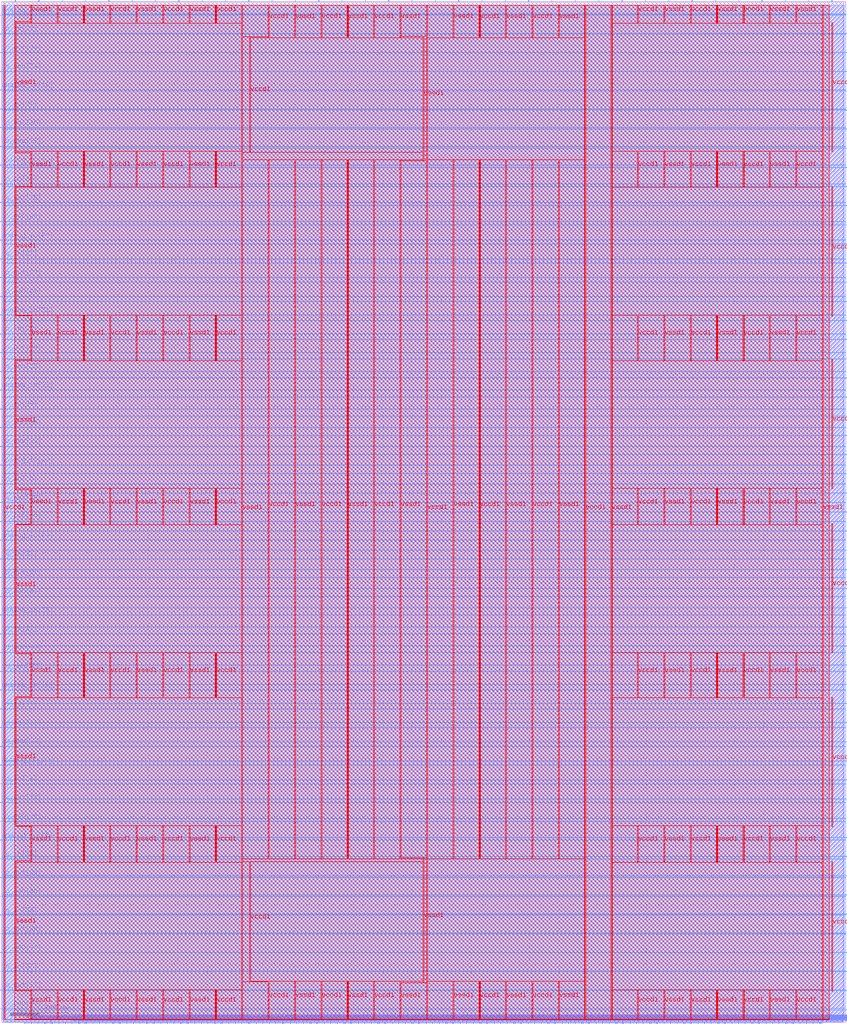
<source format=lef>
VERSION 5.7 ;
  NOWIREEXTENSIONATPIN ON ;
  DIVIDERCHAR "/" ;
  BUSBITCHARS "[]" ;
MACRO Marmot
  CLASS BLOCK ;
  FOREIGN Marmot ;
  ORIGIN 0.000 0.000 ;
  SIZE 2880.000 BY 3480.000 ;
  PIN analog_io[0]
    DIRECTION INOUT ;
    USE SIGNAL ;
    PORT
      LAYER met3 ;
        RECT 2879.000 1412.780 2884.800 1413.980 ;
    END
  END analog_io[0]
  PIN analog_io[10]
    DIRECTION INOUT ;
    USE SIGNAL ;
    PORT
      LAYER met2 ;
        RECT 2195.530 3479.000 2196.090 3484.800 ;
    END
  END analog_io[10]
  PIN analog_io[11]
    DIRECTION INOUT ;
    USE SIGNAL ;
    PORT
      LAYER met2 ;
        RECT 1877.210 3479.000 1877.770 3484.800 ;
    END
  END analog_io[11]
  PIN analog_io[12]
    DIRECTION INOUT ;
    USE SIGNAL ;
    PORT
      LAYER met2 ;
        RECT 1558.890 3479.000 1559.450 3484.800 ;
    END
  END analog_io[12]
  PIN analog_io[13]
    DIRECTION INOUT ;
    USE SIGNAL ;
    PORT
      LAYER met2 ;
        RECT 1240.570 3479.000 1241.130 3484.800 ;
    END
  END analog_io[13]
  PIN analog_io[14]
    DIRECTION INOUT ;
    USE SIGNAL ;
    PORT
      LAYER met2 ;
        RECT 922.250 3479.000 922.810 3484.800 ;
    END
  END analog_io[14]
  PIN analog_io[15]
    DIRECTION INOUT ;
    USE SIGNAL ;
    PORT
      LAYER met2 ;
        RECT 603.930 3479.000 604.490 3484.800 ;
    END
  END analog_io[15]
  PIN analog_io[16]
    DIRECTION INOUT ;
    USE SIGNAL ;
    PORT
      LAYER met2 ;
        RECT 285.610 3479.000 286.170 3484.800 ;
    END
  END analog_io[16]
  PIN analog_io[17]
    DIRECTION INOUT ;
    USE SIGNAL ;
    PORT
      LAYER met3 ;
        RECT -4.800 3433.060 1.000 3434.260 ;
    END
  END analog_io[17]
  PIN analog_io[18]
    DIRECTION INOUT ;
    USE SIGNAL ;
    PORT
      LAYER met3 ;
        RECT -4.800 3177.380 1.000 3178.580 ;
    END
  END analog_io[18]
  PIN analog_io[19]
    DIRECTION INOUT ;
    USE SIGNAL ;
    PORT
      LAYER met3 ;
        RECT -4.800 2921.700 1.000 2922.900 ;
    END
  END analog_io[19]
  PIN analog_io[1]
    DIRECTION INOUT ;
    USE SIGNAL ;
    PORT
      LAYER met3 ;
        RECT 2879.000 1673.900 2884.800 1675.100 ;
    END
  END analog_io[1]
  PIN analog_io[20]
    DIRECTION INOUT ;
    USE SIGNAL ;
    PORT
      LAYER met3 ;
        RECT -4.800 2666.020 1.000 2667.220 ;
    END
  END analog_io[20]
  PIN analog_io[21]
    DIRECTION INOUT ;
    USE SIGNAL ;
    PORT
      LAYER met3 ;
        RECT -4.800 2410.340 1.000 2411.540 ;
    END
  END analog_io[21]
  PIN analog_io[22]
    DIRECTION INOUT ;
    USE SIGNAL ;
    PORT
      LAYER met3 ;
        RECT -4.800 2154.660 1.000 2155.860 ;
    END
  END analog_io[22]
  PIN analog_io[23]
    DIRECTION INOUT ;
    USE SIGNAL ;
    PORT
      LAYER met3 ;
        RECT -4.800 1898.980 1.000 1900.180 ;
    END
  END analog_io[23]
  PIN analog_io[24]
    DIRECTION INOUT ;
    USE SIGNAL ;
    PORT
      LAYER met3 ;
        RECT -4.800 1643.300 1.000 1644.500 ;
    END
  END analog_io[24]
  PIN analog_io[25]
    DIRECTION INOUT ;
    USE SIGNAL ;
    PORT
      LAYER met3 ;
        RECT -4.800 1387.620 1.000 1388.820 ;
    END
  END analog_io[25]
  PIN analog_io[26]
    DIRECTION INOUT ;
    USE SIGNAL ;
    PORT
      LAYER met3 ;
        RECT -4.800 1131.940 1.000 1133.140 ;
    END
  END analog_io[26]
  PIN analog_io[27]
    DIRECTION INOUT ;
    USE SIGNAL ;
    PORT
      LAYER met3 ;
        RECT -4.800 876.260 1.000 877.460 ;
    END
  END analog_io[27]
  PIN analog_io[28]
    DIRECTION INOUT ;
    USE SIGNAL ;
    PORT
      LAYER met3 ;
        RECT -4.800 620.580 1.000 621.780 ;
    END
  END analog_io[28]
  PIN analog_io[2]
    DIRECTION INOUT ;
    USE SIGNAL ;
    PORT
      LAYER met3 ;
        RECT 2879.000 1935.020 2884.800 1936.220 ;
    END
  END analog_io[2]
  PIN analog_io[3]
    DIRECTION INOUT ;
    USE SIGNAL ;
    PORT
      LAYER met3 ;
        RECT 2879.000 2196.140 2884.800 2197.340 ;
    END
  END analog_io[3]
  PIN analog_io[4]
    DIRECTION INOUT ;
    USE SIGNAL ;
    PORT
      LAYER met3 ;
        RECT 2879.000 2457.260 2884.800 2458.460 ;
    END
  END analog_io[4]
  PIN analog_io[5]
    DIRECTION INOUT ;
    USE SIGNAL ;
    PORT
      LAYER met3 ;
        RECT 2879.000 2718.380 2884.800 2719.580 ;
    END
  END analog_io[5]
  PIN analog_io[6]
    DIRECTION INOUT ;
    USE SIGNAL ;
    PORT
      LAYER met3 ;
        RECT 2879.000 2979.500 2884.800 2980.700 ;
    END
  END analog_io[6]
  PIN analog_io[7]
    DIRECTION INOUT ;
    USE SIGNAL ;
    PORT
      LAYER met3 ;
        RECT 2879.000 3240.620 2884.800 3241.820 ;
    END
  END analog_io[7]
  PIN analog_io[8]
    DIRECTION INOUT ;
    USE SIGNAL ;
    PORT
      LAYER met2 ;
        RECT 2832.170 3479.000 2832.730 3484.800 ;
    END
  END analog_io[8]
  PIN analog_io[9]
    DIRECTION INOUT ;
    USE SIGNAL ;
    PORT
      LAYER met2 ;
        RECT 2513.850 3479.000 2514.410 3484.800 ;
    END
  END analog_io[9]
  PIN io_in[0]
    DIRECTION INPUT ;
    USE SIGNAL ;
    PORT
      LAYER met3 ;
        RECT 2879.000 41.900 2884.800 43.100 ;
    END
  END io_in[0]
  PIN io_in[10]
    DIRECTION INPUT ;
    USE SIGNAL ;
    PORT
      LAYER met3 ;
        RECT 2879.000 2261.420 2884.800 2262.620 ;
    END
  END io_in[10]
  PIN io_in[11]
    DIRECTION INPUT ;
    USE SIGNAL ;
    PORT
      LAYER met3 ;
        RECT 2879.000 2522.540 2884.800 2523.740 ;
    END
  END io_in[11]
  PIN io_in[12]
    DIRECTION INPUT ;
    USE SIGNAL ;
    PORT
      LAYER met3 ;
        RECT 2879.000 2783.660 2884.800 2784.860 ;
    END
  END io_in[12]
  PIN io_in[13]
    DIRECTION INPUT ;
    USE SIGNAL ;
    PORT
      LAYER met3 ;
        RECT 2879.000 3044.780 2884.800 3045.980 ;
    END
  END io_in[13]
  PIN io_in[14]
    DIRECTION INPUT ;
    USE SIGNAL ;
    PORT
      LAYER met3 ;
        RECT 2879.000 3305.900 2884.800 3307.100 ;
    END
  END io_in[14]
  PIN io_in[15]
    DIRECTION INPUT ;
    USE SIGNAL ;
    PORT
      LAYER met2 ;
        RECT 2752.590 3479.000 2753.150 3484.800 ;
    END
  END io_in[15]
  PIN io_in[16]
    DIRECTION INPUT ;
    USE SIGNAL ;
    PORT
      LAYER met2 ;
        RECT 2434.270 3479.000 2434.830 3484.800 ;
    END
  END io_in[16]
  PIN io_in[17]
    DIRECTION INPUT ;
    USE SIGNAL ;
    PORT
      LAYER met2 ;
        RECT 2115.950 3479.000 2116.510 3484.800 ;
    END
  END io_in[17]
  PIN io_in[18]
    DIRECTION INPUT ;
    USE SIGNAL ;
    PORT
      LAYER met2 ;
        RECT 1797.630 3479.000 1798.190 3484.800 ;
    END
  END io_in[18]
  PIN io_in[19]
    DIRECTION INPUT ;
    USE SIGNAL ;
    PORT
      LAYER met2 ;
        RECT 1479.310 3479.000 1479.870 3484.800 ;
    END
  END io_in[19]
  PIN io_in[1]
    DIRECTION INPUT ;
    USE SIGNAL ;
    PORT
      LAYER met3 ;
        RECT 2879.000 237.740 2884.800 238.940 ;
    END
  END io_in[1]
  PIN io_in[20]
    DIRECTION INPUT ;
    USE SIGNAL ;
    PORT
      LAYER met2 ;
        RECT 1160.990 3479.000 1161.550 3484.800 ;
    END
  END io_in[20]
  PIN io_in[21]
    DIRECTION INPUT ;
    USE SIGNAL ;
    PORT
      LAYER met2 ;
        RECT 842.670 3479.000 843.230 3484.800 ;
    END
  END io_in[21]
  PIN io_in[22]
    DIRECTION INPUT ;
    USE SIGNAL ;
    PORT
      LAYER met2 ;
        RECT 524.350 3479.000 524.910 3484.800 ;
    END
  END io_in[22]
  PIN io_in[23]
    DIRECTION INPUT ;
    USE SIGNAL ;
    PORT
      LAYER met2 ;
        RECT 206.030 3479.000 206.590 3484.800 ;
    END
  END io_in[23]
  PIN io_in[24]
    DIRECTION INPUT ;
    USE SIGNAL ;
    PORT
      LAYER met3 ;
        RECT -4.800 3369.140 1.000 3370.340 ;
    END
  END io_in[24]
  PIN io_in[25]
    DIRECTION INPUT ;
    USE SIGNAL ;
    PORT
      LAYER met3 ;
        RECT -4.800 3113.460 1.000 3114.660 ;
    END
  END io_in[25]
  PIN io_in[26]
    DIRECTION INPUT ;
    USE SIGNAL ;
    PORT
      LAYER met3 ;
        RECT -4.800 2857.780 1.000 2858.980 ;
    END
  END io_in[26]
  PIN io_in[27]
    DIRECTION INPUT ;
    USE SIGNAL ;
    PORT
      LAYER met3 ;
        RECT -4.800 2602.100 1.000 2603.300 ;
    END
  END io_in[27]
  PIN io_in[28]
    DIRECTION INPUT ;
    USE SIGNAL ;
    PORT
      LAYER met3 ;
        RECT -4.800 2346.420 1.000 2347.620 ;
    END
  END io_in[28]
  PIN io_in[29]
    DIRECTION INPUT ;
    USE SIGNAL ;
    PORT
      LAYER met3 ;
        RECT -4.800 2090.740 1.000 2091.940 ;
    END
  END io_in[29]
  PIN io_in[2]
    DIRECTION INPUT ;
    USE SIGNAL ;
    PORT
      LAYER met3 ;
        RECT 2879.000 433.580 2884.800 434.780 ;
    END
  END io_in[2]
  PIN io_in[30]
    DIRECTION INPUT ;
    USE SIGNAL ;
    PORT
      LAYER met3 ;
        RECT -4.800 1835.060 1.000 1836.260 ;
    END
  END io_in[30]
  PIN io_in[31]
    DIRECTION INPUT ;
    USE SIGNAL ;
    PORT
      LAYER met3 ;
        RECT -4.800 1579.380 1.000 1580.580 ;
    END
  END io_in[31]
  PIN io_in[32]
    DIRECTION INPUT ;
    USE SIGNAL ;
    PORT
      LAYER met3 ;
        RECT -4.800 1323.700 1.000 1324.900 ;
    END
  END io_in[32]
  PIN io_in[33]
    DIRECTION INPUT ;
    USE SIGNAL ;
    PORT
      LAYER met3 ;
        RECT -4.800 1068.020 1.000 1069.220 ;
    END
  END io_in[33]
  PIN io_in[34]
    DIRECTION INPUT ;
    USE SIGNAL ;
    PORT
      LAYER met3 ;
        RECT -4.800 812.340 1.000 813.540 ;
    END
  END io_in[34]
  PIN io_in[35]
    DIRECTION INPUT ;
    USE SIGNAL ;
    PORT
      LAYER met3 ;
        RECT -4.800 556.660 1.000 557.860 ;
    END
  END io_in[35]
  PIN io_in[36]
    DIRECTION INPUT ;
    USE SIGNAL ;
    PORT
      LAYER met3 ;
        RECT -4.800 364.900 1.000 366.100 ;
    END
  END io_in[36]
  PIN io_in[37]
    DIRECTION INPUT ;
    USE SIGNAL ;
    PORT
      LAYER met3 ;
        RECT -4.800 173.140 1.000 174.340 ;
    END
  END io_in[37]
  PIN io_in[3]
    DIRECTION INPUT ;
    USE SIGNAL ;
    PORT
      LAYER met3 ;
        RECT 2879.000 629.420 2884.800 630.620 ;
    END
  END io_in[3]
  PIN io_in[4]
    DIRECTION INPUT ;
    USE SIGNAL ;
    PORT
      LAYER met3 ;
        RECT 2879.000 825.260 2884.800 826.460 ;
    END
  END io_in[4]
  PIN io_in[5]
    DIRECTION INPUT ;
    USE SIGNAL ;
    PORT
      LAYER met3 ;
        RECT 2879.000 1021.100 2884.800 1022.300 ;
    END
  END io_in[5]
  PIN io_in[6]
    DIRECTION INPUT ;
    USE SIGNAL ;
    PORT
      LAYER met3 ;
        RECT 2879.000 1216.940 2884.800 1218.140 ;
    END
  END io_in[6]
  PIN io_in[7]
    DIRECTION INPUT ;
    USE SIGNAL ;
    PORT
      LAYER met3 ;
        RECT 2879.000 1478.060 2884.800 1479.260 ;
    END
  END io_in[7]
  PIN io_in[8]
    DIRECTION INPUT ;
    USE SIGNAL ;
    PORT
      LAYER met3 ;
        RECT 2879.000 1739.180 2884.800 1740.380 ;
    END
  END io_in[8]
  PIN io_in[9]
    DIRECTION INPUT ;
    USE SIGNAL ;
    PORT
      LAYER met3 ;
        RECT 2879.000 2000.300 2884.800 2001.500 ;
    END
  END io_in[9]
  PIN io_oeb[0]
    DIRECTION OUTPUT TRISTATE ;
    USE SIGNAL ;
    PORT
      LAYER met3 ;
        RECT 2879.000 172.460 2884.800 173.660 ;
    END
  END io_oeb[0]
  PIN io_oeb[10]
    DIRECTION OUTPUT TRISTATE ;
    USE SIGNAL ;
    PORT
      LAYER met3 ;
        RECT 2879.000 2391.980 2884.800 2393.180 ;
    END
  END io_oeb[10]
  PIN io_oeb[11]
    DIRECTION OUTPUT TRISTATE ;
    USE SIGNAL ;
    PORT
      LAYER met3 ;
        RECT 2879.000 2653.100 2884.800 2654.300 ;
    END
  END io_oeb[11]
  PIN io_oeb[12]
    DIRECTION OUTPUT TRISTATE ;
    USE SIGNAL ;
    PORT
      LAYER met3 ;
        RECT 2879.000 2914.220 2884.800 2915.420 ;
    END
  END io_oeb[12]
  PIN io_oeb[13]
    DIRECTION OUTPUT TRISTATE ;
    USE SIGNAL ;
    PORT
      LAYER met3 ;
        RECT 2879.000 3175.340 2884.800 3176.540 ;
    END
  END io_oeb[13]
  PIN io_oeb[14]
    DIRECTION OUTPUT TRISTATE ;
    USE SIGNAL ;
    PORT
      LAYER met3 ;
        RECT 2879.000 3436.460 2884.800 3437.660 ;
    END
  END io_oeb[14]
  PIN io_oeb[15]
    DIRECTION OUTPUT TRISTATE ;
    USE SIGNAL ;
    PORT
      LAYER met2 ;
        RECT 2593.430 3479.000 2593.990 3484.800 ;
    END
  END io_oeb[15]
  PIN io_oeb[16]
    DIRECTION OUTPUT TRISTATE ;
    USE SIGNAL ;
    PORT
      LAYER met2 ;
        RECT 2275.110 3479.000 2275.670 3484.800 ;
    END
  END io_oeb[16]
  PIN io_oeb[17]
    DIRECTION OUTPUT TRISTATE ;
    USE SIGNAL ;
    PORT
      LAYER met2 ;
        RECT 1956.790 3479.000 1957.350 3484.800 ;
    END
  END io_oeb[17]
  PIN io_oeb[18]
    DIRECTION OUTPUT TRISTATE ;
    USE SIGNAL ;
    PORT
      LAYER met2 ;
        RECT 1638.470 3479.000 1639.030 3484.800 ;
    END
  END io_oeb[18]
  PIN io_oeb[19]
    DIRECTION OUTPUT TRISTATE ;
    USE SIGNAL ;
    PORT
      LAYER met2 ;
        RECT 1320.150 3479.000 1320.710 3484.800 ;
    END
  END io_oeb[19]
  PIN io_oeb[1]
    DIRECTION OUTPUT TRISTATE ;
    USE SIGNAL ;
    PORT
      LAYER met3 ;
        RECT 2879.000 368.300 2884.800 369.500 ;
    END
  END io_oeb[1]
  PIN io_oeb[20]
    DIRECTION OUTPUT TRISTATE ;
    USE SIGNAL ;
    PORT
      LAYER met2 ;
        RECT 1001.830 3479.000 1002.390 3484.800 ;
    END
  END io_oeb[20]
  PIN io_oeb[21]
    DIRECTION OUTPUT TRISTATE ;
    USE SIGNAL ;
    PORT
      LAYER met2 ;
        RECT 683.510 3479.000 684.070 3484.800 ;
    END
  END io_oeb[21]
  PIN io_oeb[22]
    DIRECTION OUTPUT TRISTATE ;
    USE SIGNAL ;
    PORT
      LAYER met2 ;
        RECT 365.190 3479.000 365.750 3484.800 ;
    END
  END io_oeb[22]
  PIN io_oeb[23]
    DIRECTION OUTPUT TRISTATE ;
    USE SIGNAL ;
    PORT
      LAYER met2 ;
        RECT 46.870 3479.000 47.430 3484.800 ;
    END
  END io_oeb[23]
  PIN io_oeb[24]
    DIRECTION OUTPUT TRISTATE ;
    USE SIGNAL ;
    PORT
      LAYER met3 ;
        RECT -4.800 3241.300 1.000 3242.500 ;
    END
  END io_oeb[24]
  PIN io_oeb[25]
    DIRECTION OUTPUT TRISTATE ;
    USE SIGNAL ;
    PORT
      LAYER met3 ;
        RECT -4.800 2985.620 1.000 2986.820 ;
    END
  END io_oeb[25]
  PIN io_oeb[26]
    DIRECTION OUTPUT TRISTATE ;
    USE SIGNAL ;
    PORT
      LAYER met3 ;
        RECT -4.800 2729.940 1.000 2731.140 ;
    END
  END io_oeb[26]
  PIN io_oeb[27]
    DIRECTION OUTPUT TRISTATE ;
    USE SIGNAL ;
    PORT
      LAYER met3 ;
        RECT -4.800 2474.260 1.000 2475.460 ;
    END
  END io_oeb[27]
  PIN io_oeb[28]
    DIRECTION OUTPUT TRISTATE ;
    USE SIGNAL ;
    PORT
      LAYER met3 ;
        RECT -4.800 2218.580 1.000 2219.780 ;
    END
  END io_oeb[28]
  PIN io_oeb[29]
    DIRECTION OUTPUT TRISTATE ;
    USE SIGNAL ;
    PORT
      LAYER met3 ;
        RECT -4.800 1962.900 1.000 1964.100 ;
    END
  END io_oeb[29]
  PIN io_oeb[2]
    DIRECTION OUTPUT TRISTATE ;
    USE SIGNAL ;
    PORT
      LAYER met3 ;
        RECT 2879.000 564.140 2884.800 565.340 ;
    END
  END io_oeb[2]
  PIN io_oeb[30]
    DIRECTION OUTPUT TRISTATE ;
    USE SIGNAL ;
    PORT
      LAYER met3 ;
        RECT -4.800 1707.220 1.000 1708.420 ;
    END
  END io_oeb[30]
  PIN io_oeb[31]
    DIRECTION OUTPUT TRISTATE ;
    USE SIGNAL ;
    PORT
      LAYER met3 ;
        RECT -4.800 1451.540 1.000 1452.740 ;
    END
  END io_oeb[31]
  PIN io_oeb[32]
    DIRECTION OUTPUT TRISTATE ;
    USE SIGNAL ;
    PORT
      LAYER met3 ;
        RECT -4.800 1195.860 1.000 1197.060 ;
    END
  END io_oeb[32]
  PIN io_oeb[33]
    DIRECTION OUTPUT TRISTATE ;
    USE SIGNAL ;
    PORT
      LAYER met3 ;
        RECT -4.800 940.180 1.000 941.380 ;
    END
  END io_oeb[33]
  PIN io_oeb[34]
    DIRECTION OUTPUT TRISTATE ;
    USE SIGNAL ;
    PORT
      LAYER met3 ;
        RECT -4.800 684.500 1.000 685.700 ;
    END
  END io_oeb[34]
  PIN io_oeb[35]
    DIRECTION OUTPUT TRISTATE ;
    USE SIGNAL ;
    PORT
      LAYER met3 ;
        RECT -4.800 428.820 1.000 430.020 ;
    END
  END io_oeb[35]
  PIN io_oeb[36]
    DIRECTION OUTPUT TRISTATE ;
    USE SIGNAL ;
    PORT
      LAYER met3 ;
        RECT -4.800 237.060 1.000 238.260 ;
    END
  END io_oeb[36]
  PIN io_oeb[37]
    DIRECTION OUTPUT TRISTATE ;
    USE SIGNAL ;
    PORT
      LAYER met3 ;
        RECT -4.800 45.300 1.000 46.500 ;
    END
  END io_oeb[37]
  PIN io_oeb[3]
    DIRECTION OUTPUT TRISTATE ;
    USE SIGNAL ;
    PORT
      LAYER met3 ;
        RECT 2879.000 759.980 2884.800 761.180 ;
    END
  END io_oeb[3]
  PIN io_oeb[4]
    DIRECTION OUTPUT TRISTATE ;
    USE SIGNAL ;
    PORT
      LAYER met3 ;
        RECT 2879.000 955.820 2884.800 957.020 ;
    END
  END io_oeb[4]
  PIN io_oeb[5]
    DIRECTION OUTPUT TRISTATE ;
    USE SIGNAL ;
    PORT
      LAYER met3 ;
        RECT 2879.000 1151.660 2884.800 1152.860 ;
    END
  END io_oeb[5]
  PIN io_oeb[6]
    DIRECTION OUTPUT TRISTATE ;
    USE SIGNAL ;
    PORT
      LAYER met3 ;
        RECT 2879.000 1347.500 2884.800 1348.700 ;
    END
  END io_oeb[6]
  PIN io_oeb[7]
    DIRECTION OUTPUT TRISTATE ;
    USE SIGNAL ;
    PORT
      LAYER met3 ;
        RECT 2879.000 1608.620 2884.800 1609.820 ;
    END
  END io_oeb[7]
  PIN io_oeb[8]
    DIRECTION OUTPUT TRISTATE ;
    USE SIGNAL ;
    PORT
      LAYER met3 ;
        RECT 2879.000 1869.740 2884.800 1870.940 ;
    END
  END io_oeb[8]
  PIN io_oeb[9]
    DIRECTION OUTPUT TRISTATE ;
    USE SIGNAL ;
    PORT
      LAYER met3 ;
        RECT 2879.000 2130.860 2884.800 2132.060 ;
    END
  END io_oeb[9]
  PIN io_out[0]
    DIRECTION OUTPUT TRISTATE ;
    USE SIGNAL ;
    PORT
      LAYER met3 ;
        RECT 2879.000 107.180 2884.800 108.380 ;
    END
  END io_out[0]
  PIN io_out[10]
    DIRECTION OUTPUT TRISTATE ;
    USE SIGNAL ;
    PORT
      LAYER met3 ;
        RECT 2879.000 2326.700 2884.800 2327.900 ;
    END
  END io_out[10]
  PIN io_out[11]
    DIRECTION OUTPUT TRISTATE ;
    USE SIGNAL ;
    PORT
      LAYER met3 ;
        RECT 2879.000 2587.820 2884.800 2589.020 ;
    END
  END io_out[11]
  PIN io_out[12]
    DIRECTION OUTPUT TRISTATE ;
    USE SIGNAL ;
    PORT
      LAYER met3 ;
        RECT 2879.000 2848.940 2884.800 2850.140 ;
    END
  END io_out[12]
  PIN io_out[13]
    DIRECTION OUTPUT TRISTATE ;
    USE SIGNAL ;
    PORT
      LAYER met3 ;
        RECT 2879.000 3110.060 2884.800 3111.260 ;
    END
  END io_out[13]
  PIN io_out[14]
    DIRECTION OUTPUT TRISTATE ;
    USE SIGNAL ;
    PORT
      LAYER met3 ;
        RECT 2879.000 3371.180 2884.800 3372.380 ;
    END
  END io_out[14]
  PIN io_out[15]
    DIRECTION OUTPUT TRISTATE ;
    USE SIGNAL ;
    PORT
      LAYER met2 ;
        RECT 2673.010 3479.000 2673.570 3484.800 ;
    END
  END io_out[15]
  PIN io_out[16]
    DIRECTION OUTPUT TRISTATE ;
    USE SIGNAL ;
    PORT
      LAYER met2 ;
        RECT 2354.690 3479.000 2355.250 3484.800 ;
    END
  END io_out[16]
  PIN io_out[17]
    DIRECTION OUTPUT TRISTATE ;
    USE SIGNAL ;
    PORT
      LAYER met2 ;
        RECT 2036.370 3479.000 2036.930 3484.800 ;
    END
  END io_out[17]
  PIN io_out[18]
    DIRECTION OUTPUT TRISTATE ;
    USE SIGNAL ;
    PORT
      LAYER met2 ;
        RECT 1718.050 3479.000 1718.610 3484.800 ;
    END
  END io_out[18]
  PIN io_out[19]
    DIRECTION OUTPUT TRISTATE ;
    USE SIGNAL ;
    PORT
      LAYER met2 ;
        RECT 1399.730 3479.000 1400.290 3484.800 ;
    END
  END io_out[19]
  PIN io_out[1]
    DIRECTION OUTPUT TRISTATE ;
    USE SIGNAL ;
    PORT
      LAYER met3 ;
        RECT 2879.000 303.020 2884.800 304.220 ;
    END
  END io_out[1]
  PIN io_out[20]
    DIRECTION OUTPUT TRISTATE ;
    USE SIGNAL ;
    PORT
      LAYER met2 ;
        RECT 1081.410 3479.000 1081.970 3484.800 ;
    END
  END io_out[20]
  PIN io_out[21]
    DIRECTION OUTPUT TRISTATE ;
    USE SIGNAL ;
    PORT
      LAYER met2 ;
        RECT 763.090 3479.000 763.650 3484.800 ;
    END
  END io_out[21]
  PIN io_out[22]
    DIRECTION OUTPUT TRISTATE ;
    USE SIGNAL ;
    PORT
      LAYER met2 ;
        RECT 444.770 3479.000 445.330 3484.800 ;
    END
  END io_out[22]
  PIN io_out[23]
    DIRECTION OUTPUT TRISTATE ;
    USE SIGNAL ;
    PORT
      LAYER met2 ;
        RECT 126.450 3479.000 127.010 3484.800 ;
    END
  END io_out[23]
  PIN io_out[24]
    DIRECTION OUTPUT TRISTATE ;
    USE SIGNAL ;
    PORT
      LAYER met3 ;
        RECT -4.800 3305.220 1.000 3306.420 ;
    END
  END io_out[24]
  PIN io_out[25]
    DIRECTION OUTPUT TRISTATE ;
    USE SIGNAL ;
    PORT
      LAYER met3 ;
        RECT -4.800 3049.540 1.000 3050.740 ;
    END
  END io_out[25]
  PIN io_out[26]
    DIRECTION OUTPUT TRISTATE ;
    USE SIGNAL ;
    PORT
      LAYER met3 ;
        RECT -4.800 2793.860 1.000 2795.060 ;
    END
  END io_out[26]
  PIN io_out[27]
    DIRECTION OUTPUT TRISTATE ;
    USE SIGNAL ;
    PORT
      LAYER met3 ;
        RECT -4.800 2538.180 1.000 2539.380 ;
    END
  END io_out[27]
  PIN io_out[28]
    DIRECTION OUTPUT TRISTATE ;
    USE SIGNAL ;
    PORT
      LAYER met3 ;
        RECT -4.800 2282.500 1.000 2283.700 ;
    END
  END io_out[28]
  PIN io_out[29]
    DIRECTION OUTPUT TRISTATE ;
    USE SIGNAL ;
    PORT
      LAYER met3 ;
        RECT -4.800 2026.820 1.000 2028.020 ;
    END
  END io_out[29]
  PIN io_out[2]
    DIRECTION OUTPUT TRISTATE ;
    USE SIGNAL ;
    PORT
      LAYER met3 ;
        RECT 2879.000 498.860 2884.800 500.060 ;
    END
  END io_out[2]
  PIN io_out[30]
    DIRECTION OUTPUT TRISTATE ;
    USE SIGNAL ;
    PORT
      LAYER met3 ;
        RECT -4.800 1771.140 1.000 1772.340 ;
    END
  END io_out[30]
  PIN io_out[31]
    DIRECTION OUTPUT TRISTATE ;
    USE SIGNAL ;
    PORT
      LAYER met3 ;
        RECT -4.800 1515.460 1.000 1516.660 ;
    END
  END io_out[31]
  PIN io_out[32]
    DIRECTION OUTPUT TRISTATE ;
    USE SIGNAL ;
    PORT
      LAYER met3 ;
        RECT -4.800 1259.780 1.000 1260.980 ;
    END
  END io_out[32]
  PIN io_out[33]
    DIRECTION OUTPUT TRISTATE ;
    USE SIGNAL ;
    PORT
      LAYER met3 ;
        RECT -4.800 1004.100 1.000 1005.300 ;
    END
  END io_out[33]
  PIN io_out[34]
    DIRECTION OUTPUT TRISTATE ;
    USE SIGNAL ;
    PORT
      LAYER met3 ;
        RECT -4.800 748.420 1.000 749.620 ;
    END
  END io_out[34]
  PIN io_out[35]
    DIRECTION OUTPUT TRISTATE ;
    USE SIGNAL ;
    PORT
      LAYER met3 ;
        RECT -4.800 492.740 1.000 493.940 ;
    END
  END io_out[35]
  PIN io_out[36]
    DIRECTION OUTPUT TRISTATE ;
    USE SIGNAL ;
    PORT
      LAYER met3 ;
        RECT -4.800 300.980 1.000 302.180 ;
    END
  END io_out[36]
  PIN io_out[37]
    DIRECTION OUTPUT TRISTATE ;
    USE SIGNAL ;
    PORT
      LAYER met3 ;
        RECT -4.800 109.220 1.000 110.420 ;
    END
  END io_out[37]
  PIN io_out[3]
    DIRECTION OUTPUT TRISTATE ;
    USE SIGNAL ;
    PORT
      LAYER met3 ;
        RECT 2879.000 694.700 2884.800 695.900 ;
    END
  END io_out[3]
  PIN io_out[4]
    DIRECTION OUTPUT TRISTATE ;
    USE SIGNAL ;
    PORT
      LAYER met3 ;
        RECT 2879.000 890.540 2884.800 891.740 ;
    END
  END io_out[4]
  PIN io_out[5]
    DIRECTION OUTPUT TRISTATE ;
    USE SIGNAL ;
    PORT
      LAYER met3 ;
        RECT 2879.000 1086.380 2884.800 1087.580 ;
    END
  END io_out[5]
  PIN io_out[6]
    DIRECTION OUTPUT TRISTATE ;
    USE SIGNAL ;
    PORT
      LAYER met3 ;
        RECT 2879.000 1282.220 2884.800 1283.420 ;
    END
  END io_out[6]
  PIN io_out[7]
    DIRECTION OUTPUT TRISTATE ;
    USE SIGNAL ;
    PORT
      LAYER met3 ;
        RECT 2879.000 1543.340 2884.800 1544.540 ;
    END
  END io_out[7]
  PIN io_out[8]
    DIRECTION OUTPUT TRISTATE ;
    USE SIGNAL ;
    PORT
      LAYER met3 ;
        RECT 2879.000 1804.460 2884.800 1805.660 ;
    END
  END io_out[8]
  PIN io_out[9]
    DIRECTION OUTPUT TRISTATE ;
    USE SIGNAL ;
    PORT
      LAYER met3 ;
        RECT 2879.000 2065.580 2884.800 2066.780 ;
    END
  END io_out[9]
  PIN la_data_in[0]
    DIRECTION INPUT ;
    USE SIGNAL ;
    PORT
      LAYER met2 ;
        RECT 664.190 -4.800 664.750 1.000 ;
    END
  END la_data_in[0]
  PIN la_data_in[100]
    DIRECTION INPUT ;
    USE SIGNAL ;
    PORT
      LAYER met2 ;
        RECT 2320.190 -4.800 2320.750 1.000 ;
    END
  END la_data_in[100]
  PIN la_data_in[101]
    DIRECTION INPUT ;
    USE SIGNAL ;
    PORT
      LAYER met2 ;
        RECT 2336.750 -4.800 2337.310 1.000 ;
    END
  END la_data_in[101]
  PIN la_data_in[102]
    DIRECTION INPUT ;
    USE SIGNAL ;
    PORT
      LAYER met2 ;
        RECT 2353.310 -4.800 2353.870 1.000 ;
    END
  END la_data_in[102]
  PIN la_data_in[103]
    DIRECTION INPUT ;
    USE SIGNAL ;
    PORT
      LAYER met2 ;
        RECT 2369.870 -4.800 2370.430 1.000 ;
    END
  END la_data_in[103]
  PIN la_data_in[104]
    DIRECTION INPUT ;
    USE SIGNAL ;
    PORT
      LAYER met2 ;
        RECT 2386.430 -4.800 2386.990 1.000 ;
    END
  END la_data_in[104]
  PIN la_data_in[105]
    DIRECTION INPUT ;
    USE SIGNAL ;
    PORT
      LAYER met2 ;
        RECT 2402.990 -4.800 2403.550 1.000 ;
    END
  END la_data_in[105]
  PIN la_data_in[106]
    DIRECTION INPUT ;
    USE SIGNAL ;
    PORT
      LAYER met2 ;
        RECT 2419.550 -4.800 2420.110 1.000 ;
    END
  END la_data_in[106]
  PIN la_data_in[107]
    DIRECTION INPUT ;
    USE SIGNAL ;
    PORT
      LAYER met2 ;
        RECT 2436.110 -4.800 2436.670 1.000 ;
    END
  END la_data_in[107]
  PIN la_data_in[108]
    DIRECTION INPUT ;
    USE SIGNAL ;
    PORT
      LAYER met2 ;
        RECT 2452.670 -4.800 2453.230 1.000 ;
    END
  END la_data_in[108]
  PIN la_data_in[109]
    DIRECTION INPUT ;
    USE SIGNAL ;
    PORT
      LAYER met2 ;
        RECT 2469.230 -4.800 2469.790 1.000 ;
    END
  END la_data_in[109]
  PIN la_data_in[10]
    DIRECTION INPUT ;
    USE SIGNAL ;
    PORT
      LAYER met2 ;
        RECT 829.790 -4.800 830.350 1.000 ;
    END
  END la_data_in[10]
  PIN la_data_in[110]
    DIRECTION INPUT ;
    USE SIGNAL ;
    PORT
      LAYER met2 ;
        RECT 2485.790 -4.800 2486.350 1.000 ;
    END
  END la_data_in[110]
  PIN la_data_in[111]
    DIRECTION INPUT ;
    USE SIGNAL ;
    PORT
      LAYER met2 ;
        RECT 2502.350 -4.800 2502.910 1.000 ;
    END
  END la_data_in[111]
  PIN la_data_in[112]
    DIRECTION INPUT ;
    USE SIGNAL ;
    PORT
      LAYER met2 ;
        RECT 2518.910 -4.800 2519.470 1.000 ;
    END
  END la_data_in[112]
  PIN la_data_in[113]
    DIRECTION INPUT ;
    USE SIGNAL ;
    PORT
      LAYER met2 ;
        RECT 2535.470 -4.800 2536.030 1.000 ;
    END
  END la_data_in[113]
  PIN la_data_in[114]
    DIRECTION INPUT ;
    USE SIGNAL ;
    PORT
      LAYER met2 ;
        RECT 2552.030 -4.800 2552.590 1.000 ;
    END
  END la_data_in[114]
  PIN la_data_in[115]
    DIRECTION INPUT ;
    USE SIGNAL ;
    PORT
      LAYER met2 ;
        RECT 2568.590 -4.800 2569.150 1.000 ;
    END
  END la_data_in[115]
  PIN la_data_in[116]
    DIRECTION INPUT ;
    USE SIGNAL ;
    PORT
      LAYER met2 ;
        RECT 2585.150 -4.800 2585.710 1.000 ;
    END
  END la_data_in[116]
  PIN la_data_in[117]
    DIRECTION INPUT ;
    USE SIGNAL ;
    PORT
      LAYER met2 ;
        RECT 2601.710 -4.800 2602.270 1.000 ;
    END
  END la_data_in[117]
  PIN la_data_in[118]
    DIRECTION INPUT ;
    USE SIGNAL ;
    PORT
      LAYER met2 ;
        RECT 2618.270 -4.800 2618.830 1.000 ;
    END
  END la_data_in[118]
  PIN la_data_in[119]
    DIRECTION INPUT ;
    USE SIGNAL ;
    PORT
      LAYER met2 ;
        RECT 2634.830 -4.800 2635.390 1.000 ;
    END
  END la_data_in[119]
  PIN la_data_in[11]
    DIRECTION INPUT ;
    USE SIGNAL ;
    PORT
      LAYER met2 ;
        RECT 846.350 -4.800 846.910 1.000 ;
    END
  END la_data_in[11]
  PIN la_data_in[120]
    DIRECTION INPUT ;
    USE SIGNAL ;
    PORT
      LAYER met2 ;
        RECT 2651.390 -4.800 2651.950 1.000 ;
    END
  END la_data_in[120]
  PIN la_data_in[121]
    DIRECTION INPUT ;
    USE SIGNAL ;
    PORT
      LAYER met2 ;
        RECT 2667.950 -4.800 2668.510 1.000 ;
    END
  END la_data_in[121]
  PIN la_data_in[122]
    DIRECTION INPUT ;
    USE SIGNAL ;
    PORT
      LAYER met2 ;
        RECT 2684.510 -4.800 2685.070 1.000 ;
    END
  END la_data_in[122]
  PIN la_data_in[123]
    DIRECTION INPUT ;
    USE SIGNAL ;
    PORT
      LAYER met2 ;
        RECT 2701.070 -4.800 2701.630 1.000 ;
    END
  END la_data_in[123]
  PIN la_data_in[124]
    DIRECTION INPUT ;
    USE SIGNAL ;
    PORT
      LAYER met2 ;
        RECT 2717.630 -4.800 2718.190 1.000 ;
    END
  END la_data_in[124]
  PIN la_data_in[125]
    DIRECTION INPUT ;
    USE SIGNAL ;
    PORT
      LAYER met2 ;
        RECT 2734.190 -4.800 2734.750 1.000 ;
    END
  END la_data_in[125]
  PIN la_data_in[126]
    DIRECTION INPUT ;
    USE SIGNAL ;
    PORT
      LAYER met2 ;
        RECT 2750.750 -4.800 2751.310 1.000 ;
    END
  END la_data_in[126]
  PIN la_data_in[127]
    DIRECTION INPUT ;
    USE SIGNAL ;
    PORT
      LAYER met2 ;
        RECT 2767.310 -4.800 2767.870 1.000 ;
    END
  END la_data_in[127]
  PIN la_data_in[12]
    DIRECTION INPUT ;
    USE SIGNAL ;
    PORT
      LAYER met2 ;
        RECT 862.910 -4.800 863.470 1.000 ;
    END
  END la_data_in[12]
  PIN la_data_in[13]
    DIRECTION INPUT ;
    USE SIGNAL ;
    PORT
      LAYER met2 ;
        RECT 879.470 -4.800 880.030 1.000 ;
    END
  END la_data_in[13]
  PIN la_data_in[14]
    DIRECTION INPUT ;
    USE SIGNAL ;
    PORT
      LAYER met2 ;
        RECT 896.030 -4.800 896.590 1.000 ;
    END
  END la_data_in[14]
  PIN la_data_in[15]
    DIRECTION INPUT ;
    USE SIGNAL ;
    PORT
      LAYER met2 ;
        RECT 912.590 -4.800 913.150 1.000 ;
    END
  END la_data_in[15]
  PIN la_data_in[16]
    DIRECTION INPUT ;
    USE SIGNAL ;
    PORT
      LAYER met2 ;
        RECT 929.150 -4.800 929.710 1.000 ;
    END
  END la_data_in[16]
  PIN la_data_in[17]
    DIRECTION INPUT ;
    USE SIGNAL ;
    PORT
      LAYER met2 ;
        RECT 945.710 -4.800 946.270 1.000 ;
    END
  END la_data_in[17]
  PIN la_data_in[18]
    DIRECTION INPUT ;
    USE SIGNAL ;
    PORT
      LAYER met2 ;
        RECT 962.270 -4.800 962.830 1.000 ;
    END
  END la_data_in[18]
  PIN la_data_in[19]
    DIRECTION INPUT ;
    USE SIGNAL ;
    PORT
      LAYER met2 ;
        RECT 978.830 -4.800 979.390 1.000 ;
    END
  END la_data_in[19]
  PIN la_data_in[1]
    DIRECTION INPUT ;
    USE SIGNAL ;
    PORT
      LAYER met2 ;
        RECT 680.750 -4.800 681.310 1.000 ;
    END
  END la_data_in[1]
  PIN la_data_in[20]
    DIRECTION INPUT ;
    USE SIGNAL ;
    PORT
      LAYER met2 ;
        RECT 995.390 -4.800 995.950 1.000 ;
    END
  END la_data_in[20]
  PIN la_data_in[21]
    DIRECTION INPUT ;
    USE SIGNAL ;
    PORT
      LAYER met2 ;
        RECT 1011.950 -4.800 1012.510 1.000 ;
    END
  END la_data_in[21]
  PIN la_data_in[22]
    DIRECTION INPUT ;
    USE SIGNAL ;
    PORT
      LAYER met2 ;
        RECT 1028.510 -4.800 1029.070 1.000 ;
    END
  END la_data_in[22]
  PIN la_data_in[23]
    DIRECTION INPUT ;
    USE SIGNAL ;
    PORT
      LAYER met2 ;
        RECT 1045.070 -4.800 1045.630 1.000 ;
    END
  END la_data_in[23]
  PIN la_data_in[24]
    DIRECTION INPUT ;
    USE SIGNAL ;
    PORT
      LAYER met2 ;
        RECT 1061.630 -4.800 1062.190 1.000 ;
    END
  END la_data_in[24]
  PIN la_data_in[25]
    DIRECTION INPUT ;
    USE SIGNAL ;
    PORT
      LAYER met2 ;
        RECT 1078.190 -4.800 1078.750 1.000 ;
    END
  END la_data_in[25]
  PIN la_data_in[26]
    DIRECTION INPUT ;
    USE SIGNAL ;
    PORT
      LAYER met2 ;
        RECT 1094.750 -4.800 1095.310 1.000 ;
    END
  END la_data_in[26]
  PIN la_data_in[27]
    DIRECTION INPUT ;
    USE SIGNAL ;
    PORT
      LAYER met2 ;
        RECT 1111.310 -4.800 1111.870 1.000 ;
    END
  END la_data_in[27]
  PIN la_data_in[28]
    DIRECTION INPUT ;
    USE SIGNAL ;
    PORT
      LAYER met2 ;
        RECT 1127.870 -4.800 1128.430 1.000 ;
    END
  END la_data_in[28]
  PIN la_data_in[29]
    DIRECTION INPUT ;
    USE SIGNAL ;
    PORT
      LAYER met2 ;
        RECT 1144.430 -4.800 1144.990 1.000 ;
    END
  END la_data_in[29]
  PIN la_data_in[2]
    DIRECTION INPUT ;
    USE SIGNAL ;
    PORT
      LAYER met2 ;
        RECT 697.310 -4.800 697.870 1.000 ;
    END
  END la_data_in[2]
  PIN la_data_in[30]
    DIRECTION INPUT ;
    USE SIGNAL ;
    PORT
      LAYER met2 ;
        RECT 1160.990 -4.800 1161.550 1.000 ;
    END
  END la_data_in[30]
  PIN la_data_in[31]
    DIRECTION INPUT ;
    USE SIGNAL ;
    PORT
      LAYER met2 ;
        RECT 1177.550 -4.800 1178.110 1.000 ;
    END
  END la_data_in[31]
  PIN la_data_in[32]
    DIRECTION INPUT ;
    USE SIGNAL ;
    PORT
      LAYER met2 ;
        RECT 1194.110 -4.800 1194.670 1.000 ;
    END
  END la_data_in[32]
  PIN la_data_in[33]
    DIRECTION INPUT ;
    USE SIGNAL ;
    PORT
      LAYER met2 ;
        RECT 1210.670 -4.800 1211.230 1.000 ;
    END
  END la_data_in[33]
  PIN la_data_in[34]
    DIRECTION INPUT ;
    USE SIGNAL ;
    PORT
      LAYER met2 ;
        RECT 1227.230 -4.800 1227.790 1.000 ;
    END
  END la_data_in[34]
  PIN la_data_in[35]
    DIRECTION INPUT ;
    USE SIGNAL ;
    PORT
      LAYER met2 ;
        RECT 1243.790 -4.800 1244.350 1.000 ;
    END
  END la_data_in[35]
  PIN la_data_in[36]
    DIRECTION INPUT ;
    USE SIGNAL ;
    PORT
      LAYER met2 ;
        RECT 1260.350 -4.800 1260.910 1.000 ;
    END
  END la_data_in[36]
  PIN la_data_in[37]
    DIRECTION INPUT ;
    USE SIGNAL ;
    PORT
      LAYER met2 ;
        RECT 1276.910 -4.800 1277.470 1.000 ;
    END
  END la_data_in[37]
  PIN la_data_in[38]
    DIRECTION INPUT ;
    USE SIGNAL ;
    PORT
      LAYER met2 ;
        RECT 1293.470 -4.800 1294.030 1.000 ;
    END
  END la_data_in[38]
  PIN la_data_in[39]
    DIRECTION INPUT ;
    USE SIGNAL ;
    PORT
      LAYER met2 ;
        RECT 1310.030 -4.800 1310.590 1.000 ;
    END
  END la_data_in[39]
  PIN la_data_in[3]
    DIRECTION INPUT ;
    USE SIGNAL ;
    PORT
      LAYER met2 ;
        RECT 713.870 -4.800 714.430 1.000 ;
    END
  END la_data_in[3]
  PIN la_data_in[40]
    DIRECTION INPUT ;
    USE SIGNAL ;
    PORT
      LAYER met2 ;
        RECT 1326.590 -4.800 1327.150 1.000 ;
    END
  END la_data_in[40]
  PIN la_data_in[41]
    DIRECTION INPUT ;
    USE SIGNAL ;
    PORT
      LAYER met2 ;
        RECT 1343.150 -4.800 1343.710 1.000 ;
    END
  END la_data_in[41]
  PIN la_data_in[42]
    DIRECTION INPUT ;
    USE SIGNAL ;
    PORT
      LAYER met2 ;
        RECT 1359.710 -4.800 1360.270 1.000 ;
    END
  END la_data_in[42]
  PIN la_data_in[43]
    DIRECTION INPUT ;
    USE SIGNAL ;
    PORT
      LAYER met2 ;
        RECT 1376.270 -4.800 1376.830 1.000 ;
    END
  END la_data_in[43]
  PIN la_data_in[44]
    DIRECTION INPUT ;
    USE SIGNAL ;
    PORT
      LAYER met2 ;
        RECT 1392.830 -4.800 1393.390 1.000 ;
    END
  END la_data_in[44]
  PIN la_data_in[45]
    DIRECTION INPUT ;
    USE SIGNAL ;
    PORT
      LAYER met2 ;
        RECT 1409.390 -4.800 1409.950 1.000 ;
    END
  END la_data_in[45]
  PIN la_data_in[46]
    DIRECTION INPUT ;
    USE SIGNAL ;
    PORT
      LAYER met2 ;
        RECT 1425.950 -4.800 1426.510 1.000 ;
    END
  END la_data_in[46]
  PIN la_data_in[47]
    DIRECTION INPUT ;
    USE SIGNAL ;
    PORT
      LAYER met2 ;
        RECT 1442.510 -4.800 1443.070 1.000 ;
    END
  END la_data_in[47]
  PIN la_data_in[48]
    DIRECTION INPUT ;
    USE SIGNAL ;
    PORT
      LAYER met2 ;
        RECT 1459.070 -4.800 1459.630 1.000 ;
    END
  END la_data_in[48]
  PIN la_data_in[49]
    DIRECTION INPUT ;
    USE SIGNAL ;
    PORT
      LAYER met2 ;
        RECT 1475.630 -4.800 1476.190 1.000 ;
    END
  END la_data_in[49]
  PIN la_data_in[4]
    DIRECTION INPUT ;
    USE SIGNAL ;
    PORT
      LAYER met2 ;
        RECT 730.430 -4.800 730.990 1.000 ;
    END
  END la_data_in[4]
  PIN la_data_in[50]
    DIRECTION INPUT ;
    USE SIGNAL ;
    PORT
      LAYER met2 ;
        RECT 1492.190 -4.800 1492.750 1.000 ;
    END
  END la_data_in[50]
  PIN la_data_in[51]
    DIRECTION INPUT ;
    USE SIGNAL ;
    PORT
      LAYER met2 ;
        RECT 1508.750 -4.800 1509.310 1.000 ;
    END
  END la_data_in[51]
  PIN la_data_in[52]
    DIRECTION INPUT ;
    USE SIGNAL ;
    PORT
      LAYER met2 ;
        RECT 1525.310 -4.800 1525.870 1.000 ;
    END
  END la_data_in[52]
  PIN la_data_in[53]
    DIRECTION INPUT ;
    USE SIGNAL ;
    PORT
      LAYER met2 ;
        RECT 1541.870 -4.800 1542.430 1.000 ;
    END
  END la_data_in[53]
  PIN la_data_in[54]
    DIRECTION INPUT ;
    USE SIGNAL ;
    PORT
      LAYER met2 ;
        RECT 1558.430 -4.800 1558.990 1.000 ;
    END
  END la_data_in[54]
  PIN la_data_in[55]
    DIRECTION INPUT ;
    USE SIGNAL ;
    PORT
      LAYER met2 ;
        RECT 1574.990 -4.800 1575.550 1.000 ;
    END
  END la_data_in[55]
  PIN la_data_in[56]
    DIRECTION INPUT ;
    USE SIGNAL ;
    PORT
      LAYER met2 ;
        RECT 1591.550 -4.800 1592.110 1.000 ;
    END
  END la_data_in[56]
  PIN la_data_in[57]
    DIRECTION INPUT ;
    USE SIGNAL ;
    PORT
      LAYER met2 ;
        RECT 1608.110 -4.800 1608.670 1.000 ;
    END
  END la_data_in[57]
  PIN la_data_in[58]
    DIRECTION INPUT ;
    USE SIGNAL ;
    PORT
      LAYER met2 ;
        RECT 1624.670 -4.800 1625.230 1.000 ;
    END
  END la_data_in[58]
  PIN la_data_in[59]
    DIRECTION INPUT ;
    USE SIGNAL ;
    PORT
      LAYER met2 ;
        RECT 1641.230 -4.800 1641.790 1.000 ;
    END
  END la_data_in[59]
  PIN la_data_in[5]
    DIRECTION INPUT ;
    USE SIGNAL ;
    PORT
      LAYER met2 ;
        RECT 746.990 -4.800 747.550 1.000 ;
    END
  END la_data_in[5]
  PIN la_data_in[60]
    DIRECTION INPUT ;
    USE SIGNAL ;
    PORT
      LAYER met2 ;
        RECT 1657.790 -4.800 1658.350 1.000 ;
    END
  END la_data_in[60]
  PIN la_data_in[61]
    DIRECTION INPUT ;
    USE SIGNAL ;
    PORT
      LAYER met2 ;
        RECT 1674.350 -4.800 1674.910 1.000 ;
    END
  END la_data_in[61]
  PIN la_data_in[62]
    DIRECTION INPUT ;
    USE SIGNAL ;
    PORT
      LAYER met2 ;
        RECT 1690.910 -4.800 1691.470 1.000 ;
    END
  END la_data_in[62]
  PIN la_data_in[63]
    DIRECTION INPUT ;
    USE SIGNAL ;
    PORT
      LAYER met2 ;
        RECT 1707.470 -4.800 1708.030 1.000 ;
    END
  END la_data_in[63]
  PIN la_data_in[64]
    DIRECTION INPUT ;
    USE SIGNAL ;
    PORT
      LAYER met2 ;
        RECT 1724.030 -4.800 1724.590 1.000 ;
    END
  END la_data_in[64]
  PIN la_data_in[65]
    DIRECTION INPUT ;
    USE SIGNAL ;
    PORT
      LAYER met2 ;
        RECT 1740.590 -4.800 1741.150 1.000 ;
    END
  END la_data_in[65]
  PIN la_data_in[66]
    DIRECTION INPUT ;
    USE SIGNAL ;
    PORT
      LAYER met2 ;
        RECT 1757.150 -4.800 1757.710 1.000 ;
    END
  END la_data_in[66]
  PIN la_data_in[67]
    DIRECTION INPUT ;
    USE SIGNAL ;
    PORT
      LAYER met2 ;
        RECT 1773.710 -4.800 1774.270 1.000 ;
    END
  END la_data_in[67]
  PIN la_data_in[68]
    DIRECTION INPUT ;
    USE SIGNAL ;
    PORT
      LAYER met2 ;
        RECT 1790.270 -4.800 1790.830 1.000 ;
    END
  END la_data_in[68]
  PIN la_data_in[69]
    DIRECTION INPUT ;
    USE SIGNAL ;
    PORT
      LAYER met2 ;
        RECT 1806.830 -4.800 1807.390 1.000 ;
    END
  END la_data_in[69]
  PIN la_data_in[6]
    DIRECTION INPUT ;
    USE SIGNAL ;
    PORT
      LAYER met2 ;
        RECT 763.550 -4.800 764.110 1.000 ;
    END
  END la_data_in[6]
  PIN la_data_in[70]
    DIRECTION INPUT ;
    USE SIGNAL ;
    PORT
      LAYER met2 ;
        RECT 1823.390 -4.800 1823.950 1.000 ;
    END
  END la_data_in[70]
  PIN la_data_in[71]
    DIRECTION INPUT ;
    USE SIGNAL ;
    PORT
      LAYER met2 ;
        RECT 1839.950 -4.800 1840.510 1.000 ;
    END
  END la_data_in[71]
  PIN la_data_in[72]
    DIRECTION INPUT ;
    USE SIGNAL ;
    PORT
      LAYER met2 ;
        RECT 1856.510 -4.800 1857.070 1.000 ;
    END
  END la_data_in[72]
  PIN la_data_in[73]
    DIRECTION INPUT ;
    USE SIGNAL ;
    PORT
      LAYER met2 ;
        RECT 1873.070 -4.800 1873.630 1.000 ;
    END
  END la_data_in[73]
  PIN la_data_in[74]
    DIRECTION INPUT ;
    USE SIGNAL ;
    PORT
      LAYER met2 ;
        RECT 1889.630 -4.800 1890.190 1.000 ;
    END
  END la_data_in[74]
  PIN la_data_in[75]
    DIRECTION INPUT ;
    USE SIGNAL ;
    PORT
      LAYER met2 ;
        RECT 1906.190 -4.800 1906.750 1.000 ;
    END
  END la_data_in[75]
  PIN la_data_in[76]
    DIRECTION INPUT ;
    USE SIGNAL ;
    PORT
      LAYER met2 ;
        RECT 1922.750 -4.800 1923.310 1.000 ;
    END
  END la_data_in[76]
  PIN la_data_in[77]
    DIRECTION INPUT ;
    USE SIGNAL ;
    PORT
      LAYER met2 ;
        RECT 1939.310 -4.800 1939.870 1.000 ;
    END
  END la_data_in[77]
  PIN la_data_in[78]
    DIRECTION INPUT ;
    USE SIGNAL ;
    PORT
      LAYER met2 ;
        RECT 1955.870 -4.800 1956.430 1.000 ;
    END
  END la_data_in[78]
  PIN la_data_in[79]
    DIRECTION INPUT ;
    USE SIGNAL ;
    PORT
      LAYER met2 ;
        RECT 1972.430 -4.800 1972.990 1.000 ;
    END
  END la_data_in[79]
  PIN la_data_in[7]
    DIRECTION INPUT ;
    USE SIGNAL ;
    PORT
      LAYER met2 ;
        RECT 780.110 -4.800 780.670 1.000 ;
    END
  END la_data_in[7]
  PIN la_data_in[80]
    DIRECTION INPUT ;
    USE SIGNAL ;
    PORT
      LAYER met2 ;
        RECT 1988.990 -4.800 1989.550 1.000 ;
    END
  END la_data_in[80]
  PIN la_data_in[81]
    DIRECTION INPUT ;
    USE SIGNAL ;
    PORT
      LAYER met2 ;
        RECT 2005.550 -4.800 2006.110 1.000 ;
    END
  END la_data_in[81]
  PIN la_data_in[82]
    DIRECTION INPUT ;
    USE SIGNAL ;
    PORT
      LAYER met2 ;
        RECT 2022.110 -4.800 2022.670 1.000 ;
    END
  END la_data_in[82]
  PIN la_data_in[83]
    DIRECTION INPUT ;
    USE SIGNAL ;
    PORT
      LAYER met2 ;
        RECT 2038.670 -4.800 2039.230 1.000 ;
    END
  END la_data_in[83]
  PIN la_data_in[84]
    DIRECTION INPUT ;
    USE SIGNAL ;
    PORT
      LAYER met2 ;
        RECT 2055.230 -4.800 2055.790 1.000 ;
    END
  END la_data_in[84]
  PIN la_data_in[85]
    DIRECTION INPUT ;
    USE SIGNAL ;
    PORT
      LAYER met2 ;
        RECT 2071.790 -4.800 2072.350 1.000 ;
    END
  END la_data_in[85]
  PIN la_data_in[86]
    DIRECTION INPUT ;
    USE SIGNAL ;
    PORT
      LAYER met2 ;
        RECT 2088.350 -4.800 2088.910 1.000 ;
    END
  END la_data_in[86]
  PIN la_data_in[87]
    DIRECTION INPUT ;
    USE SIGNAL ;
    PORT
      LAYER met2 ;
        RECT 2104.910 -4.800 2105.470 1.000 ;
    END
  END la_data_in[87]
  PIN la_data_in[88]
    DIRECTION INPUT ;
    USE SIGNAL ;
    PORT
      LAYER met2 ;
        RECT 2121.470 -4.800 2122.030 1.000 ;
    END
  END la_data_in[88]
  PIN la_data_in[89]
    DIRECTION INPUT ;
    USE SIGNAL ;
    PORT
      LAYER met2 ;
        RECT 2138.030 -4.800 2138.590 1.000 ;
    END
  END la_data_in[89]
  PIN la_data_in[8]
    DIRECTION INPUT ;
    USE SIGNAL ;
    PORT
      LAYER met2 ;
        RECT 796.670 -4.800 797.230 1.000 ;
    END
  END la_data_in[8]
  PIN la_data_in[90]
    DIRECTION INPUT ;
    USE SIGNAL ;
    PORT
      LAYER met2 ;
        RECT 2154.590 -4.800 2155.150 1.000 ;
    END
  END la_data_in[90]
  PIN la_data_in[91]
    DIRECTION INPUT ;
    USE SIGNAL ;
    PORT
      LAYER met2 ;
        RECT 2171.150 -4.800 2171.710 1.000 ;
    END
  END la_data_in[91]
  PIN la_data_in[92]
    DIRECTION INPUT ;
    USE SIGNAL ;
    PORT
      LAYER met2 ;
        RECT 2187.710 -4.800 2188.270 1.000 ;
    END
  END la_data_in[92]
  PIN la_data_in[93]
    DIRECTION INPUT ;
    USE SIGNAL ;
    PORT
      LAYER met2 ;
        RECT 2204.270 -4.800 2204.830 1.000 ;
    END
  END la_data_in[93]
  PIN la_data_in[94]
    DIRECTION INPUT ;
    USE SIGNAL ;
    PORT
      LAYER met2 ;
        RECT 2220.830 -4.800 2221.390 1.000 ;
    END
  END la_data_in[94]
  PIN la_data_in[95]
    DIRECTION INPUT ;
    USE SIGNAL ;
    PORT
      LAYER met2 ;
        RECT 2237.390 -4.800 2237.950 1.000 ;
    END
  END la_data_in[95]
  PIN la_data_in[96]
    DIRECTION INPUT ;
    USE SIGNAL ;
    PORT
      LAYER met2 ;
        RECT 2253.950 -4.800 2254.510 1.000 ;
    END
  END la_data_in[96]
  PIN la_data_in[97]
    DIRECTION INPUT ;
    USE SIGNAL ;
    PORT
      LAYER met2 ;
        RECT 2270.510 -4.800 2271.070 1.000 ;
    END
  END la_data_in[97]
  PIN la_data_in[98]
    DIRECTION INPUT ;
    USE SIGNAL ;
    PORT
      LAYER met2 ;
        RECT 2287.070 -4.800 2287.630 1.000 ;
    END
  END la_data_in[98]
  PIN la_data_in[99]
    DIRECTION INPUT ;
    USE SIGNAL ;
    PORT
      LAYER met2 ;
        RECT 2303.630 -4.800 2304.190 1.000 ;
    END
  END la_data_in[99]
  PIN la_data_in[9]
    DIRECTION INPUT ;
    USE SIGNAL ;
    PORT
      LAYER met2 ;
        RECT 813.230 -4.800 813.790 1.000 ;
    END
  END la_data_in[9]
  PIN la_data_out[0]
    DIRECTION OUTPUT TRISTATE ;
    USE SIGNAL ;
    PORT
      LAYER met2 ;
        RECT 669.710 -4.800 670.270 1.000 ;
    END
  END la_data_out[0]
  PIN la_data_out[100]
    DIRECTION OUTPUT TRISTATE ;
    USE SIGNAL ;
    PORT
      LAYER met2 ;
        RECT 2325.710 -4.800 2326.270 1.000 ;
    END
  END la_data_out[100]
  PIN la_data_out[101]
    DIRECTION OUTPUT TRISTATE ;
    USE SIGNAL ;
    PORT
      LAYER met2 ;
        RECT 2342.270 -4.800 2342.830 1.000 ;
    END
  END la_data_out[101]
  PIN la_data_out[102]
    DIRECTION OUTPUT TRISTATE ;
    USE SIGNAL ;
    PORT
      LAYER met2 ;
        RECT 2358.830 -4.800 2359.390 1.000 ;
    END
  END la_data_out[102]
  PIN la_data_out[103]
    DIRECTION OUTPUT TRISTATE ;
    USE SIGNAL ;
    PORT
      LAYER met2 ;
        RECT 2375.390 -4.800 2375.950 1.000 ;
    END
  END la_data_out[103]
  PIN la_data_out[104]
    DIRECTION OUTPUT TRISTATE ;
    USE SIGNAL ;
    PORT
      LAYER met2 ;
        RECT 2391.950 -4.800 2392.510 1.000 ;
    END
  END la_data_out[104]
  PIN la_data_out[105]
    DIRECTION OUTPUT TRISTATE ;
    USE SIGNAL ;
    PORT
      LAYER met2 ;
        RECT 2408.510 -4.800 2409.070 1.000 ;
    END
  END la_data_out[105]
  PIN la_data_out[106]
    DIRECTION OUTPUT TRISTATE ;
    USE SIGNAL ;
    PORT
      LAYER met2 ;
        RECT 2425.070 -4.800 2425.630 1.000 ;
    END
  END la_data_out[106]
  PIN la_data_out[107]
    DIRECTION OUTPUT TRISTATE ;
    USE SIGNAL ;
    PORT
      LAYER met2 ;
        RECT 2441.630 -4.800 2442.190 1.000 ;
    END
  END la_data_out[107]
  PIN la_data_out[108]
    DIRECTION OUTPUT TRISTATE ;
    USE SIGNAL ;
    PORT
      LAYER met2 ;
        RECT 2458.190 -4.800 2458.750 1.000 ;
    END
  END la_data_out[108]
  PIN la_data_out[109]
    DIRECTION OUTPUT TRISTATE ;
    USE SIGNAL ;
    PORT
      LAYER met2 ;
        RECT 2474.750 -4.800 2475.310 1.000 ;
    END
  END la_data_out[109]
  PIN la_data_out[10]
    DIRECTION OUTPUT TRISTATE ;
    USE SIGNAL ;
    PORT
      LAYER met2 ;
        RECT 835.310 -4.800 835.870 1.000 ;
    END
  END la_data_out[10]
  PIN la_data_out[110]
    DIRECTION OUTPUT TRISTATE ;
    USE SIGNAL ;
    PORT
      LAYER met2 ;
        RECT 2491.310 -4.800 2491.870 1.000 ;
    END
  END la_data_out[110]
  PIN la_data_out[111]
    DIRECTION OUTPUT TRISTATE ;
    USE SIGNAL ;
    PORT
      LAYER met2 ;
        RECT 2507.870 -4.800 2508.430 1.000 ;
    END
  END la_data_out[111]
  PIN la_data_out[112]
    DIRECTION OUTPUT TRISTATE ;
    USE SIGNAL ;
    PORT
      LAYER met2 ;
        RECT 2524.430 -4.800 2524.990 1.000 ;
    END
  END la_data_out[112]
  PIN la_data_out[113]
    DIRECTION OUTPUT TRISTATE ;
    USE SIGNAL ;
    PORT
      LAYER met2 ;
        RECT 2540.990 -4.800 2541.550 1.000 ;
    END
  END la_data_out[113]
  PIN la_data_out[114]
    DIRECTION OUTPUT TRISTATE ;
    USE SIGNAL ;
    PORT
      LAYER met2 ;
        RECT 2557.550 -4.800 2558.110 1.000 ;
    END
  END la_data_out[114]
  PIN la_data_out[115]
    DIRECTION OUTPUT TRISTATE ;
    USE SIGNAL ;
    PORT
      LAYER met2 ;
        RECT 2574.110 -4.800 2574.670 1.000 ;
    END
  END la_data_out[115]
  PIN la_data_out[116]
    DIRECTION OUTPUT TRISTATE ;
    USE SIGNAL ;
    PORT
      LAYER met2 ;
        RECT 2590.670 -4.800 2591.230 1.000 ;
    END
  END la_data_out[116]
  PIN la_data_out[117]
    DIRECTION OUTPUT TRISTATE ;
    USE SIGNAL ;
    PORT
      LAYER met2 ;
        RECT 2607.230 -4.800 2607.790 1.000 ;
    END
  END la_data_out[117]
  PIN la_data_out[118]
    DIRECTION OUTPUT TRISTATE ;
    USE SIGNAL ;
    PORT
      LAYER met2 ;
        RECT 2623.790 -4.800 2624.350 1.000 ;
    END
  END la_data_out[118]
  PIN la_data_out[119]
    DIRECTION OUTPUT TRISTATE ;
    USE SIGNAL ;
    PORT
      LAYER met2 ;
        RECT 2640.350 -4.800 2640.910 1.000 ;
    END
  END la_data_out[119]
  PIN la_data_out[11]
    DIRECTION OUTPUT TRISTATE ;
    USE SIGNAL ;
    PORT
      LAYER met2 ;
        RECT 851.870 -4.800 852.430 1.000 ;
    END
  END la_data_out[11]
  PIN la_data_out[120]
    DIRECTION OUTPUT TRISTATE ;
    USE SIGNAL ;
    PORT
      LAYER met2 ;
        RECT 2656.910 -4.800 2657.470 1.000 ;
    END
  END la_data_out[120]
  PIN la_data_out[121]
    DIRECTION OUTPUT TRISTATE ;
    USE SIGNAL ;
    PORT
      LAYER met2 ;
        RECT 2673.470 -4.800 2674.030 1.000 ;
    END
  END la_data_out[121]
  PIN la_data_out[122]
    DIRECTION OUTPUT TRISTATE ;
    USE SIGNAL ;
    PORT
      LAYER met2 ;
        RECT 2690.030 -4.800 2690.590 1.000 ;
    END
  END la_data_out[122]
  PIN la_data_out[123]
    DIRECTION OUTPUT TRISTATE ;
    USE SIGNAL ;
    PORT
      LAYER met2 ;
        RECT 2706.590 -4.800 2707.150 1.000 ;
    END
  END la_data_out[123]
  PIN la_data_out[124]
    DIRECTION OUTPUT TRISTATE ;
    USE SIGNAL ;
    PORT
      LAYER met2 ;
        RECT 2723.150 -4.800 2723.710 1.000 ;
    END
  END la_data_out[124]
  PIN la_data_out[125]
    DIRECTION OUTPUT TRISTATE ;
    USE SIGNAL ;
    PORT
      LAYER met2 ;
        RECT 2739.710 -4.800 2740.270 1.000 ;
    END
  END la_data_out[125]
  PIN la_data_out[126]
    DIRECTION OUTPUT TRISTATE ;
    USE SIGNAL ;
    PORT
      LAYER met2 ;
        RECT 2756.270 -4.800 2756.830 1.000 ;
    END
  END la_data_out[126]
  PIN la_data_out[127]
    DIRECTION OUTPUT TRISTATE ;
    USE SIGNAL ;
    PORT
      LAYER met2 ;
        RECT 2772.830 -4.800 2773.390 1.000 ;
    END
  END la_data_out[127]
  PIN la_data_out[12]
    DIRECTION OUTPUT TRISTATE ;
    USE SIGNAL ;
    PORT
      LAYER met2 ;
        RECT 868.430 -4.800 868.990 1.000 ;
    END
  END la_data_out[12]
  PIN la_data_out[13]
    DIRECTION OUTPUT TRISTATE ;
    USE SIGNAL ;
    PORT
      LAYER met2 ;
        RECT 884.990 -4.800 885.550 1.000 ;
    END
  END la_data_out[13]
  PIN la_data_out[14]
    DIRECTION OUTPUT TRISTATE ;
    USE SIGNAL ;
    PORT
      LAYER met2 ;
        RECT 901.550 -4.800 902.110 1.000 ;
    END
  END la_data_out[14]
  PIN la_data_out[15]
    DIRECTION OUTPUT TRISTATE ;
    USE SIGNAL ;
    PORT
      LAYER met2 ;
        RECT 918.110 -4.800 918.670 1.000 ;
    END
  END la_data_out[15]
  PIN la_data_out[16]
    DIRECTION OUTPUT TRISTATE ;
    USE SIGNAL ;
    PORT
      LAYER met2 ;
        RECT 934.670 -4.800 935.230 1.000 ;
    END
  END la_data_out[16]
  PIN la_data_out[17]
    DIRECTION OUTPUT TRISTATE ;
    USE SIGNAL ;
    PORT
      LAYER met2 ;
        RECT 951.230 -4.800 951.790 1.000 ;
    END
  END la_data_out[17]
  PIN la_data_out[18]
    DIRECTION OUTPUT TRISTATE ;
    USE SIGNAL ;
    PORT
      LAYER met2 ;
        RECT 967.790 -4.800 968.350 1.000 ;
    END
  END la_data_out[18]
  PIN la_data_out[19]
    DIRECTION OUTPUT TRISTATE ;
    USE SIGNAL ;
    PORT
      LAYER met2 ;
        RECT 984.350 -4.800 984.910 1.000 ;
    END
  END la_data_out[19]
  PIN la_data_out[1]
    DIRECTION OUTPUT TRISTATE ;
    USE SIGNAL ;
    PORT
      LAYER met2 ;
        RECT 686.270 -4.800 686.830 1.000 ;
    END
  END la_data_out[1]
  PIN la_data_out[20]
    DIRECTION OUTPUT TRISTATE ;
    USE SIGNAL ;
    PORT
      LAYER met2 ;
        RECT 1000.910 -4.800 1001.470 1.000 ;
    END
  END la_data_out[20]
  PIN la_data_out[21]
    DIRECTION OUTPUT TRISTATE ;
    USE SIGNAL ;
    PORT
      LAYER met2 ;
        RECT 1017.470 -4.800 1018.030 1.000 ;
    END
  END la_data_out[21]
  PIN la_data_out[22]
    DIRECTION OUTPUT TRISTATE ;
    USE SIGNAL ;
    PORT
      LAYER met2 ;
        RECT 1034.030 -4.800 1034.590 1.000 ;
    END
  END la_data_out[22]
  PIN la_data_out[23]
    DIRECTION OUTPUT TRISTATE ;
    USE SIGNAL ;
    PORT
      LAYER met2 ;
        RECT 1050.590 -4.800 1051.150 1.000 ;
    END
  END la_data_out[23]
  PIN la_data_out[24]
    DIRECTION OUTPUT TRISTATE ;
    USE SIGNAL ;
    PORT
      LAYER met2 ;
        RECT 1067.150 -4.800 1067.710 1.000 ;
    END
  END la_data_out[24]
  PIN la_data_out[25]
    DIRECTION OUTPUT TRISTATE ;
    USE SIGNAL ;
    PORT
      LAYER met2 ;
        RECT 1083.710 -4.800 1084.270 1.000 ;
    END
  END la_data_out[25]
  PIN la_data_out[26]
    DIRECTION OUTPUT TRISTATE ;
    USE SIGNAL ;
    PORT
      LAYER met2 ;
        RECT 1100.270 -4.800 1100.830 1.000 ;
    END
  END la_data_out[26]
  PIN la_data_out[27]
    DIRECTION OUTPUT TRISTATE ;
    USE SIGNAL ;
    PORT
      LAYER met2 ;
        RECT 1116.830 -4.800 1117.390 1.000 ;
    END
  END la_data_out[27]
  PIN la_data_out[28]
    DIRECTION OUTPUT TRISTATE ;
    USE SIGNAL ;
    PORT
      LAYER met2 ;
        RECT 1133.390 -4.800 1133.950 1.000 ;
    END
  END la_data_out[28]
  PIN la_data_out[29]
    DIRECTION OUTPUT TRISTATE ;
    USE SIGNAL ;
    PORT
      LAYER met2 ;
        RECT 1149.950 -4.800 1150.510 1.000 ;
    END
  END la_data_out[29]
  PIN la_data_out[2]
    DIRECTION OUTPUT TRISTATE ;
    USE SIGNAL ;
    PORT
      LAYER met2 ;
        RECT 702.830 -4.800 703.390 1.000 ;
    END
  END la_data_out[2]
  PIN la_data_out[30]
    DIRECTION OUTPUT TRISTATE ;
    USE SIGNAL ;
    PORT
      LAYER met2 ;
        RECT 1166.510 -4.800 1167.070 1.000 ;
    END
  END la_data_out[30]
  PIN la_data_out[31]
    DIRECTION OUTPUT TRISTATE ;
    USE SIGNAL ;
    PORT
      LAYER met2 ;
        RECT 1183.070 -4.800 1183.630 1.000 ;
    END
  END la_data_out[31]
  PIN la_data_out[32]
    DIRECTION OUTPUT TRISTATE ;
    USE SIGNAL ;
    PORT
      LAYER met2 ;
        RECT 1199.630 -4.800 1200.190 1.000 ;
    END
  END la_data_out[32]
  PIN la_data_out[33]
    DIRECTION OUTPUT TRISTATE ;
    USE SIGNAL ;
    PORT
      LAYER met2 ;
        RECT 1216.190 -4.800 1216.750 1.000 ;
    END
  END la_data_out[33]
  PIN la_data_out[34]
    DIRECTION OUTPUT TRISTATE ;
    USE SIGNAL ;
    PORT
      LAYER met2 ;
        RECT 1232.750 -4.800 1233.310 1.000 ;
    END
  END la_data_out[34]
  PIN la_data_out[35]
    DIRECTION OUTPUT TRISTATE ;
    USE SIGNAL ;
    PORT
      LAYER met2 ;
        RECT 1249.310 -4.800 1249.870 1.000 ;
    END
  END la_data_out[35]
  PIN la_data_out[36]
    DIRECTION OUTPUT TRISTATE ;
    USE SIGNAL ;
    PORT
      LAYER met2 ;
        RECT 1265.870 -4.800 1266.430 1.000 ;
    END
  END la_data_out[36]
  PIN la_data_out[37]
    DIRECTION OUTPUT TRISTATE ;
    USE SIGNAL ;
    PORT
      LAYER met2 ;
        RECT 1282.430 -4.800 1282.990 1.000 ;
    END
  END la_data_out[37]
  PIN la_data_out[38]
    DIRECTION OUTPUT TRISTATE ;
    USE SIGNAL ;
    PORT
      LAYER met2 ;
        RECT 1298.990 -4.800 1299.550 1.000 ;
    END
  END la_data_out[38]
  PIN la_data_out[39]
    DIRECTION OUTPUT TRISTATE ;
    USE SIGNAL ;
    PORT
      LAYER met2 ;
        RECT 1315.550 -4.800 1316.110 1.000 ;
    END
  END la_data_out[39]
  PIN la_data_out[3]
    DIRECTION OUTPUT TRISTATE ;
    USE SIGNAL ;
    PORT
      LAYER met2 ;
        RECT 719.390 -4.800 719.950 1.000 ;
    END
  END la_data_out[3]
  PIN la_data_out[40]
    DIRECTION OUTPUT TRISTATE ;
    USE SIGNAL ;
    PORT
      LAYER met2 ;
        RECT 1332.110 -4.800 1332.670 1.000 ;
    END
  END la_data_out[40]
  PIN la_data_out[41]
    DIRECTION OUTPUT TRISTATE ;
    USE SIGNAL ;
    PORT
      LAYER met2 ;
        RECT 1348.670 -4.800 1349.230 1.000 ;
    END
  END la_data_out[41]
  PIN la_data_out[42]
    DIRECTION OUTPUT TRISTATE ;
    USE SIGNAL ;
    PORT
      LAYER met2 ;
        RECT 1365.230 -4.800 1365.790 1.000 ;
    END
  END la_data_out[42]
  PIN la_data_out[43]
    DIRECTION OUTPUT TRISTATE ;
    USE SIGNAL ;
    PORT
      LAYER met2 ;
        RECT 1381.790 -4.800 1382.350 1.000 ;
    END
  END la_data_out[43]
  PIN la_data_out[44]
    DIRECTION OUTPUT TRISTATE ;
    USE SIGNAL ;
    PORT
      LAYER met2 ;
        RECT 1398.350 -4.800 1398.910 1.000 ;
    END
  END la_data_out[44]
  PIN la_data_out[45]
    DIRECTION OUTPUT TRISTATE ;
    USE SIGNAL ;
    PORT
      LAYER met2 ;
        RECT 1414.910 -4.800 1415.470 1.000 ;
    END
  END la_data_out[45]
  PIN la_data_out[46]
    DIRECTION OUTPUT TRISTATE ;
    USE SIGNAL ;
    PORT
      LAYER met2 ;
        RECT 1431.470 -4.800 1432.030 1.000 ;
    END
  END la_data_out[46]
  PIN la_data_out[47]
    DIRECTION OUTPUT TRISTATE ;
    USE SIGNAL ;
    PORT
      LAYER met2 ;
        RECT 1448.030 -4.800 1448.590 1.000 ;
    END
  END la_data_out[47]
  PIN la_data_out[48]
    DIRECTION OUTPUT TRISTATE ;
    USE SIGNAL ;
    PORT
      LAYER met2 ;
        RECT 1464.590 -4.800 1465.150 1.000 ;
    END
  END la_data_out[48]
  PIN la_data_out[49]
    DIRECTION OUTPUT TRISTATE ;
    USE SIGNAL ;
    PORT
      LAYER met2 ;
        RECT 1481.150 -4.800 1481.710 1.000 ;
    END
  END la_data_out[49]
  PIN la_data_out[4]
    DIRECTION OUTPUT TRISTATE ;
    USE SIGNAL ;
    PORT
      LAYER met2 ;
        RECT 735.950 -4.800 736.510 1.000 ;
    END
  END la_data_out[4]
  PIN la_data_out[50]
    DIRECTION OUTPUT TRISTATE ;
    USE SIGNAL ;
    PORT
      LAYER met2 ;
        RECT 1497.710 -4.800 1498.270 1.000 ;
    END
  END la_data_out[50]
  PIN la_data_out[51]
    DIRECTION OUTPUT TRISTATE ;
    USE SIGNAL ;
    PORT
      LAYER met2 ;
        RECT 1514.270 -4.800 1514.830 1.000 ;
    END
  END la_data_out[51]
  PIN la_data_out[52]
    DIRECTION OUTPUT TRISTATE ;
    USE SIGNAL ;
    PORT
      LAYER met2 ;
        RECT 1530.830 -4.800 1531.390 1.000 ;
    END
  END la_data_out[52]
  PIN la_data_out[53]
    DIRECTION OUTPUT TRISTATE ;
    USE SIGNAL ;
    PORT
      LAYER met2 ;
        RECT 1547.390 -4.800 1547.950 1.000 ;
    END
  END la_data_out[53]
  PIN la_data_out[54]
    DIRECTION OUTPUT TRISTATE ;
    USE SIGNAL ;
    PORT
      LAYER met2 ;
        RECT 1563.950 -4.800 1564.510 1.000 ;
    END
  END la_data_out[54]
  PIN la_data_out[55]
    DIRECTION OUTPUT TRISTATE ;
    USE SIGNAL ;
    PORT
      LAYER met2 ;
        RECT 1580.510 -4.800 1581.070 1.000 ;
    END
  END la_data_out[55]
  PIN la_data_out[56]
    DIRECTION OUTPUT TRISTATE ;
    USE SIGNAL ;
    PORT
      LAYER met2 ;
        RECT 1597.070 -4.800 1597.630 1.000 ;
    END
  END la_data_out[56]
  PIN la_data_out[57]
    DIRECTION OUTPUT TRISTATE ;
    USE SIGNAL ;
    PORT
      LAYER met2 ;
        RECT 1613.630 -4.800 1614.190 1.000 ;
    END
  END la_data_out[57]
  PIN la_data_out[58]
    DIRECTION OUTPUT TRISTATE ;
    USE SIGNAL ;
    PORT
      LAYER met2 ;
        RECT 1630.190 -4.800 1630.750 1.000 ;
    END
  END la_data_out[58]
  PIN la_data_out[59]
    DIRECTION OUTPUT TRISTATE ;
    USE SIGNAL ;
    PORT
      LAYER met2 ;
        RECT 1646.750 -4.800 1647.310 1.000 ;
    END
  END la_data_out[59]
  PIN la_data_out[5]
    DIRECTION OUTPUT TRISTATE ;
    USE SIGNAL ;
    PORT
      LAYER met2 ;
        RECT 752.510 -4.800 753.070 1.000 ;
    END
  END la_data_out[5]
  PIN la_data_out[60]
    DIRECTION OUTPUT TRISTATE ;
    USE SIGNAL ;
    PORT
      LAYER met2 ;
        RECT 1663.310 -4.800 1663.870 1.000 ;
    END
  END la_data_out[60]
  PIN la_data_out[61]
    DIRECTION OUTPUT TRISTATE ;
    USE SIGNAL ;
    PORT
      LAYER met2 ;
        RECT 1679.870 -4.800 1680.430 1.000 ;
    END
  END la_data_out[61]
  PIN la_data_out[62]
    DIRECTION OUTPUT TRISTATE ;
    USE SIGNAL ;
    PORT
      LAYER met2 ;
        RECT 1696.430 -4.800 1696.990 1.000 ;
    END
  END la_data_out[62]
  PIN la_data_out[63]
    DIRECTION OUTPUT TRISTATE ;
    USE SIGNAL ;
    PORT
      LAYER met2 ;
        RECT 1712.990 -4.800 1713.550 1.000 ;
    END
  END la_data_out[63]
  PIN la_data_out[64]
    DIRECTION OUTPUT TRISTATE ;
    USE SIGNAL ;
    PORT
      LAYER met2 ;
        RECT 1729.550 -4.800 1730.110 1.000 ;
    END
  END la_data_out[64]
  PIN la_data_out[65]
    DIRECTION OUTPUT TRISTATE ;
    USE SIGNAL ;
    PORT
      LAYER met2 ;
        RECT 1746.110 -4.800 1746.670 1.000 ;
    END
  END la_data_out[65]
  PIN la_data_out[66]
    DIRECTION OUTPUT TRISTATE ;
    USE SIGNAL ;
    PORT
      LAYER met2 ;
        RECT 1762.670 -4.800 1763.230 1.000 ;
    END
  END la_data_out[66]
  PIN la_data_out[67]
    DIRECTION OUTPUT TRISTATE ;
    USE SIGNAL ;
    PORT
      LAYER met2 ;
        RECT 1779.230 -4.800 1779.790 1.000 ;
    END
  END la_data_out[67]
  PIN la_data_out[68]
    DIRECTION OUTPUT TRISTATE ;
    USE SIGNAL ;
    PORT
      LAYER met2 ;
        RECT 1795.790 -4.800 1796.350 1.000 ;
    END
  END la_data_out[68]
  PIN la_data_out[69]
    DIRECTION OUTPUT TRISTATE ;
    USE SIGNAL ;
    PORT
      LAYER met2 ;
        RECT 1812.350 -4.800 1812.910 1.000 ;
    END
  END la_data_out[69]
  PIN la_data_out[6]
    DIRECTION OUTPUT TRISTATE ;
    USE SIGNAL ;
    PORT
      LAYER met2 ;
        RECT 769.070 -4.800 769.630 1.000 ;
    END
  END la_data_out[6]
  PIN la_data_out[70]
    DIRECTION OUTPUT TRISTATE ;
    USE SIGNAL ;
    PORT
      LAYER met2 ;
        RECT 1828.910 -4.800 1829.470 1.000 ;
    END
  END la_data_out[70]
  PIN la_data_out[71]
    DIRECTION OUTPUT TRISTATE ;
    USE SIGNAL ;
    PORT
      LAYER met2 ;
        RECT 1845.470 -4.800 1846.030 1.000 ;
    END
  END la_data_out[71]
  PIN la_data_out[72]
    DIRECTION OUTPUT TRISTATE ;
    USE SIGNAL ;
    PORT
      LAYER met2 ;
        RECT 1862.030 -4.800 1862.590 1.000 ;
    END
  END la_data_out[72]
  PIN la_data_out[73]
    DIRECTION OUTPUT TRISTATE ;
    USE SIGNAL ;
    PORT
      LAYER met2 ;
        RECT 1878.590 -4.800 1879.150 1.000 ;
    END
  END la_data_out[73]
  PIN la_data_out[74]
    DIRECTION OUTPUT TRISTATE ;
    USE SIGNAL ;
    PORT
      LAYER met2 ;
        RECT 1895.150 -4.800 1895.710 1.000 ;
    END
  END la_data_out[74]
  PIN la_data_out[75]
    DIRECTION OUTPUT TRISTATE ;
    USE SIGNAL ;
    PORT
      LAYER met2 ;
        RECT 1911.710 -4.800 1912.270 1.000 ;
    END
  END la_data_out[75]
  PIN la_data_out[76]
    DIRECTION OUTPUT TRISTATE ;
    USE SIGNAL ;
    PORT
      LAYER met2 ;
        RECT 1928.270 -4.800 1928.830 1.000 ;
    END
  END la_data_out[76]
  PIN la_data_out[77]
    DIRECTION OUTPUT TRISTATE ;
    USE SIGNAL ;
    PORT
      LAYER met2 ;
        RECT 1944.830 -4.800 1945.390 1.000 ;
    END
  END la_data_out[77]
  PIN la_data_out[78]
    DIRECTION OUTPUT TRISTATE ;
    USE SIGNAL ;
    PORT
      LAYER met2 ;
        RECT 1961.390 -4.800 1961.950 1.000 ;
    END
  END la_data_out[78]
  PIN la_data_out[79]
    DIRECTION OUTPUT TRISTATE ;
    USE SIGNAL ;
    PORT
      LAYER met2 ;
        RECT 1977.950 -4.800 1978.510 1.000 ;
    END
  END la_data_out[79]
  PIN la_data_out[7]
    DIRECTION OUTPUT TRISTATE ;
    USE SIGNAL ;
    PORT
      LAYER met2 ;
        RECT 785.630 -4.800 786.190 1.000 ;
    END
  END la_data_out[7]
  PIN la_data_out[80]
    DIRECTION OUTPUT TRISTATE ;
    USE SIGNAL ;
    PORT
      LAYER met2 ;
        RECT 1994.510 -4.800 1995.070 1.000 ;
    END
  END la_data_out[80]
  PIN la_data_out[81]
    DIRECTION OUTPUT TRISTATE ;
    USE SIGNAL ;
    PORT
      LAYER met2 ;
        RECT 2011.070 -4.800 2011.630 1.000 ;
    END
  END la_data_out[81]
  PIN la_data_out[82]
    DIRECTION OUTPUT TRISTATE ;
    USE SIGNAL ;
    PORT
      LAYER met2 ;
        RECT 2027.630 -4.800 2028.190 1.000 ;
    END
  END la_data_out[82]
  PIN la_data_out[83]
    DIRECTION OUTPUT TRISTATE ;
    USE SIGNAL ;
    PORT
      LAYER met2 ;
        RECT 2044.190 -4.800 2044.750 1.000 ;
    END
  END la_data_out[83]
  PIN la_data_out[84]
    DIRECTION OUTPUT TRISTATE ;
    USE SIGNAL ;
    PORT
      LAYER met2 ;
        RECT 2060.750 -4.800 2061.310 1.000 ;
    END
  END la_data_out[84]
  PIN la_data_out[85]
    DIRECTION OUTPUT TRISTATE ;
    USE SIGNAL ;
    PORT
      LAYER met2 ;
        RECT 2077.310 -4.800 2077.870 1.000 ;
    END
  END la_data_out[85]
  PIN la_data_out[86]
    DIRECTION OUTPUT TRISTATE ;
    USE SIGNAL ;
    PORT
      LAYER met2 ;
        RECT 2093.870 -4.800 2094.430 1.000 ;
    END
  END la_data_out[86]
  PIN la_data_out[87]
    DIRECTION OUTPUT TRISTATE ;
    USE SIGNAL ;
    PORT
      LAYER met2 ;
        RECT 2110.430 -4.800 2110.990 1.000 ;
    END
  END la_data_out[87]
  PIN la_data_out[88]
    DIRECTION OUTPUT TRISTATE ;
    USE SIGNAL ;
    PORT
      LAYER met2 ;
        RECT 2126.990 -4.800 2127.550 1.000 ;
    END
  END la_data_out[88]
  PIN la_data_out[89]
    DIRECTION OUTPUT TRISTATE ;
    USE SIGNAL ;
    PORT
      LAYER met2 ;
        RECT 2143.550 -4.800 2144.110 1.000 ;
    END
  END la_data_out[89]
  PIN la_data_out[8]
    DIRECTION OUTPUT TRISTATE ;
    USE SIGNAL ;
    PORT
      LAYER met2 ;
        RECT 802.190 -4.800 802.750 1.000 ;
    END
  END la_data_out[8]
  PIN la_data_out[90]
    DIRECTION OUTPUT TRISTATE ;
    USE SIGNAL ;
    PORT
      LAYER met2 ;
        RECT 2160.110 -4.800 2160.670 1.000 ;
    END
  END la_data_out[90]
  PIN la_data_out[91]
    DIRECTION OUTPUT TRISTATE ;
    USE SIGNAL ;
    PORT
      LAYER met2 ;
        RECT 2176.670 -4.800 2177.230 1.000 ;
    END
  END la_data_out[91]
  PIN la_data_out[92]
    DIRECTION OUTPUT TRISTATE ;
    USE SIGNAL ;
    PORT
      LAYER met2 ;
        RECT 2193.230 -4.800 2193.790 1.000 ;
    END
  END la_data_out[92]
  PIN la_data_out[93]
    DIRECTION OUTPUT TRISTATE ;
    USE SIGNAL ;
    PORT
      LAYER met2 ;
        RECT 2209.790 -4.800 2210.350 1.000 ;
    END
  END la_data_out[93]
  PIN la_data_out[94]
    DIRECTION OUTPUT TRISTATE ;
    USE SIGNAL ;
    PORT
      LAYER met2 ;
        RECT 2226.350 -4.800 2226.910 1.000 ;
    END
  END la_data_out[94]
  PIN la_data_out[95]
    DIRECTION OUTPUT TRISTATE ;
    USE SIGNAL ;
    PORT
      LAYER met2 ;
        RECT 2242.910 -4.800 2243.470 1.000 ;
    END
  END la_data_out[95]
  PIN la_data_out[96]
    DIRECTION OUTPUT TRISTATE ;
    USE SIGNAL ;
    PORT
      LAYER met2 ;
        RECT 2259.470 -4.800 2260.030 1.000 ;
    END
  END la_data_out[96]
  PIN la_data_out[97]
    DIRECTION OUTPUT TRISTATE ;
    USE SIGNAL ;
    PORT
      LAYER met2 ;
        RECT 2276.030 -4.800 2276.590 1.000 ;
    END
  END la_data_out[97]
  PIN la_data_out[98]
    DIRECTION OUTPUT TRISTATE ;
    USE SIGNAL ;
    PORT
      LAYER met2 ;
        RECT 2292.590 -4.800 2293.150 1.000 ;
    END
  END la_data_out[98]
  PIN la_data_out[99]
    DIRECTION OUTPUT TRISTATE ;
    USE SIGNAL ;
    PORT
      LAYER met2 ;
        RECT 2309.150 -4.800 2309.710 1.000 ;
    END
  END la_data_out[99]
  PIN la_data_out[9]
    DIRECTION OUTPUT TRISTATE ;
    USE SIGNAL ;
    PORT
      LAYER met2 ;
        RECT 818.750 -4.800 819.310 1.000 ;
    END
  END la_data_out[9]
  PIN la_oenb[0]
    DIRECTION INPUT ;
    USE SIGNAL ;
    PORT
      LAYER met2 ;
        RECT 675.230 -4.800 675.790 1.000 ;
    END
  END la_oenb[0]
  PIN la_oenb[100]
    DIRECTION INPUT ;
    USE SIGNAL ;
    PORT
      LAYER met2 ;
        RECT 2331.230 -4.800 2331.790 1.000 ;
    END
  END la_oenb[100]
  PIN la_oenb[101]
    DIRECTION INPUT ;
    USE SIGNAL ;
    PORT
      LAYER met2 ;
        RECT 2347.790 -4.800 2348.350 1.000 ;
    END
  END la_oenb[101]
  PIN la_oenb[102]
    DIRECTION INPUT ;
    USE SIGNAL ;
    PORT
      LAYER met2 ;
        RECT 2364.350 -4.800 2364.910 1.000 ;
    END
  END la_oenb[102]
  PIN la_oenb[103]
    DIRECTION INPUT ;
    USE SIGNAL ;
    PORT
      LAYER met2 ;
        RECT 2380.910 -4.800 2381.470 1.000 ;
    END
  END la_oenb[103]
  PIN la_oenb[104]
    DIRECTION INPUT ;
    USE SIGNAL ;
    PORT
      LAYER met2 ;
        RECT 2397.470 -4.800 2398.030 1.000 ;
    END
  END la_oenb[104]
  PIN la_oenb[105]
    DIRECTION INPUT ;
    USE SIGNAL ;
    PORT
      LAYER met2 ;
        RECT 2414.030 -4.800 2414.590 1.000 ;
    END
  END la_oenb[105]
  PIN la_oenb[106]
    DIRECTION INPUT ;
    USE SIGNAL ;
    PORT
      LAYER met2 ;
        RECT 2430.590 -4.800 2431.150 1.000 ;
    END
  END la_oenb[106]
  PIN la_oenb[107]
    DIRECTION INPUT ;
    USE SIGNAL ;
    PORT
      LAYER met2 ;
        RECT 2447.150 -4.800 2447.710 1.000 ;
    END
  END la_oenb[107]
  PIN la_oenb[108]
    DIRECTION INPUT ;
    USE SIGNAL ;
    PORT
      LAYER met2 ;
        RECT 2463.710 -4.800 2464.270 1.000 ;
    END
  END la_oenb[108]
  PIN la_oenb[109]
    DIRECTION INPUT ;
    USE SIGNAL ;
    PORT
      LAYER met2 ;
        RECT 2480.270 -4.800 2480.830 1.000 ;
    END
  END la_oenb[109]
  PIN la_oenb[10]
    DIRECTION INPUT ;
    USE SIGNAL ;
    PORT
      LAYER met2 ;
        RECT 840.830 -4.800 841.390 1.000 ;
    END
  END la_oenb[10]
  PIN la_oenb[110]
    DIRECTION INPUT ;
    USE SIGNAL ;
    PORT
      LAYER met2 ;
        RECT 2496.830 -4.800 2497.390 1.000 ;
    END
  END la_oenb[110]
  PIN la_oenb[111]
    DIRECTION INPUT ;
    USE SIGNAL ;
    PORT
      LAYER met2 ;
        RECT 2513.390 -4.800 2513.950 1.000 ;
    END
  END la_oenb[111]
  PIN la_oenb[112]
    DIRECTION INPUT ;
    USE SIGNAL ;
    PORT
      LAYER met2 ;
        RECT 2529.950 -4.800 2530.510 1.000 ;
    END
  END la_oenb[112]
  PIN la_oenb[113]
    DIRECTION INPUT ;
    USE SIGNAL ;
    PORT
      LAYER met2 ;
        RECT 2546.510 -4.800 2547.070 1.000 ;
    END
  END la_oenb[113]
  PIN la_oenb[114]
    DIRECTION INPUT ;
    USE SIGNAL ;
    PORT
      LAYER met2 ;
        RECT 2563.070 -4.800 2563.630 1.000 ;
    END
  END la_oenb[114]
  PIN la_oenb[115]
    DIRECTION INPUT ;
    USE SIGNAL ;
    PORT
      LAYER met2 ;
        RECT 2579.630 -4.800 2580.190 1.000 ;
    END
  END la_oenb[115]
  PIN la_oenb[116]
    DIRECTION INPUT ;
    USE SIGNAL ;
    PORT
      LAYER met2 ;
        RECT 2596.190 -4.800 2596.750 1.000 ;
    END
  END la_oenb[116]
  PIN la_oenb[117]
    DIRECTION INPUT ;
    USE SIGNAL ;
    PORT
      LAYER met2 ;
        RECT 2612.750 -4.800 2613.310 1.000 ;
    END
  END la_oenb[117]
  PIN la_oenb[118]
    DIRECTION INPUT ;
    USE SIGNAL ;
    PORT
      LAYER met2 ;
        RECT 2629.310 -4.800 2629.870 1.000 ;
    END
  END la_oenb[118]
  PIN la_oenb[119]
    DIRECTION INPUT ;
    USE SIGNAL ;
    PORT
      LAYER met2 ;
        RECT 2645.870 -4.800 2646.430 1.000 ;
    END
  END la_oenb[119]
  PIN la_oenb[11]
    DIRECTION INPUT ;
    USE SIGNAL ;
    PORT
      LAYER met2 ;
        RECT 857.390 -4.800 857.950 1.000 ;
    END
  END la_oenb[11]
  PIN la_oenb[120]
    DIRECTION INPUT ;
    USE SIGNAL ;
    PORT
      LAYER met2 ;
        RECT 2662.430 -4.800 2662.990 1.000 ;
    END
  END la_oenb[120]
  PIN la_oenb[121]
    DIRECTION INPUT ;
    USE SIGNAL ;
    PORT
      LAYER met2 ;
        RECT 2678.990 -4.800 2679.550 1.000 ;
    END
  END la_oenb[121]
  PIN la_oenb[122]
    DIRECTION INPUT ;
    USE SIGNAL ;
    PORT
      LAYER met2 ;
        RECT 2695.550 -4.800 2696.110 1.000 ;
    END
  END la_oenb[122]
  PIN la_oenb[123]
    DIRECTION INPUT ;
    USE SIGNAL ;
    PORT
      LAYER met2 ;
        RECT 2712.110 -4.800 2712.670 1.000 ;
    END
  END la_oenb[123]
  PIN la_oenb[124]
    DIRECTION INPUT ;
    USE SIGNAL ;
    PORT
      LAYER met2 ;
        RECT 2728.670 -4.800 2729.230 1.000 ;
    END
  END la_oenb[124]
  PIN la_oenb[125]
    DIRECTION INPUT ;
    USE SIGNAL ;
    PORT
      LAYER met2 ;
        RECT 2745.230 -4.800 2745.790 1.000 ;
    END
  END la_oenb[125]
  PIN la_oenb[126]
    DIRECTION INPUT ;
    USE SIGNAL ;
    PORT
      LAYER met2 ;
        RECT 2761.790 -4.800 2762.350 1.000 ;
    END
  END la_oenb[126]
  PIN la_oenb[127]
    DIRECTION INPUT ;
    USE SIGNAL ;
    PORT
      LAYER met2 ;
        RECT 2778.350 -4.800 2778.910 1.000 ;
    END
  END la_oenb[127]
  PIN la_oenb[12]
    DIRECTION INPUT ;
    USE SIGNAL ;
    PORT
      LAYER met2 ;
        RECT 873.950 -4.800 874.510 1.000 ;
    END
  END la_oenb[12]
  PIN la_oenb[13]
    DIRECTION INPUT ;
    USE SIGNAL ;
    PORT
      LAYER met2 ;
        RECT 890.510 -4.800 891.070 1.000 ;
    END
  END la_oenb[13]
  PIN la_oenb[14]
    DIRECTION INPUT ;
    USE SIGNAL ;
    PORT
      LAYER met2 ;
        RECT 907.070 -4.800 907.630 1.000 ;
    END
  END la_oenb[14]
  PIN la_oenb[15]
    DIRECTION INPUT ;
    USE SIGNAL ;
    PORT
      LAYER met2 ;
        RECT 923.630 -4.800 924.190 1.000 ;
    END
  END la_oenb[15]
  PIN la_oenb[16]
    DIRECTION INPUT ;
    USE SIGNAL ;
    PORT
      LAYER met2 ;
        RECT 940.190 -4.800 940.750 1.000 ;
    END
  END la_oenb[16]
  PIN la_oenb[17]
    DIRECTION INPUT ;
    USE SIGNAL ;
    PORT
      LAYER met2 ;
        RECT 956.750 -4.800 957.310 1.000 ;
    END
  END la_oenb[17]
  PIN la_oenb[18]
    DIRECTION INPUT ;
    USE SIGNAL ;
    PORT
      LAYER met2 ;
        RECT 973.310 -4.800 973.870 1.000 ;
    END
  END la_oenb[18]
  PIN la_oenb[19]
    DIRECTION INPUT ;
    USE SIGNAL ;
    PORT
      LAYER met2 ;
        RECT 989.870 -4.800 990.430 1.000 ;
    END
  END la_oenb[19]
  PIN la_oenb[1]
    DIRECTION INPUT ;
    USE SIGNAL ;
    PORT
      LAYER met2 ;
        RECT 691.790 -4.800 692.350 1.000 ;
    END
  END la_oenb[1]
  PIN la_oenb[20]
    DIRECTION INPUT ;
    USE SIGNAL ;
    PORT
      LAYER met2 ;
        RECT 1006.430 -4.800 1006.990 1.000 ;
    END
  END la_oenb[20]
  PIN la_oenb[21]
    DIRECTION INPUT ;
    USE SIGNAL ;
    PORT
      LAYER met2 ;
        RECT 1022.990 -4.800 1023.550 1.000 ;
    END
  END la_oenb[21]
  PIN la_oenb[22]
    DIRECTION INPUT ;
    USE SIGNAL ;
    PORT
      LAYER met2 ;
        RECT 1039.550 -4.800 1040.110 1.000 ;
    END
  END la_oenb[22]
  PIN la_oenb[23]
    DIRECTION INPUT ;
    USE SIGNAL ;
    PORT
      LAYER met2 ;
        RECT 1056.110 -4.800 1056.670 1.000 ;
    END
  END la_oenb[23]
  PIN la_oenb[24]
    DIRECTION INPUT ;
    USE SIGNAL ;
    PORT
      LAYER met2 ;
        RECT 1072.670 -4.800 1073.230 1.000 ;
    END
  END la_oenb[24]
  PIN la_oenb[25]
    DIRECTION INPUT ;
    USE SIGNAL ;
    PORT
      LAYER met2 ;
        RECT 1089.230 -4.800 1089.790 1.000 ;
    END
  END la_oenb[25]
  PIN la_oenb[26]
    DIRECTION INPUT ;
    USE SIGNAL ;
    PORT
      LAYER met2 ;
        RECT 1105.790 -4.800 1106.350 1.000 ;
    END
  END la_oenb[26]
  PIN la_oenb[27]
    DIRECTION INPUT ;
    USE SIGNAL ;
    PORT
      LAYER met2 ;
        RECT 1122.350 -4.800 1122.910 1.000 ;
    END
  END la_oenb[27]
  PIN la_oenb[28]
    DIRECTION INPUT ;
    USE SIGNAL ;
    PORT
      LAYER met2 ;
        RECT 1138.910 -4.800 1139.470 1.000 ;
    END
  END la_oenb[28]
  PIN la_oenb[29]
    DIRECTION INPUT ;
    USE SIGNAL ;
    PORT
      LAYER met2 ;
        RECT 1155.470 -4.800 1156.030 1.000 ;
    END
  END la_oenb[29]
  PIN la_oenb[2]
    DIRECTION INPUT ;
    USE SIGNAL ;
    PORT
      LAYER met2 ;
        RECT 708.350 -4.800 708.910 1.000 ;
    END
  END la_oenb[2]
  PIN la_oenb[30]
    DIRECTION INPUT ;
    USE SIGNAL ;
    PORT
      LAYER met2 ;
        RECT 1172.030 -4.800 1172.590 1.000 ;
    END
  END la_oenb[30]
  PIN la_oenb[31]
    DIRECTION INPUT ;
    USE SIGNAL ;
    PORT
      LAYER met2 ;
        RECT 1188.590 -4.800 1189.150 1.000 ;
    END
  END la_oenb[31]
  PIN la_oenb[32]
    DIRECTION INPUT ;
    USE SIGNAL ;
    PORT
      LAYER met2 ;
        RECT 1205.150 -4.800 1205.710 1.000 ;
    END
  END la_oenb[32]
  PIN la_oenb[33]
    DIRECTION INPUT ;
    USE SIGNAL ;
    PORT
      LAYER met2 ;
        RECT 1221.710 -4.800 1222.270 1.000 ;
    END
  END la_oenb[33]
  PIN la_oenb[34]
    DIRECTION INPUT ;
    USE SIGNAL ;
    PORT
      LAYER met2 ;
        RECT 1238.270 -4.800 1238.830 1.000 ;
    END
  END la_oenb[34]
  PIN la_oenb[35]
    DIRECTION INPUT ;
    USE SIGNAL ;
    PORT
      LAYER met2 ;
        RECT 1254.830 -4.800 1255.390 1.000 ;
    END
  END la_oenb[35]
  PIN la_oenb[36]
    DIRECTION INPUT ;
    USE SIGNAL ;
    PORT
      LAYER met2 ;
        RECT 1271.390 -4.800 1271.950 1.000 ;
    END
  END la_oenb[36]
  PIN la_oenb[37]
    DIRECTION INPUT ;
    USE SIGNAL ;
    PORT
      LAYER met2 ;
        RECT 1287.950 -4.800 1288.510 1.000 ;
    END
  END la_oenb[37]
  PIN la_oenb[38]
    DIRECTION INPUT ;
    USE SIGNAL ;
    PORT
      LAYER met2 ;
        RECT 1304.510 -4.800 1305.070 1.000 ;
    END
  END la_oenb[38]
  PIN la_oenb[39]
    DIRECTION INPUT ;
    USE SIGNAL ;
    PORT
      LAYER met2 ;
        RECT 1321.070 -4.800 1321.630 1.000 ;
    END
  END la_oenb[39]
  PIN la_oenb[3]
    DIRECTION INPUT ;
    USE SIGNAL ;
    PORT
      LAYER met2 ;
        RECT 724.910 -4.800 725.470 1.000 ;
    END
  END la_oenb[3]
  PIN la_oenb[40]
    DIRECTION INPUT ;
    USE SIGNAL ;
    PORT
      LAYER met2 ;
        RECT 1337.630 -4.800 1338.190 1.000 ;
    END
  END la_oenb[40]
  PIN la_oenb[41]
    DIRECTION INPUT ;
    USE SIGNAL ;
    PORT
      LAYER met2 ;
        RECT 1354.190 -4.800 1354.750 1.000 ;
    END
  END la_oenb[41]
  PIN la_oenb[42]
    DIRECTION INPUT ;
    USE SIGNAL ;
    PORT
      LAYER met2 ;
        RECT 1370.750 -4.800 1371.310 1.000 ;
    END
  END la_oenb[42]
  PIN la_oenb[43]
    DIRECTION INPUT ;
    USE SIGNAL ;
    PORT
      LAYER met2 ;
        RECT 1387.310 -4.800 1387.870 1.000 ;
    END
  END la_oenb[43]
  PIN la_oenb[44]
    DIRECTION INPUT ;
    USE SIGNAL ;
    PORT
      LAYER met2 ;
        RECT 1403.870 -4.800 1404.430 1.000 ;
    END
  END la_oenb[44]
  PIN la_oenb[45]
    DIRECTION INPUT ;
    USE SIGNAL ;
    PORT
      LAYER met2 ;
        RECT 1420.430 -4.800 1420.990 1.000 ;
    END
  END la_oenb[45]
  PIN la_oenb[46]
    DIRECTION INPUT ;
    USE SIGNAL ;
    PORT
      LAYER met2 ;
        RECT 1436.990 -4.800 1437.550 1.000 ;
    END
  END la_oenb[46]
  PIN la_oenb[47]
    DIRECTION INPUT ;
    USE SIGNAL ;
    PORT
      LAYER met2 ;
        RECT 1453.550 -4.800 1454.110 1.000 ;
    END
  END la_oenb[47]
  PIN la_oenb[48]
    DIRECTION INPUT ;
    USE SIGNAL ;
    PORT
      LAYER met2 ;
        RECT 1470.110 -4.800 1470.670 1.000 ;
    END
  END la_oenb[48]
  PIN la_oenb[49]
    DIRECTION INPUT ;
    USE SIGNAL ;
    PORT
      LAYER met2 ;
        RECT 1486.670 -4.800 1487.230 1.000 ;
    END
  END la_oenb[49]
  PIN la_oenb[4]
    DIRECTION INPUT ;
    USE SIGNAL ;
    PORT
      LAYER met2 ;
        RECT 741.470 -4.800 742.030 1.000 ;
    END
  END la_oenb[4]
  PIN la_oenb[50]
    DIRECTION INPUT ;
    USE SIGNAL ;
    PORT
      LAYER met2 ;
        RECT 1503.230 -4.800 1503.790 1.000 ;
    END
  END la_oenb[50]
  PIN la_oenb[51]
    DIRECTION INPUT ;
    USE SIGNAL ;
    PORT
      LAYER met2 ;
        RECT 1519.790 -4.800 1520.350 1.000 ;
    END
  END la_oenb[51]
  PIN la_oenb[52]
    DIRECTION INPUT ;
    USE SIGNAL ;
    PORT
      LAYER met2 ;
        RECT 1536.350 -4.800 1536.910 1.000 ;
    END
  END la_oenb[52]
  PIN la_oenb[53]
    DIRECTION INPUT ;
    USE SIGNAL ;
    PORT
      LAYER met2 ;
        RECT 1552.910 -4.800 1553.470 1.000 ;
    END
  END la_oenb[53]
  PIN la_oenb[54]
    DIRECTION INPUT ;
    USE SIGNAL ;
    PORT
      LAYER met2 ;
        RECT 1569.470 -4.800 1570.030 1.000 ;
    END
  END la_oenb[54]
  PIN la_oenb[55]
    DIRECTION INPUT ;
    USE SIGNAL ;
    PORT
      LAYER met2 ;
        RECT 1586.030 -4.800 1586.590 1.000 ;
    END
  END la_oenb[55]
  PIN la_oenb[56]
    DIRECTION INPUT ;
    USE SIGNAL ;
    PORT
      LAYER met2 ;
        RECT 1602.590 -4.800 1603.150 1.000 ;
    END
  END la_oenb[56]
  PIN la_oenb[57]
    DIRECTION INPUT ;
    USE SIGNAL ;
    PORT
      LAYER met2 ;
        RECT 1619.150 -4.800 1619.710 1.000 ;
    END
  END la_oenb[57]
  PIN la_oenb[58]
    DIRECTION INPUT ;
    USE SIGNAL ;
    PORT
      LAYER met2 ;
        RECT 1635.710 -4.800 1636.270 1.000 ;
    END
  END la_oenb[58]
  PIN la_oenb[59]
    DIRECTION INPUT ;
    USE SIGNAL ;
    PORT
      LAYER met2 ;
        RECT 1652.270 -4.800 1652.830 1.000 ;
    END
  END la_oenb[59]
  PIN la_oenb[5]
    DIRECTION INPUT ;
    USE SIGNAL ;
    PORT
      LAYER met2 ;
        RECT 758.030 -4.800 758.590 1.000 ;
    END
  END la_oenb[5]
  PIN la_oenb[60]
    DIRECTION INPUT ;
    USE SIGNAL ;
    PORT
      LAYER met2 ;
        RECT 1668.830 -4.800 1669.390 1.000 ;
    END
  END la_oenb[60]
  PIN la_oenb[61]
    DIRECTION INPUT ;
    USE SIGNAL ;
    PORT
      LAYER met2 ;
        RECT 1685.390 -4.800 1685.950 1.000 ;
    END
  END la_oenb[61]
  PIN la_oenb[62]
    DIRECTION INPUT ;
    USE SIGNAL ;
    PORT
      LAYER met2 ;
        RECT 1701.950 -4.800 1702.510 1.000 ;
    END
  END la_oenb[62]
  PIN la_oenb[63]
    DIRECTION INPUT ;
    USE SIGNAL ;
    PORT
      LAYER met2 ;
        RECT 1718.510 -4.800 1719.070 1.000 ;
    END
  END la_oenb[63]
  PIN la_oenb[64]
    DIRECTION INPUT ;
    USE SIGNAL ;
    PORT
      LAYER met2 ;
        RECT 1735.070 -4.800 1735.630 1.000 ;
    END
  END la_oenb[64]
  PIN la_oenb[65]
    DIRECTION INPUT ;
    USE SIGNAL ;
    PORT
      LAYER met2 ;
        RECT 1751.630 -4.800 1752.190 1.000 ;
    END
  END la_oenb[65]
  PIN la_oenb[66]
    DIRECTION INPUT ;
    USE SIGNAL ;
    PORT
      LAYER met2 ;
        RECT 1768.190 -4.800 1768.750 1.000 ;
    END
  END la_oenb[66]
  PIN la_oenb[67]
    DIRECTION INPUT ;
    USE SIGNAL ;
    PORT
      LAYER met2 ;
        RECT 1784.750 -4.800 1785.310 1.000 ;
    END
  END la_oenb[67]
  PIN la_oenb[68]
    DIRECTION INPUT ;
    USE SIGNAL ;
    PORT
      LAYER met2 ;
        RECT 1801.310 -4.800 1801.870 1.000 ;
    END
  END la_oenb[68]
  PIN la_oenb[69]
    DIRECTION INPUT ;
    USE SIGNAL ;
    PORT
      LAYER met2 ;
        RECT 1817.870 -4.800 1818.430 1.000 ;
    END
  END la_oenb[69]
  PIN la_oenb[6]
    DIRECTION INPUT ;
    USE SIGNAL ;
    PORT
      LAYER met2 ;
        RECT 774.590 -4.800 775.150 1.000 ;
    END
  END la_oenb[6]
  PIN la_oenb[70]
    DIRECTION INPUT ;
    USE SIGNAL ;
    PORT
      LAYER met2 ;
        RECT 1834.430 -4.800 1834.990 1.000 ;
    END
  END la_oenb[70]
  PIN la_oenb[71]
    DIRECTION INPUT ;
    USE SIGNAL ;
    PORT
      LAYER met2 ;
        RECT 1850.990 -4.800 1851.550 1.000 ;
    END
  END la_oenb[71]
  PIN la_oenb[72]
    DIRECTION INPUT ;
    USE SIGNAL ;
    PORT
      LAYER met2 ;
        RECT 1867.550 -4.800 1868.110 1.000 ;
    END
  END la_oenb[72]
  PIN la_oenb[73]
    DIRECTION INPUT ;
    USE SIGNAL ;
    PORT
      LAYER met2 ;
        RECT 1884.110 -4.800 1884.670 1.000 ;
    END
  END la_oenb[73]
  PIN la_oenb[74]
    DIRECTION INPUT ;
    USE SIGNAL ;
    PORT
      LAYER met2 ;
        RECT 1900.670 -4.800 1901.230 1.000 ;
    END
  END la_oenb[74]
  PIN la_oenb[75]
    DIRECTION INPUT ;
    USE SIGNAL ;
    PORT
      LAYER met2 ;
        RECT 1917.230 -4.800 1917.790 1.000 ;
    END
  END la_oenb[75]
  PIN la_oenb[76]
    DIRECTION INPUT ;
    USE SIGNAL ;
    PORT
      LAYER met2 ;
        RECT 1933.790 -4.800 1934.350 1.000 ;
    END
  END la_oenb[76]
  PIN la_oenb[77]
    DIRECTION INPUT ;
    USE SIGNAL ;
    PORT
      LAYER met2 ;
        RECT 1950.350 -4.800 1950.910 1.000 ;
    END
  END la_oenb[77]
  PIN la_oenb[78]
    DIRECTION INPUT ;
    USE SIGNAL ;
    PORT
      LAYER met2 ;
        RECT 1966.910 -4.800 1967.470 1.000 ;
    END
  END la_oenb[78]
  PIN la_oenb[79]
    DIRECTION INPUT ;
    USE SIGNAL ;
    PORT
      LAYER met2 ;
        RECT 1983.470 -4.800 1984.030 1.000 ;
    END
  END la_oenb[79]
  PIN la_oenb[7]
    DIRECTION INPUT ;
    USE SIGNAL ;
    PORT
      LAYER met2 ;
        RECT 791.150 -4.800 791.710 1.000 ;
    END
  END la_oenb[7]
  PIN la_oenb[80]
    DIRECTION INPUT ;
    USE SIGNAL ;
    PORT
      LAYER met2 ;
        RECT 2000.030 -4.800 2000.590 1.000 ;
    END
  END la_oenb[80]
  PIN la_oenb[81]
    DIRECTION INPUT ;
    USE SIGNAL ;
    PORT
      LAYER met2 ;
        RECT 2016.590 -4.800 2017.150 1.000 ;
    END
  END la_oenb[81]
  PIN la_oenb[82]
    DIRECTION INPUT ;
    USE SIGNAL ;
    PORT
      LAYER met2 ;
        RECT 2033.150 -4.800 2033.710 1.000 ;
    END
  END la_oenb[82]
  PIN la_oenb[83]
    DIRECTION INPUT ;
    USE SIGNAL ;
    PORT
      LAYER met2 ;
        RECT 2049.710 -4.800 2050.270 1.000 ;
    END
  END la_oenb[83]
  PIN la_oenb[84]
    DIRECTION INPUT ;
    USE SIGNAL ;
    PORT
      LAYER met2 ;
        RECT 2066.270 -4.800 2066.830 1.000 ;
    END
  END la_oenb[84]
  PIN la_oenb[85]
    DIRECTION INPUT ;
    USE SIGNAL ;
    PORT
      LAYER met2 ;
        RECT 2082.830 -4.800 2083.390 1.000 ;
    END
  END la_oenb[85]
  PIN la_oenb[86]
    DIRECTION INPUT ;
    USE SIGNAL ;
    PORT
      LAYER met2 ;
        RECT 2099.390 -4.800 2099.950 1.000 ;
    END
  END la_oenb[86]
  PIN la_oenb[87]
    DIRECTION INPUT ;
    USE SIGNAL ;
    PORT
      LAYER met2 ;
        RECT 2115.950 -4.800 2116.510 1.000 ;
    END
  END la_oenb[87]
  PIN la_oenb[88]
    DIRECTION INPUT ;
    USE SIGNAL ;
    PORT
      LAYER met2 ;
        RECT 2132.510 -4.800 2133.070 1.000 ;
    END
  END la_oenb[88]
  PIN la_oenb[89]
    DIRECTION INPUT ;
    USE SIGNAL ;
    PORT
      LAYER met2 ;
        RECT 2149.070 -4.800 2149.630 1.000 ;
    END
  END la_oenb[89]
  PIN la_oenb[8]
    DIRECTION INPUT ;
    USE SIGNAL ;
    PORT
      LAYER met2 ;
        RECT 807.710 -4.800 808.270 1.000 ;
    END
  END la_oenb[8]
  PIN la_oenb[90]
    DIRECTION INPUT ;
    USE SIGNAL ;
    PORT
      LAYER met2 ;
        RECT 2165.630 -4.800 2166.190 1.000 ;
    END
  END la_oenb[90]
  PIN la_oenb[91]
    DIRECTION INPUT ;
    USE SIGNAL ;
    PORT
      LAYER met2 ;
        RECT 2182.190 -4.800 2182.750 1.000 ;
    END
  END la_oenb[91]
  PIN la_oenb[92]
    DIRECTION INPUT ;
    USE SIGNAL ;
    PORT
      LAYER met2 ;
        RECT 2198.750 -4.800 2199.310 1.000 ;
    END
  END la_oenb[92]
  PIN la_oenb[93]
    DIRECTION INPUT ;
    USE SIGNAL ;
    PORT
      LAYER met2 ;
        RECT 2215.310 -4.800 2215.870 1.000 ;
    END
  END la_oenb[93]
  PIN la_oenb[94]
    DIRECTION INPUT ;
    USE SIGNAL ;
    PORT
      LAYER met2 ;
        RECT 2231.870 -4.800 2232.430 1.000 ;
    END
  END la_oenb[94]
  PIN la_oenb[95]
    DIRECTION INPUT ;
    USE SIGNAL ;
    PORT
      LAYER met2 ;
        RECT 2248.430 -4.800 2248.990 1.000 ;
    END
  END la_oenb[95]
  PIN la_oenb[96]
    DIRECTION INPUT ;
    USE SIGNAL ;
    PORT
      LAYER met2 ;
        RECT 2264.990 -4.800 2265.550 1.000 ;
    END
  END la_oenb[96]
  PIN la_oenb[97]
    DIRECTION INPUT ;
    USE SIGNAL ;
    PORT
      LAYER met2 ;
        RECT 2281.550 -4.800 2282.110 1.000 ;
    END
  END la_oenb[97]
  PIN la_oenb[98]
    DIRECTION INPUT ;
    USE SIGNAL ;
    PORT
      LAYER met2 ;
        RECT 2298.110 -4.800 2298.670 1.000 ;
    END
  END la_oenb[98]
  PIN la_oenb[99]
    DIRECTION INPUT ;
    USE SIGNAL ;
    PORT
      LAYER met2 ;
        RECT 2314.670 -4.800 2315.230 1.000 ;
    END
  END la_oenb[99]
  PIN la_oenb[9]
    DIRECTION INPUT ;
    USE SIGNAL ;
    PORT
      LAYER met2 ;
        RECT 824.270 -4.800 824.830 1.000 ;
    END
  END la_oenb[9]
  PIN user_clock2
    DIRECTION INPUT ;
    USE SIGNAL ;
    PORT
      LAYER met2 ;
        RECT 2783.870 -4.800 2784.430 1.000 ;
    END
  END user_clock2
  PIN user_irq[0]
    DIRECTION OUTPUT TRISTATE ;
    USE SIGNAL ;
    PORT
      LAYER met2 ;
        RECT 2789.390 -4.800 2789.950 1.000 ;
    END
  END user_irq[0]
  PIN user_irq[1]
    DIRECTION OUTPUT TRISTATE ;
    USE SIGNAL ;
    PORT
      LAYER met2 ;
        RECT 2794.910 -4.800 2795.470 1.000 ;
    END
  END user_irq[1]
  PIN user_irq[2]
    DIRECTION OUTPUT TRISTATE ;
    USE SIGNAL ;
    PORT
      LAYER met2 ;
        RECT 2800.430 -4.800 2800.990 1.000 ;
    END
  END user_irq[2]
  PIN vccd1
    DIRECTION INOUT ;
    USE POWER ;
    PORT
      LAYER met4 ;
        RECT 8.970 10.640 12.070 3468.240 ;
    END
    PORT
      LAYER met4 ;
        RECT 188.970 10.640 192.070 110.000 ;
    END
    PORT
      LAYER met4 ;
        RECT 188.970 546.540 192.070 670.000 ;
    END
    PORT
      LAYER met4 ;
        RECT 188.970 1106.540 192.070 1260.000 ;
    END
    PORT
      LAYER met4 ;
        RECT 188.970 1696.540 192.070 1820.000 ;
    END
    PORT
      LAYER met4 ;
        RECT 188.970 2256.540 192.070 2410.000 ;
    END
    PORT
      LAYER met4 ;
        RECT 188.970 2846.540 192.070 2970.000 ;
    END
    PORT
      LAYER met4 ;
        RECT 188.970 3406.540 192.070 3468.240 ;
    END
    PORT
      LAYER met4 ;
        RECT 368.970 10.640 372.070 110.000 ;
    END
    PORT
      LAYER met4 ;
        RECT 368.970 546.540 372.070 670.000 ;
    END
    PORT
      LAYER met4 ;
        RECT 368.970 1106.540 372.070 1260.000 ;
    END
    PORT
      LAYER met4 ;
        RECT 368.970 1696.540 372.070 1820.000 ;
    END
    PORT
      LAYER met4 ;
        RECT 368.970 2256.540 372.070 2410.000 ;
    END
    PORT
      LAYER met4 ;
        RECT 368.970 2846.540 372.070 2970.000 ;
    END
    PORT
      LAYER met4 ;
        RECT 368.970 3406.540 372.070 3468.240 ;
    END
    PORT
      LAYER met4 ;
        RECT 548.970 10.640 552.070 110.000 ;
    END
    PORT
      LAYER met4 ;
        RECT 548.970 546.540 552.070 670.000 ;
    END
    PORT
      LAYER met4 ;
        RECT 548.970 1106.540 552.070 1260.000 ;
    END
    PORT
      LAYER met4 ;
        RECT 548.970 1696.540 552.070 1820.000 ;
    END
    PORT
      LAYER met4 ;
        RECT 548.970 2256.540 552.070 2410.000 ;
    END
    PORT
      LAYER met4 ;
        RECT 548.970 2846.540 552.070 2970.000 ;
    END
    PORT
      LAYER met4 ;
        RECT 548.970 3406.540 552.070 3468.240 ;
    END
    PORT
      LAYER met4 ;
        RECT 728.970 10.640 732.070 110.000 ;
    END
    PORT
      LAYER met4 ;
        RECT 728.970 546.540 732.070 670.000 ;
    END
    PORT
      LAYER met4 ;
        RECT 728.970 1106.540 732.070 1260.000 ;
    END
    PORT
      LAYER met4 ;
        RECT 728.970 1696.540 732.070 1820.000 ;
    END
    PORT
      LAYER met4 ;
        RECT 728.970 2256.540 732.070 2410.000 ;
    END
    PORT
      LAYER met4 ;
        RECT 728.970 2846.540 732.070 2970.000 ;
    END
    PORT
      LAYER met4 ;
        RECT 728.970 3406.540 732.070 3468.240 ;
    END
    PORT
      LAYER met4 ;
        RECT 908.970 10.640 912.070 140.000 ;
    END
    PORT
      LAYER met4 ;
        RECT 908.970 557.500 912.070 2940.000 ;
    END
    PORT
      LAYER met4 ;
        RECT 908.970 3357.500 912.070 3468.240 ;
    END
    PORT
      LAYER met4 ;
        RECT 1088.970 10.640 1092.070 140.000 ;
    END
    PORT
      LAYER met4 ;
        RECT 1088.970 557.500 1092.070 2940.000 ;
    END
    PORT
      LAYER met4 ;
        RECT 1088.970 3357.500 1092.070 3468.240 ;
    END
    PORT
      LAYER met4 ;
        RECT 1268.970 10.640 1272.070 140.000 ;
    END
    PORT
      LAYER met4 ;
        RECT 1268.970 557.500 1272.070 2940.000 ;
    END
    PORT
      LAYER met4 ;
        RECT 1268.970 3357.500 1272.070 3468.240 ;
    END
    PORT
      LAYER met4 ;
        RECT 1448.970 10.640 1452.070 3468.240 ;
    END
    PORT
      LAYER met4 ;
        RECT 1628.970 10.640 1632.070 140.000 ;
    END
    PORT
      LAYER met4 ;
        RECT 1628.970 557.500 1632.070 2940.000 ;
    END
    PORT
      LAYER met4 ;
        RECT 1628.970 3357.500 1632.070 3468.240 ;
    END
    PORT
      LAYER met4 ;
        RECT 1808.970 10.640 1812.070 140.000 ;
    END
    PORT
      LAYER met4 ;
        RECT 1808.970 557.500 1812.070 2940.000 ;
    END
    PORT
      LAYER met4 ;
        RECT 1808.970 3357.500 1812.070 3468.240 ;
    END
    PORT
      LAYER met4 ;
        RECT 1988.970 10.640 1992.070 3468.240 ;
    END
    PORT
      LAYER met4 ;
        RECT 2168.970 10.640 2172.070 110.000 ;
    END
    PORT
      LAYER met4 ;
        RECT 2168.970 546.540 2172.070 670.000 ;
    END
    PORT
      LAYER met4 ;
        RECT 2168.970 1106.540 2172.070 1260.000 ;
    END
    PORT
      LAYER met4 ;
        RECT 2168.970 1696.540 2172.070 1820.000 ;
    END
    PORT
      LAYER met4 ;
        RECT 2168.970 2256.540 2172.070 2410.000 ;
    END
    PORT
      LAYER met4 ;
        RECT 2168.970 2846.540 2172.070 2970.000 ;
    END
    PORT
      LAYER met4 ;
        RECT 2168.970 3406.540 2172.070 3468.240 ;
    END
    PORT
      LAYER met4 ;
        RECT 2348.970 10.640 2352.070 110.000 ;
    END
    PORT
      LAYER met4 ;
        RECT 2348.970 546.540 2352.070 670.000 ;
    END
    PORT
      LAYER met4 ;
        RECT 2348.970 1106.540 2352.070 1260.000 ;
    END
    PORT
      LAYER met4 ;
        RECT 2348.970 1696.540 2352.070 1820.000 ;
    END
    PORT
      LAYER met4 ;
        RECT 2348.970 2256.540 2352.070 2410.000 ;
    END
    PORT
      LAYER met4 ;
        RECT 2348.970 2846.540 2352.070 2970.000 ;
    END
    PORT
      LAYER met4 ;
        RECT 2348.970 3406.540 2352.070 3468.240 ;
    END
    PORT
      LAYER met4 ;
        RECT 2528.970 10.640 2532.070 110.000 ;
    END
    PORT
      LAYER met4 ;
        RECT 2528.970 546.540 2532.070 670.000 ;
    END
    PORT
      LAYER met4 ;
        RECT 2528.970 1106.540 2532.070 1260.000 ;
    END
    PORT
      LAYER met4 ;
        RECT 2528.970 1696.540 2532.070 1820.000 ;
    END
    PORT
      LAYER met4 ;
        RECT 2528.970 2256.540 2532.070 2410.000 ;
    END
    PORT
      LAYER met4 ;
        RECT 2528.970 2846.540 2532.070 2970.000 ;
    END
    PORT
      LAYER met4 ;
        RECT 2528.970 3406.540 2532.070 3468.240 ;
    END
    PORT
      LAYER met4 ;
        RECT 2708.970 10.640 2712.070 110.000 ;
    END
    PORT
      LAYER met4 ;
        RECT 2708.970 546.540 2712.070 670.000 ;
    END
    PORT
      LAYER met4 ;
        RECT 2708.970 1106.540 2712.070 1260.000 ;
    END
    PORT
      LAYER met4 ;
        RECT 2708.970 1696.540 2712.070 1820.000 ;
    END
    PORT
      LAYER met4 ;
        RECT 2708.970 2256.540 2712.070 2410.000 ;
    END
    PORT
      LAYER met4 ;
        RECT 2708.970 2846.540 2712.070 2970.000 ;
    END
    PORT
      LAYER met4 ;
        RECT 2708.970 3406.540 2712.070 3468.240 ;
    END
#    PORT
#      LAYER met5 ;
#        RECT 5.280 14.330 2874.320 17.430 ;
#    END
#    PORT
#      LAYER met5 ;
#        RECT 5.280 194.330 2874.320 197.430 ;
#    END
#    PORT
#      LAYER met5 ;
#        RECT 5.280 374.330 2874.320 377.430 ;
#    END
#    PORT
#      LAYER met5 ;
#        RECT 5.280 554.330 2874.320 557.430 ;
#    END
#    PORT
#      LAYER met5 ;
#        RECT 5.280 734.330 2874.320 737.430 ;
#    END
#    PORT
#      LAYER met5 ;
#        RECT 5.280 914.330 2874.320 917.430 ;
#    END
#    PORT
#      LAYER met5 ;
#        RECT 5.280 1094.330 2874.320 1097.430 ;
#    END
#    PORT
#      LAYER met5 ;
#        RECT 5.280 1274.330 2874.320 1277.430 ;
#    END
#    PORT
#      LAYER met5 ;
#        RECT 5.280 1454.330 2874.320 1457.430 ;
#    END
#    PORT
#      LAYER met5 ;
#        RECT 5.280 1634.330 2874.320 1637.430 ;
#    END
#    PORT
#      LAYER met5 ;
#        RECT 5.280 1814.330 2874.320 1817.430 ;
#    END
#    PORT
#      LAYER met5 ;
#        RECT 5.280 1994.330 2874.320 1997.430 ;
#    END
#    PORT
#      LAYER met5 ;
#        RECT 5.280 2174.330 2874.320 2177.430 ;
#    END
#    PORT
#      LAYER met5 ;
#        RECT 5.280 2354.330 2874.320 2357.430 ;
#    END
#    PORT
#      LAYER met5 ;
#        RECT 5.280 2534.330 2874.320 2537.430 ;
#    END
#    PORT
#      LAYER met5 ;
#        RECT 5.280 2714.330 2874.320 2717.430 ;
#    END
#    PORT
#      LAYER met5 ;
#        RECT 5.280 2894.330 2874.320 2897.430 ;
#    END
#    PORT
#      LAYER met5 ;
#        RECT 5.280 3074.330 2874.320 3077.430 ;
#    END
#    PORT
#      LAYER met5 ;
#        RECT 5.280 3254.330 2874.320 3257.430 ;
#    END
#    PORT
#      LAYER met5 ;
#        RECT 5.280 3434.330 2874.320 3437.430 ;
#    END
    PORT
      LAYER met4 ;
        RECT 845.310 2967.280 848.410 3359.440 ;
    END
    PORT
      LAYER met4 ;
        RECT 2831.590 666.160 2834.690 1107.280 ;
    END
    PORT
      LAYER met4 ;
        RECT 845.310 138.480 848.410 546.960 ;
    END
    PORT
      LAYER met4 ;
        RECT 2831.590 1259.120 2834.690 1700.240 ;
    END
    PORT
      LAYER met4 ;
        RECT 2831.590 1819.440 2834.690 2260.560 ;
    END
    PORT
      LAYER met4 ;
        RECT 2831.590 105.840 2834.690 546.960 ;
    END
    PORT
      LAYER met4 ;
        RECT 2831.590 2967.280 2834.690 3408.400 ;
    END
    PORT
      LAYER met4 ;
        RECT 2831.590 2406.960 2834.690 2848.080 ;
    END
#    PORT
#      LAYER met5 ;
#        RECT 1988.970 1142.550 2874.320 1145.650 ;
#    END
#    PORT
#      LAYER met5 ;
#        RECT 8.970 1142.550 912.070 1145.650 ;
#    END
  END vccd1
  PIN vssd1
    DIRECTION INOUT ;
    USE GROUND ;
    PORT
      LAYER met4 ;
        RECT 98.970 10.640 102.070 110.000 ;
    END
    PORT
      LAYER met4 ;
        RECT 98.970 546.540 102.070 670.000 ;
    END
    PORT
      LAYER met4 ;
        RECT 98.970 1106.540 102.070 1260.000 ;
    END
    PORT
      LAYER met4 ;
        RECT 98.970 1696.540 102.070 1820.000 ;
    END
    PORT
      LAYER met4 ;
        RECT 98.970 2256.540 102.070 2410.000 ;
    END
    PORT
      LAYER met4 ;
        RECT 98.970 2846.540 102.070 2970.000 ;
    END
    PORT
      LAYER met4 ;
        RECT 98.970 3406.540 102.070 3468.240 ;
    END
    PORT
      LAYER met4 ;
        RECT 278.970 10.640 282.070 110.000 ;
    END
    PORT
      LAYER met4 ;
        RECT 278.970 546.540 282.070 670.000 ;
    END
    PORT
      LAYER met4 ;
        RECT 278.970 1106.540 282.070 1260.000 ;
    END
    PORT
      LAYER met4 ;
        RECT 278.970 1696.540 282.070 1820.000 ;
    END
    PORT
      LAYER met4 ;
        RECT 278.970 2256.540 282.070 2410.000 ;
    END
    PORT
      LAYER met4 ;
        RECT 278.970 2846.540 282.070 2970.000 ;
    END
    PORT
      LAYER met4 ;
        RECT 278.970 3406.540 282.070 3468.240 ;
    END
    PORT
      LAYER met4 ;
        RECT 458.970 10.640 462.070 110.000 ;
    END
    PORT
      LAYER met4 ;
        RECT 458.970 546.540 462.070 670.000 ;
    END
    PORT
      LAYER met4 ;
        RECT 458.970 1106.540 462.070 1260.000 ;
    END
    PORT
      LAYER met4 ;
        RECT 458.970 1696.540 462.070 1820.000 ;
    END
    PORT
      LAYER met4 ;
        RECT 458.970 2256.540 462.070 2410.000 ;
    END
    PORT
      LAYER met4 ;
        RECT 458.970 2846.540 462.070 2970.000 ;
    END
    PORT
      LAYER met4 ;
        RECT 458.970 3406.540 462.070 3468.240 ;
    END
    PORT
      LAYER met4 ;
        RECT 638.970 10.640 642.070 110.000 ;
    END
    PORT
      LAYER met4 ;
        RECT 638.970 546.540 642.070 670.000 ;
    END
    PORT
      LAYER met4 ;
        RECT 638.970 1106.540 642.070 1260.000 ;
    END
    PORT
      LAYER met4 ;
        RECT 638.970 1696.540 642.070 1820.000 ;
    END
    PORT
      LAYER met4 ;
        RECT 638.970 2256.540 642.070 2410.000 ;
    END
    PORT
      LAYER met4 ;
        RECT 638.970 2846.540 642.070 2970.000 ;
    END
    PORT
      LAYER met4 ;
        RECT 638.970 3406.540 642.070 3468.240 ;
    END
    PORT
      LAYER met4 ;
        RECT 818.970 10.640 822.070 3468.240 ;
    END
    PORT
      LAYER met4 ;
        RECT 998.970 10.640 1002.070 140.000 ;
    END
    PORT
      LAYER met4 ;
        RECT 998.970 557.500 1002.070 2940.000 ;
    END
    PORT
      LAYER met4 ;
        RECT 998.970 3357.500 1002.070 3468.240 ;
    END
    PORT
      LAYER met4 ;
        RECT 1178.970 10.640 1182.070 140.000 ;
    END
    PORT
      LAYER met4 ;
        RECT 1178.970 557.500 1182.070 2940.000 ;
    END
    PORT
      LAYER met4 ;
        RECT 1178.970 3357.500 1182.070 3468.240 ;
    END
    PORT
      LAYER met4 ;
        RECT 1358.970 10.640 1362.070 140.000 ;
    END
    PORT
      LAYER met4 ;
        RECT 1358.970 557.500 1362.070 2940.000 ;
    END
    PORT
      LAYER met4 ;
        RECT 1358.970 3357.500 1362.070 3468.240 ;
    END
    PORT
      LAYER met4 ;
        RECT 1538.970 10.640 1542.070 140.000 ;
    END
    PORT
      LAYER met4 ;
        RECT 1538.970 557.500 1542.070 2940.000 ;
    END
    PORT
      LAYER met4 ;
        RECT 1538.970 3357.500 1542.070 3468.240 ;
    END
    PORT
      LAYER met4 ;
        RECT 1718.970 10.640 1722.070 140.000 ;
    END
    PORT
      LAYER met4 ;
        RECT 1718.970 557.500 1722.070 2940.000 ;
    END
    PORT
      LAYER met4 ;
        RECT 1718.970 3357.500 1722.070 3468.240 ;
    END
    PORT
      LAYER met4 ;
        RECT 1898.970 10.640 1902.070 140.000 ;
    END
    PORT
      LAYER met4 ;
        RECT 1898.970 557.500 1902.070 2940.000 ;
    END
    PORT
      LAYER met4 ;
        RECT 1898.970 3357.500 1902.070 3468.240 ;
    END
    PORT
      LAYER met4 ;
        RECT 2078.970 10.640 2082.070 3468.240 ;
    END
    PORT
      LAYER met4 ;
        RECT 2258.970 10.640 2262.070 110.000 ;
    END
    PORT
      LAYER met4 ;
        RECT 2258.970 546.540 2262.070 670.000 ;
    END
    PORT
      LAYER met4 ;
        RECT 2258.970 1106.540 2262.070 1260.000 ;
    END
    PORT
      LAYER met4 ;
        RECT 2258.970 1696.540 2262.070 1820.000 ;
    END
    PORT
      LAYER met4 ;
        RECT 2258.970 2256.540 2262.070 2410.000 ;
    END
    PORT
      LAYER met4 ;
        RECT 2258.970 2846.540 2262.070 2970.000 ;
    END
    PORT
      LAYER met4 ;
        RECT 2258.970 3406.540 2262.070 3468.240 ;
    END
    PORT
      LAYER met4 ;
        RECT 2438.970 10.640 2442.070 110.000 ;
    END
    PORT
      LAYER met4 ;
        RECT 2438.970 546.540 2442.070 670.000 ;
    END
    PORT
      LAYER met4 ;
        RECT 2438.970 1106.540 2442.070 1260.000 ;
    END
    PORT
      LAYER met4 ;
        RECT 2438.970 1696.540 2442.070 1820.000 ;
    END
    PORT
      LAYER met4 ;
        RECT 2438.970 2256.540 2442.070 2410.000 ;
    END
    PORT
      LAYER met4 ;
        RECT 2438.970 2846.540 2442.070 2970.000 ;
    END
    PORT
      LAYER met4 ;
        RECT 2438.970 3406.540 2442.070 3468.240 ;
    END
    PORT
      LAYER met4 ;
        RECT 2618.970 10.640 2622.070 110.000 ;
    END
    PORT
      LAYER met4 ;
        RECT 2618.970 546.540 2622.070 670.000 ;
    END
    PORT
      LAYER met4 ;
        RECT 2618.970 1106.540 2622.070 1260.000 ;
    END
    PORT
      LAYER met4 ;
        RECT 2618.970 1696.540 2622.070 1820.000 ;
    END
    PORT
      LAYER met4 ;
        RECT 2618.970 2256.540 2622.070 2410.000 ;
    END
    PORT
      LAYER met4 ;
        RECT 2618.970 2846.540 2622.070 2970.000 ;
    END
    PORT
      LAYER met4 ;
        RECT 2618.970 3406.540 2622.070 3468.240 ;
    END
    PORT
      LAYER met4 ;
        RECT 2798.970 10.640 2802.070 3468.240 ;
    END
#    PORT
#      LAYER met5 ;
#        RECT 5.280 104.330 2874.320 107.430 ;
#    END
#    PORT
#      LAYER met5 ;
#        RECT 5.280 284.330 2874.320 287.430 ;
#    END
#    PORT
#      LAYER met5 ;
#        RECT 5.280 464.330 2874.320 467.430 ;
#    END
#    PORT
#      LAYER met5 ;
#        RECT 5.280 644.330 2874.320 647.430 ;
#    END
#    PORT
#      LAYER met5 ;
#        RECT 5.280 824.330 2874.320 827.430 ;
#    END
#    PORT
#      LAYER met5 ;
#        RECT 5.280 1004.330 2874.320 1007.430 ;
#    END
#    PORT
#      LAYER met5 ;
#        RECT 5.280 1184.330 2874.320 1187.430 ;
#    END
#    PORT
#      LAYER met5 ;
#        RECT 5.280 1364.330 2874.320 1367.430 ;
#    END
#    PORT
#      LAYER met5 ;
#        RECT 5.280 1544.330 2874.320 1547.430 ;
#    END
#    PORT
#      LAYER met5 ;
#        RECT 5.280 1724.330 2874.320 1727.430 ;
#    END
#    PORT
#      LAYER met5 ;
#        RECT 5.280 1904.330 2874.320 1907.430 ;
#    END
#    PORT
#      LAYER met5 ;
#        RECT 5.280 2084.330 2874.320 2087.430 ;
#    END
#    PORT
#      LAYER met5 ;
#        RECT 5.280 2264.330 2874.320 2267.430 ;
#    END
#    PORT
#      LAYER met5 ;
#        RECT 5.280 2444.330 2874.320 2447.430 ;
#    END
#    PORT
#      LAYER met5 ;
#        RECT 5.280 2624.330 2874.320 2627.430 ;
#    END
#    PORT
#      LAYER met5 ;
#        RECT 5.280 2804.330 2874.320 2807.430 ;
#    END
#    PORT
#      LAYER met5 ;
#        RECT 5.280 2984.330 2874.320 2987.430 ;
#    END
#    PORT
#      LAYER met5 ;
#        RECT 5.280 3164.330 2874.320 3167.430 ;
#    END
#    PORT
#      LAYER met5 ;
#        RECT 5.280 3344.330 2874.320 3347.430 ;
#    END
    PORT
      LAYER met4 ;
        RECT 45.830 108.560 48.930 549.680 ;
    END
    PORT
      LAYER met4 ;
        RECT 45.830 668.880 48.930 1110.000 ;
    END
    PORT
      LAYER met4 ;
        RECT 1437.790 2937.360 1440.890 3362.160 ;
    END
    PORT
      LAYER met4 ;
        RECT 45.830 1256.400 48.930 1697.520 ;
    END
    PORT
      LAYER met4 ;
        RECT 1437.790 135.760 1440.890 560.560 ;
    END
    PORT
      LAYER met4 ;
        RECT 45.830 1816.720 48.930 2257.840 ;
    END
#    PORT
#      LAYER met5 ;
#        RECT 818.970 3410.350 2082.070 3413.450 ;
#    END
    PORT
      LAYER met4 ;
        RECT 45.830 2409.680 48.930 2850.800 ;
    END
    PORT
      LAYER met4 ;
        RECT 45.830 2964.560 48.930 3411.120 ;
    END
#    PORT
#      LAYER met5 ;
#        RECT 5.280 2907.150 822.070 2910.250 ;
#    END
#    PORT
#      LAYER met5 ;
#        RECT 5.280 3420.550 822.070 3423.650 ;
#    END
#    PORT
#      LAYER met5 ;
#        RECT 2078.970 2907.150 2802.070 2910.250 ;
#    END
#    PORT
#      LAYER met5 ;
#        RECT 2078.970 3420.550 2802.070 3423.650 ;
#    END
  END vssd1
  PIN wb_clk_i
    DIRECTION INPUT ;
    USE SIGNAL ;
    PORT
      LAYER met2 ;
        RECT 79.070 -4.800 79.630 1.000 ;
    END
  END wb_clk_i
  PIN wb_rst_i
    DIRECTION INPUT ;
    USE SIGNAL ;
    PORT
      LAYER met2 ;
        RECT 84.590 -4.800 85.150 1.000 ;
    END
  END wb_rst_i
  PIN wbs_ack_o
    DIRECTION OUTPUT TRISTATE ;
    USE SIGNAL ;
    PORT
      LAYER met2 ;
        RECT 90.110 -4.800 90.670 1.000 ;
    END
  END wbs_ack_o
  PIN wbs_adr_i[0]
    DIRECTION INPUT ;
    USE SIGNAL ;
    PORT
      LAYER met2 ;
        RECT 112.190 -4.800 112.750 1.000 ;
    END
  END wbs_adr_i[0]
  PIN wbs_adr_i[10]
    DIRECTION INPUT ;
    USE SIGNAL ;
    PORT
      LAYER met2 ;
        RECT 299.870 -4.800 300.430 1.000 ;
    END
  END wbs_adr_i[10]
  PIN wbs_adr_i[11]
    DIRECTION INPUT ;
    USE SIGNAL ;
    PORT
      LAYER met2 ;
        RECT 316.430 -4.800 316.990 1.000 ;
    END
  END wbs_adr_i[11]
  PIN wbs_adr_i[12]
    DIRECTION INPUT ;
    USE SIGNAL ;
    PORT
      LAYER met2 ;
        RECT 332.990 -4.800 333.550 1.000 ;
    END
  END wbs_adr_i[12]
  PIN wbs_adr_i[13]
    DIRECTION INPUT ;
    USE SIGNAL ;
    PORT
      LAYER met2 ;
        RECT 349.550 -4.800 350.110 1.000 ;
    END
  END wbs_adr_i[13]
  PIN wbs_adr_i[14]
    DIRECTION INPUT ;
    USE SIGNAL ;
    PORT
      LAYER met2 ;
        RECT 366.110 -4.800 366.670 1.000 ;
    END
  END wbs_adr_i[14]
  PIN wbs_adr_i[15]
    DIRECTION INPUT ;
    USE SIGNAL ;
    PORT
      LAYER met2 ;
        RECT 382.670 -4.800 383.230 1.000 ;
    END
  END wbs_adr_i[15]
  PIN wbs_adr_i[16]
    DIRECTION INPUT ;
    USE SIGNAL ;
    PORT
      LAYER met2 ;
        RECT 399.230 -4.800 399.790 1.000 ;
    END
  END wbs_adr_i[16]
  PIN wbs_adr_i[17]
    DIRECTION INPUT ;
    USE SIGNAL ;
    PORT
      LAYER met2 ;
        RECT 415.790 -4.800 416.350 1.000 ;
    END
  END wbs_adr_i[17]
  PIN wbs_adr_i[18]
    DIRECTION INPUT ;
    USE SIGNAL ;
    PORT
      LAYER met2 ;
        RECT 432.350 -4.800 432.910 1.000 ;
    END
  END wbs_adr_i[18]
  PIN wbs_adr_i[19]
    DIRECTION INPUT ;
    USE SIGNAL ;
    PORT
      LAYER met2 ;
        RECT 448.910 -4.800 449.470 1.000 ;
    END
  END wbs_adr_i[19]
  PIN wbs_adr_i[1]
    DIRECTION INPUT ;
    USE SIGNAL ;
    PORT
      LAYER met2 ;
        RECT 134.270 -4.800 134.830 1.000 ;
    END
  END wbs_adr_i[1]
  PIN wbs_adr_i[20]
    DIRECTION INPUT ;
    USE SIGNAL ;
    PORT
      LAYER met2 ;
        RECT 465.470 -4.800 466.030 1.000 ;
    END
  END wbs_adr_i[20]
  PIN wbs_adr_i[21]
    DIRECTION INPUT ;
    USE SIGNAL ;
    PORT
      LAYER met2 ;
        RECT 482.030 -4.800 482.590 1.000 ;
    END
  END wbs_adr_i[21]
  PIN wbs_adr_i[22]
    DIRECTION INPUT ;
    USE SIGNAL ;
    PORT
      LAYER met2 ;
        RECT 498.590 -4.800 499.150 1.000 ;
    END
  END wbs_adr_i[22]
  PIN wbs_adr_i[23]
    DIRECTION INPUT ;
    USE SIGNAL ;
    PORT
      LAYER met2 ;
        RECT 515.150 -4.800 515.710 1.000 ;
    END
  END wbs_adr_i[23]
  PIN wbs_adr_i[24]
    DIRECTION INPUT ;
    USE SIGNAL ;
    PORT
      LAYER met2 ;
        RECT 531.710 -4.800 532.270 1.000 ;
    END
  END wbs_adr_i[24]
  PIN wbs_adr_i[25]
    DIRECTION INPUT ;
    USE SIGNAL ;
    PORT
      LAYER met2 ;
        RECT 548.270 -4.800 548.830 1.000 ;
    END
  END wbs_adr_i[25]
  PIN wbs_adr_i[26]
    DIRECTION INPUT ;
    USE SIGNAL ;
    PORT
      LAYER met2 ;
        RECT 564.830 -4.800 565.390 1.000 ;
    END
  END wbs_adr_i[26]
  PIN wbs_adr_i[27]
    DIRECTION INPUT ;
    USE SIGNAL ;
    PORT
      LAYER met2 ;
        RECT 581.390 -4.800 581.950 1.000 ;
    END
  END wbs_adr_i[27]
  PIN wbs_adr_i[28]
    DIRECTION INPUT ;
    USE SIGNAL ;
    PORT
      LAYER met2 ;
        RECT 597.950 -4.800 598.510 1.000 ;
    END
  END wbs_adr_i[28]
  PIN wbs_adr_i[29]
    DIRECTION INPUT ;
    USE SIGNAL ;
    PORT
      LAYER met2 ;
        RECT 614.510 -4.800 615.070 1.000 ;
    END
  END wbs_adr_i[29]
  PIN wbs_adr_i[2]
    DIRECTION INPUT ;
    USE SIGNAL ;
    PORT
      LAYER met2 ;
        RECT 156.350 -4.800 156.910 1.000 ;
    END
  END wbs_adr_i[2]
  PIN wbs_adr_i[30]
    DIRECTION INPUT ;
    USE SIGNAL ;
    PORT
      LAYER met2 ;
        RECT 631.070 -4.800 631.630 1.000 ;
    END
  END wbs_adr_i[30]
  PIN wbs_adr_i[31]
    DIRECTION INPUT ;
    USE SIGNAL ;
    PORT
      LAYER met2 ;
        RECT 647.630 -4.800 648.190 1.000 ;
    END
  END wbs_adr_i[31]
  PIN wbs_adr_i[3]
    DIRECTION INPUT ;
    USE SIGNAL ;
    PORT
      LAYER met2 ;
        RECT 178.430 -4.800 178.990 1.000 ;
    END
  END wbs_adr_i[3]
  PIN wbs_adr_i[4]
    DIRECTION INPUT ;
    USE SIGNAL ;
    PORT
      LAYER met2 ;
        RECT 200.510 -4.800 201.070 1.000 ;
    END
  END wbs_adr_i[4]
  PIN wbs_adr_i[5]
    DIRECTION INPUT ;
    USE SIGNAL ;
    PORT
      LAYER met2 ;
        RECT 217.070 -4.800 217.630 1.000 ;
    END
  END wbs_adr_i[5]
  PIN wbs_adr_i[6]
    DIRECTION INPUT ;
    USE SIGNAL ;
    PORT
      LAYER met2 ;
        RECT 233.630 -4.800 234.190 1.000 ;
    END
  END wbs_adr_i[6]
  PIN wbs_adr_i[7]
    DIRECTION INPUT ;
    USE SIGNAL ;
    PORT
      LAYER met2 ;
        RECT 250.190 -4.800 250.750 1.000 ;
    END
  END wbs_adr_i[7]
  PIN wbs_adr_i[8]
    DIRECTION INPUT ;
    USE SIGNAL ;
    PORT
      LAYER met2 ;
        RECT 266.750 -4.800 267.310 1.000 ;
    END
  END wbs_adr_i[8]
  PIN wbs_adr_i[9]
    DIRECTION INPUT ;
    USE SIGNAL ;
    PORT
      LAYER met2 ;
        RECT 283.310 -4.800 283.870 1.000 ;
    END
  END wbs_adr_i[9]
  PIN wbs_cyc_i
    DIRECTION INPUT ;
    USE SIGNAL ;
    PORT
      LAYER met2 ;
        RECT 95.630 -4.800 96.190 1.000 ;
    END
  END wbs_cyc_i
  PIN wbs_dat_i[0]
    DIRECTION INPUT ;
    USE SIGNAL ;
    PORT
      LAYER met2 ;
        RECT 117.710 -4.800 118.270 1.000 ;
    END
  END wbs_dat_i[0]
  PIN wbs_dat_i[10]
    DIRECTION INPUT ;
    USE SIGNAL ;
    PORT
      LAYER met2 ;
        RECT 305.390 -4.800 305.950 1.000 ;
    END
  END wbs_dat_i[10]
  PIN wbs_dat_i[11]
    DIRECTION INPUT ;
    USE SIGNAL ;
    PORT
      LAYER met2 ;
        RECT 321.950 -4.800 322.510 1.000 ;
    END
  END wbs_dat_i[11]
  PIN wbs_dat_i[12]
    DIRECTION INPUT ;
    USE SIGNAL ;
    PORT
      LAYER met2 ;
        RECT 338.510 -4.800 339.070 1.000 ;
    END
  END wbs_dat_i[12]
  PIN wbs_dat_i[13]
    DIRECTION INPUT ;
    USE SIGNAL ;
    PORT
      LAYER met2 ;
        RECT 355.070 -4.800 355.630 1.000 ;
    END
  END wbs_dat_i[13]
  PIN wbs_dat_i[14]
    DIRECTION INPUT ;
    USE SIGNAL ;
    PORT
      LAYER met2 ;
        RECT 371.630 -4.800 372.190 1.000 ;
    END
  END wbs_dat_i[14]
  PIN wbs_dat_i[15]
    DIRECTION INPUT ;
    USE SIGNAL ;
    PORT
      LAYER met2 ;
        RECT 388.190 -4.800 388.750 1.000 ;
    END
  END wbs_dat_i[15]
  PIN wbs_dat_i[16]
    DIRECTION INPUT ;
    USE SIGNAL ;
    PORT
      LAYER met2 ;
        RECT 404.750 -4.800 405.310 1.000 ;
    END
  END wbs_dat_i[16]
  PIN wbs_dat_i[17]
    DIRECTION INPUT ;
    USE SIGNAL ;
    PORT
      LAYER met2 ;
        RECT 421.310 -4.800 421.870 1.000 ;
    END
  END wbs_dat_i[17]
  PIN wbs_dat_i[18]
    DIRECTION INPUT ;
    USE SIGNAL ;
    PORT
      LAYER met2 ;
        RECT 437.870 -4.800 438.430 1.000 ;
    END
  END wbs_dat_i[18]
  PIN wbs_dat_i[19]
    DIRECTION INPUT ;
    USE SIGNAL ;
    PORT
      LAYER met2 ;
        RECT 454.430 -4.800 454.990 1.000 ;
    END
  END wbs_dat_i[19]
  PIN wbs_dat_i[1]
    DIRECTION INPUT ;
    USE SIGNAL ;
    PORT
      LAYER met2 ;
        RECT 139.790 -4.800 140.350 1.000 ;
    END
  END wbs_dat_i[1]
  PIN wbs_dat_i[20]
    DIRECTION INPUT ;
    USE SIGNAL ;
    PORT
      LAYER met2 ;
        RECT 470.990 -4.800 471.550 1.000 ;
    END
  END wbs_dat_i[20]
  PIN wbs_dat_i[21]
    DIRECTION INPUT ;
    USE SIGNAL ;
    PORT
      LAYER met2 ;
        RECT 487.550 -4.800 488.110 1.000 ;
    END
  END wbs_dat_i[21]
  PIN wbs_dat_i[22]
    DIRECTION INPUT ;
    USE SIGNAL ;
    PORT
      LAYER met2 ;
        RECT 504.110 -4.800 504.670 1.000 ;
    END
  END wbs_dat_i[22]
  PIN wbs_dat_i[23]
    DIRECTION INPUT ;
    USE SIGNAL ;
    PORT
      LAYER met2 ;
        RECT 520.670 -4.800 521.230 1.000 ;
    END
  END wbs_dat_i[23]
  PIN wbs_dat_i[24]
    DIRECTION INPUT ;
    USE SIGNAL ;
    PORT
      LAYER met2 ;
        RECT 537.230 -4.800 537.790 1.000 ;
    END
  END wbs_dat_i[24]
  PIN wbs_dat_i[25]
    DIRECTION INPUT ;
    USE SIGNAL ;
    PORT
      LAYER met2 ;
        RECT 553.790 -4.800 554.350 1.000 ;
    END
  END wbs_dat_i[25]
  PIN wbs_dat_i[26]
    DIRECTION INPUT ;
    USE SIGNAL ;
    PORT
      LAYER met2 ;
        RECT 570.350 -4.800 570.910 1.000 ;
    END
  END wbs_dat_i[26]
  PIN wbs_dat_i[27]
    DIRECTION INPUT ;
    USE SIGNAL ;
    PORT
      LAYER met2 ;
        RECT 586.910 -4.800 587.470 1.000 ;
    END
  END wbs_dat_i[27]
  PIN wbs_dat_i[28]
    DIRECTION INPUT ;
    USE SIGNAL ;
    PORT
      LAYER met2 ;
        RECT 603.470 -4.800 604.030 1.000 ;
    END
  END wbs_dat_i[28]
  PIN wbs_dat_i[29]
    DIRECTION INPUT ;
    USE SIGNAL ;
    PORT
      LAYER met2 ;
        RECT 620.030 -4.800 620.590 1.000 ;
    END
  END wbs_dat_i[29]
  PIN wbs_dat_i[2]
    DIRECTION INPUT ;
    USE SIGNAL ;
    PORT
      LAYER met2 ;
        RECT 161.870 -4.800 162.430 1.000 ;
    END
  END wbs_dat_i[2]
  PIN wbs_dat_i[30]
    DIRECTION INPUT ;
    USE SIGNAL ;
    PORT
      LAYER met2 ;
        RECT 636.590 -4.800 637.150 1.000 ;
    END
  END wbs_dat_i[30]
  PIN wbs_dat_i[31]
    DIRECTION INPUT ;
    USE SIGNAL ;
    PORT
      LAYER met2 ;
        RECT 653.150 -4.800 653.710 1.000 ;
    END
  END wbs_dat_i[31]
  PIN wbs_dat_i[3]
    DIRECTION INPUT ;
    USE SIGNAL ;
    PORT
      LAYER met2 ;
        RECT 183.950 -4.800 184.510 1.000 ;
    END
  END wbs_dat_i[3]
  PIN wbs_dat_i[4]
    DIRECTION INPUT ;
    USE SIGNAL ;
    PORT
      LAYER met2 ;
        RECT 206.030 -4.800 206.590 1.000 ;
    END
  END wbs_dat_i[4]
  PIN wbs_dat_i[5]
    DIRECTION INPUT ;
    USE SIGNAL ;
    PORT
      LAYER met2 ;
        RECT 222.590 -4.800 223.150 1.000 ;
    END
  END wbs_dat_i[5]
  PIN wbs_dat_i[6]
    DIRECTION INPUT ;
    USE SIGNAL ;
    PORT
      LAYER met2 ;
        RECT 239.150 -4.800 239.710 1.000 ;
    END
  END wbs_dat_i[6]
  PIN wbs_dat_i[7]
    DIRECTION INPUT ;
    USE SIGNAL ;
    PORT
      LAYER met2 ;
        RECT 255.710 -4.800 256.270 1.000 ;
    END
  END wbs_dat_i[7]
  PIN wbs_dat_i[8]
    DIRECTION INPUT ;
    USE SIGNAL ;
    PORT
      LAYER met2 ;
        RECT 272.270 -4.800 272.830 1.000 ;
    END
  END wbs_dat_i[8]
  PIN wbs_dat_i[9]
    DIRECTION INPUT ;
    USE SIGNAL ;
    PORT
      LAYER met2 ;
        RECT 288.830 -4.800 289.390 1.000 ;
    END
  END wbs_dat_i[9]
  PIN wbs_dat_o[0]
    DIRECTION OUTPUT TRISTATE ;
    USE SIGNAL ;
    PORT
      LAYER met2 ;
        RECT 123.230 -4.800 123.790 1.000 ;
    END
  END wbs_dat_o[0]
  PIN wbs_dat_o[10]
    DIRECTION OUTPUT TRISTATE ;
    USE SIGNAL ;
    PORT
      LAYER met2 ;
        RECT 310.910 -4.800 311.470 1.000 ;
    END
  END wbs_dat_o[10]
  PIN wbs_dat_o[11]
    DIRECTION OUTPUT TRISTATE ;
    USE SIGNAL ;
    PORT
      LAYER met2 ;
        RECT 327.470 -4.800 328.030 1.000 ;
    END
  END wbs_dat_o[11]
  PIN wbs_dat_o[12]
    DIRECTION OUTPUT TRISTATE ;
    USE SIGNAL ;
    PORT
      LAYER met2 ;
        RECT 344.030 -4.800 344.590 1.000 ;
    END
  END wbs_dat_o[12]
  PIN wbs_dat_o[13]
    DIRECTION OUTPUT TRISTATE ;
    USE SIGNAL ;
    PORT
      LAYER met2 ;
        RECT 360.590 -4.800 361.150 1.000 ;
    END
  END wbs_dat_o[13]
  PIN wbs_dat_o[14]
    DIRECTION OUTPUT TRISTATE ;
    USE SIGNAL ;
    PORT
      LAYER met2 ;
        RECT 377.150 -4.800 377.710 1.000 ;
    END
  END wbs_dat_o[14]
  PIN wbs_dat_o[15]
    DIRECTION OUTPUT TRISTATE ;
    USE SIGNAL ;
    PORT
      LAYER met2 ;
        RECT 393.710 -4.800 394.270 1.000 ;
    END
  END wbs_dat_o[15]
  PIN wbs_dat_o[16]
    DIRECTION OUTPUT TRISTATE ;
    USE SIGNAL ;
    PORT
      LAYER met2 ;
        RECT 410.270 -4.800 410.830 1.000 ;
    END
  END wbs_dat_o[16]
  PIN wbs_dat_o[17]
    DIRECTION OUTPUT TRISTATE ;
    USE SIGNAL ;
    PORT
      LAYER met2 ;
        RECT 426.830 -4.800 427.390 1.000 ;
    END
  END wbs_dat_o[17]
  PIN wbs_dat_o[18]
    DIRECTION OUTPUT TRISTATE ;
    USE SIGNAL ;
    PORT
      LAYER met2 ;
        RECT 443.390 -4.800 443.950 1.000 ;
    END
  END wbs_dat_o[18]
  PIN wbs_dat_o[19]
    DIRECTION OUTPUT TRISTATE ;
    USE SIGNAL ;
    PORT
      LAYER met2 ;
        RECT 459.950 -4.800 460.510 1.000 ;
    END
  END wbs_dat_o[19]
  PIN wbs_dat_o[1]
    DIRECTION OUTPUT TRISTATE ;
    USE SIGNAL ;
    PORT
      LAYER met2 ;
        RECT 145.310 -4.800 145.870 1.000 ;
    END
  END wbs_dat_o[1]
  PIN wbs_dat_o[20]
    DIRECTION OUTPUT TRISTATE ;
    USE SIGNAL ;
    PORT
      LAYER met2 ;
        RECT 476.510 -4.800 477.070 1.000 ;
    END
  END wbs_dat_o[20]
  PIN wbs_dat_o[21]
    DIRECTION OUTPUT TRISTATE ;
    USE SIGNAL ;
    PORT
      LAYER met2 ;
        RECT 493.070 -4.800 493.630 1.000 ;
    END
  END wbs_dat_o[21]
  PIN wbs_dat_o[22]
    DIRECTION OUTPUT TRISTATE ;
    USE SIGNAL ;
    PORT
      LAYER met2 ;
        RECT 509.630 -4.800 510.190 1.000 ;
    END
  END wbs_dat_o[22]
  PIN wbs_dat_o[23]
    DIRECTION OUTPUT TRISTATE ;
    USE SIGNAL ;
    PORT
      LAYER met2 ;
        RECT 526.190 -4.800 526.750 1.000 ;
    END
  END wbs_dat_o[23]
  PIN wbs_dat_o[24]
    DIRECTION OUTPUT TRISTATE ;
    USE SIGNAL ;
    PORT
      LAYER met2 ;
        RECT 542.750 -4.800 543.310 1.000 ;
    END
  END wbs_dat_o[24]
  PIN wbs_dat_o[25]
    DIRECTION OUTPUT TRISTATE ;
    USE SIGNAL ;
    PORT
      LAYER met2 ;
        RECT 559.310 -4.800 559.870 1.000 ;
    END
  END wbs_dat_o[25]
  PIN wbs_dat_o[26]
    DIRECTION OUTPUT TRISTATE ;
    USE SIGNAL ;
    PORT
      LAYER met2 ;
        RECT 575.870 -4.800 576.430 1.000 ;
    END
  END wbs_dat_o[26]
  PIN wbs_dat_o[27]
    DIRECTION OUTPUT TRISTATE ;
    USE SIGNAL ;
    PORT
      LAYER met2 ;
        RECT 592.430 -4.800 592.990 1.000 ;
    END
  END wbs_dat_o[27]
  PIN wbs_dat_o[28]
    DIRECTION OUTPUT TRISTATE ;
    USE SIGNAL ;
    PORT
      LAYER met2 ;
        RECT 608.990 -4.800 609.550 1.000 ;
    END
  END wbs_dat_o[28]
  PIN wbs_dat_o[29]
    DIRECTION OUTPUT TRISTATE ;
    USE SIGNAL ;
    PORT
      LAYER met2 ;
        RECT 625.550 -4.800 626.110 1.000 ;
    END
  END wbs_dat_o[29]
  PIN wbs_dat_o[2]
    DIRECTION OUTPUT TRISTATE ;
    USE SIGNAL ;
    PORT
      LAYER met2 ;
        RECT 167.390 -4.800 167.950 1.000 ;
    END
  END wbs_dat_o[2]
  PIN wbs_dat_o[30]
    DIRECTION OUTPUT TRISTATE ;
    USE SIGNAL ;
    PORT
      LAYER met2 ;
        RECT 642.110 -4.800 642.670 1.000 ;
    END
  END wbs_dat_o[30]
  PIN wbs_dat_o[31]
    DIRECTION OUTPUT TRISTATE ;
    USE SIGNAL ;
    PORT
      LAYER met2 ;
        RECT 658.670 -4.800 659.230 1.000 ;
    END
  END wbs_dat_o[31]
  PIN wbs_dat_o[3]
    DIRECTION OUTPUT TRISTATE ;
    USE SIGNAL ;
    PORT
      LAYER met2 ;
        RECT 189.470 -4.800 190.030 1.000 ;
    END
  END wbs_dat_o[3]
  PIN wbs_dat_o[4]
    DIRECTION OUTPUT TRISTATE ;
    USE SIGNAL ;
    PORT
      LAYER met2 ;
        RECT 211.550 -4.800 212.110 1.000 ;
    END
  END wbs_dat_o[4]
  PIN wbs_dat_o[5]
    DIRECTION OUTPUT TRISTATE ;
    USE SIGNAL ;
    PORT
      LAYER met2 ;
        RECT 228.110 -4.800 228.670 1.000 ;
    END
  END wbs_dat_o[5]
  PIN wbs_dat_o[6]
    DIRECTION OUTPUT TRISTATE ;
    USE SIGNAL ;
    PORT
      LAYER met2 ;
        RECT 244.670 -4.800 245.230 1.000 ;
    END
  END wbs_dat_o[6]
  PIN wbs_dat_o[7]
    DIRECTION OUTPUT TRISTATE ;
    USE SIGNAL ;
    PORT
      LAYER met2 ;
        RECT 261.230 -4.800 261.790 1.000 ;
    END
  END wbs_dat_o[7]
  PIN wbs_dat_o[8]
    DIRECTION OUTPUT TRISTATE ;
    USE SIGNAL ;
    PORT
      LAYER met2 ;
        RECT 277.790 -4.800 278.350 1.000 ;
    END
  END wbs_dat_o[8]
  PIN wbs_dat_o[9]
    DIRECTION OUTPUT TRISTATE ;
    USE SIGNAL ;
    PORT
      LAYER met2 ;
        RECT 294.350 -4.800 294.910 1.000 ;
    END
  END wbs_dat_o[9]
  PIN wbs_sel_i[0]
    DIRECTION INPUT ;
    USE SIGNAL ;
    PORT
      LAYER met2 ;
        RECT 128.750 -4.800 129.310 1.000 ;
    END
  END wbs_sel_i[0]
  PIN wbs_sel_i[1]
    DIRECTION INPUT ;
    USE SIGNAL ;
    PORT
      LAYER met2 ;
        RECT 150.830 -4.800 151.390 1.000 ;
    END
  END wbs_sel_i[1]
  PIN wbs_sel_i[2]
    DIRECTION INPUT ;
    USE SIGNAL ;
    PORT
      LAYER met2 ;
        RECT 172.910 -4.800 173.470 1.000 ;
    END
  END wbs_sel_i[2]
  PIN wbs_sel_i[3]
    DIRECTION INPUT ;
    USE SIGNAL ;
    PORT
      LAYER met2 ;
        RECT 194.990 -4.800 195.550 1.000 ;
    END
  END wbs_sel_i[3]
  PIN wbs_stb_i
    DIRECTION INPUT ;
    USE SIGNAL ;
    PORT
      LAYER met2 ;
        RECT 101.150 -4.800 101.710 1.000 ;
    END
  END wbs_stb_i
  PIN wbs_we_i
    DIRECTION INPUT ;
    USE SIGNAL ;
    PORT
      LAYER met2 ;
        RECT 106.670 -4.800 107.230 1.000 ;
    END
  END wbs_we_i
  OBS
      LAYER li1 ;
        RECT 5.520 10.795 2874.080 3468.085 ;
      LAYER met1 ;
        RECT 5.520 6.840 2874.080 3468.240 ;
      LAYER met2 ;
        RECT 6.990 3478.720 46.590 3479.000 ;
        RECT 47.710 3478.720 126.170 3479.000 ;
        RECT 127.290 3478.720 205.750 3479.000 ;
        RECT 206.870 3478.720 285.330 3479.000 ;
        RECT 286.450 3478.720 364.910 3479.000 ;
        RECT 366.030 3478.720 444.490 3479.000 ;
        RECT 445.610 3478.720 524.070 3479.000 ;
        RECT 525.190 3478.720 603.650 3479.000 ;
        RECT 604.770 3478.720 683.230 3479.000 ;
        RECT 684.350 3478.720 762.810 3479.000 ;
        RECT 763.930 3478.720 842.390 3479.000 ;
        RECT 843.510 3478.720 921.970 3479.000 ;
        RECT 923.090 3478.720 1001.550 3479.000 ;
        RECT 1002.670 3478.720 1081.130 3479.000 ;
        RECT 1082.250 3478.720 1160.710 3479.000 ;
        RECT 1161.830 3478.720 1240.290 3479.000 ;
        RECT 1241.410 3478.720 1319.870 3479.000 ;
        RECT 1320.990 3478.720 1399.450 3479.000 ;
        RECT 1400.570 3478.720 1479.030 3479.000 ;
        RECT 1480.150 3478.720 1558.610 3479.000 ;
        RECT 1559.730 3478.720 1638.190 3479.000 ;
        RECT 1639.310 3478.720 1717.770 3479.000 ;
        RECT 1718.890 3478.720 1797.350 3479.000 ;
        RECT 1798.470 3478.720 1876.930 3479.000 ;
        RECT 1878.050 3478.720 1956.510 3479.000 ;
        RECT 1957.630 3478.720 2036.090 3479.000 ;
        RECT 2037.210 3478.720 2115.670 3479.000 ;
        RECT 2116.790 3478.720 2195.250 3479.000 ;
        RECT 2196.370 3478.720 2274.830 3479.000 ;
        RECT 2275.950 3478.720 2354.410 3479.000 ;
        RECT 2355.530 3478.720 2433.990 3479.000 ;
        RECT 2435.110 3478.720 2513.570 3479.000 ;
        RECT 2514.690 3478.720 2593.150 3479.000 ;
        RECT 2594.270 3478.720 2672.730 3479.000 ;
        RECT 2673.850 3478.720 2752.310 3479.000 ;
        RECT 2753.430 3478.720 2831.890 3479.000 ;
        RECT 2833.010 3478.720 2871.220 3479.000 ;
        RECT 6.990 1.280 2871.220 3478.720 ;
        RECT 6.990 0.270 78.790 1.280 ;
        RECT 79.910 0.270 84.310 1.280 ;
        RECT 85.430 0.270 89.830 1.280 ;
        RECT 90.950 0.270 95.350 1.280 ;
        RECT 96.470 0.270 100.870 1.280 ;
        RECT 101.990 0.270 106.390 1.280 ;
        RECT 107.510 0.270 111.910 1.280 ;
        RECT 113.030 0.270 117.430 1.280 ;
        RECT 118.550 0.270 122.950 1.280 ;
        RECT 124.070 0.270 128.470 1.280 ;
        RECT 129.590 0.270 133.990 1.280 ;
        RECT 135.110 0.270 139.510 1.280 ;
        RECT 140.630 0.270 145.030 1.280 ;
        RECT 146.150 0.270 150.550 1.280 ;
        RECT 151.670 0.270 156.070 1.280 ;
        RECT 157.190 0.270 161.590 1.280 ;
        RECT 162.710 0.270 167.110 1.280 ;
        RECT 168.230 0.270 172.630 1.280 ;
        RECT 173.750 0.270 178.150 1.280 ;
        RECT 179.270 0.270 183.670 1.280 ;
        RECT 184.790 0.270 189.190 1.280 ;
        RECT 190.310 0.270 194.710 1.280 ;
        RECT 195.830 0.270 200.230 1.280 ;
        RECT 201.350 0.270 205.750 1.280 ;
        RECT 206.870 0.270 211.270 1.280 ;
        RECT 212.390 0.270 216.790 1.280 ;
        RECT 217.910 0.270 222.310 1.280 ;
        RECT 223.430 0.270 227.830 1.280 ;
        RECT 228.950 0.270 233.350 1.280 ;
        RECT 234.470 0.270 238.870 1.280 ;
        RECT 239.990 0.270 244.390 1.280 ;
        RECT 245.510 0.270 249.910 1.280 ;
        RECT 251.030 0.270 255.430 1.280 ;
        RECT 256.550 0.270 260.950 1.280 ;
        RECT 262.070 0.270 266.470 1.280 ;
        RECT 267.590 0.270 271.990 1.280 ;
        RECT 273.110 0.270 277.510 1.280 ;
        RECT 278.630 0.270 283.030 1.280 ;
        RECT 284.150 0.270 288.550 1.280 ;
        RECT 289.670 0.270 294.070 1.280 ;
        RECT 295.190 0.270 299.590 1.280 ;
        RECT 300.710 0.270 305.110 1.280 ;
        RECT 306.230 0.270 310.630 1.280 ;
        RECT 311.750 0.270 316.150 1.280 ;
        RECT 317.270 0.270 321.670 1.280 ;
        RECT 322.790 0.270 327.190 1.280 ;
        RECT 328.310 0.270 332.710 1.280 ;
        RECT 333.830 0.270 338.230 1.280 ;
        RECT 339.350 0.270 343.750 1.280 ;
        RECT 344.870 0.270 349.270 1.280 ;
        RECT 350.390 0.270 354.790 1.280 ;
        RECT 355.910 0.270 360.310 1.280 ;
        RECT 361.430 0.270 365.830 1.280 ;
        RECT 366.950 0.270 371.350 1.280 ;
        RECT 372.470 0.270 376.870 1.280 ;
        RECT 377.990 0.270 382.390 1.280 ;
        RECT 383.510 0.270 387.910 1.280 ;
        RECT 389.030 0.270 393.430 1.280 ;
        RECT 394.550 0.270 398.950 1.280 ;
        RECT 400.070 0.270 404.470 1.280 ;
        RECT 405.590 0.270 409.990 1.280 ;
        RECT 411.110 0.270 415.510 1.280 ;
        RECT 416.630 0.270 421.030 1.280 ;
        RECT 422.150 0.270 426.550 1.280 ;
        RECT 427.670 0.270 432.070 1.280 ;
        RECT 433.190 0.270 437.590 1.280 ;
        RECT 438.710 0.270 443.110 1.280 ;
        RECT 444.230 0.270 448.630 1.280 ;
        RECT 449.750 0.270 454.150 1.280 ;
        RECT 455.270 0.270 459.670 1.280 ;
        RECT 460.790 0.270 465.190 1.280 ;
        RECT 466.310 0.270 470.710 1.280 ;
        RECT 471.830 0.270 476.230 1.280 ;
        RECT 477.350 0.270 481.750 1.280 ;
        RECT 482.870 0.270 487.270 1.280 ;
        RECT 488.390 0.270 492.790 1.280 ;
        RECT 493.910 0.270 498.310 1.280 ;
        RECT 499.430 0.270 503.830 1.280 ;
        RECT 504.950 0.270 509.350 1.280 ;
        RECT 510.470 0.270 514.870 1.280 ;
        RECT 515.990 0.270 520.390 1.280 ;
        RECT 521.510 0.270 525.910 1.280 ;
        RECT 527.030 0.270 531.430 1.280 ;
        RECT 532.550 0.270 536.950 1.280 ;
        RECT 538.070 0.270 542.470 1.280 ;
        RECT 543.590 0.270 547.990 1.280 ;
        RECT 549.110 0.270 553.510 1.280 ;
        RECT 554.630 0.270 559.030 1.280 ;
        RECT 560.150 0.270 564.550 1.280 ;
        RECT 565.670 0.270 570.070 1.280 ;
        RECT 571.190 0.270 575.590 1.280 ;
        RECT 576.710 0.270 581.110 1.280 ;
        RECT 582.230 0.270 586.630 1.280 ;
        RECT 587.750 0.270 592.150 1.280 ;
        RECT 593.270 0.270 597.670 1.280 ;
        RECT 598.790 0.270 603.190 1.280 ;
        RECT 604.310 0.270 608.710 1.280 ;
        RECT 609.830 0.270 614.230 1.280 ;
        RECT 615.350 0.270 619.750 1.280 ;
        RECT 620.870 0.270 625.270 1.280 ;
        RECT 626.390 0.270 630.790 1.280 ;
        RECT 631.910 0.270 636.310 1.280 ;
        RECT 637.430 0.270 641.830 1.280 ;
        RECT 642.950 0.270 647.350 1.280 ;
        RECT 648.470 0.270 652.870 1.280 ;
        RECT 653.990 0.270 658.390 1.280 ;
        RECT 659.510 0.270 663.910 1.280 ;
        RECT 665.030 0.270 669.430 1.280 ;
        RECT 670.550 0.270 674.950 1.280 ;
        RECT 676.070 0.270 680.470 1.280 ;
        RECT 681.590 0.270 685.990 1.280 ;
        RECT 687.110 0.270 691.510 1.280 ;
        RECT 692.630 0.270 697.030 1.280 ;
        RECT 698.150 0.270 702.550 1.280 ;
        RECT 703.670 0.270 708.070 1.280 ;
        RECT 709.190 0.270 713.590 1.280 ;
        RECT 714.710 0.270 719.110 1.280 ;
        RECT 720.230 0.270 724.630 1.280 ;
        RECT 725.750 0.270 730.150 1.280 ;
        RECT 731.270 0.270 735.670 1.280 ;
        RECT 736.790 0.270 741.190 1.280 ;
        RECT 742.310 0.270 746.710 1.280 ;
        RECT 747.830 0.270 752.230 1.280 ;
        RECT 753.350 0.270 757.750 1.280 ;
        RECT 758.870 0.270 763.270 1.280 ;
        RECT 764.390 0.270 768.790 1.280 ;
        RECT 769.910 0.270 774.310 1.280 ;
        RECT 775.430 0.270 779.830 1.280 ;
        RECT 780.950 0.270 785.350 1.280 ;
        RECT 786.470 0.270 790.870 1.280 ;
        RECT 791.990 0.270 796.390 1.280 ;
        RECT 797.510 0.270 801.910 1.280 ;
        RECT 803.030 0.270 807.430 1.280 ;
        RECT 808.550 0.270 812.950 1.280 ;
        RECT 814.070 0.270 818.470 1.280 ;
        RECT 819.590 0.270 823.990 1.280 ;
        RECT 825.110 0.270 829.510 1.280 ;
        RECT 830.630 0.270 835.030 1.280 ;
        RECT 836.150 0.270 840.550 1.280 ;
        RECT 841.670 0.270 846.070 1.280 ;
        RECT 847.190 0.270 851.590 1.280 ;
        RECT 852.710 0.270 857.110 1.280 ;
        RECT 858.230 0.270 862.630 1.280 ;
        RECT 863.750 0.270 868.150 1.280 ;
        RECT 869.270 0.270 873.670 1.280 ;
        RECT 874.790 0.270 879.190 1.280 ;
        RECT 880.310 0.270 884.710 1.280 ;
        RECT 885.830 0.270 890.230 1.280 ;
        RECT 891.350 0.270 895.750 1.280 ;
        RECT 896.870 0.270 901.270 1.280 ;
        RECT 902.390 0.270 906.790 1.280 ;
        RECT 907.910 0.270 912.310 1.280 ;
        RECT 913.430 0.270 917.830 1.280 ;
        RECT 918.950 0.270 923.350 1.280 ;
        RECT 924.470 0.270 928.870 1.280 ;
        RECT 929.990 0.270 934.390 1.280 ;
        RECT 935.510 0.270 939.910 1.280 ;
        RECT 941.030 0.270 945.430 1.280 ;
        RECT 946.550 0.270 950.950 1.280 ;
        RECT 952.070 0.270 956.470 1.280 ;
        RECT 957.590 0.270 961.990 1.280 ;
        RECT 963.110 0.270 967.510 1.280 ;
        RECT 968.630 0.270 973.030 1.280 ;
        RECT 974.150 0.270 978.550 1.280 ;
        RECT 979.670 0.270 984.070 1.280 ;
        RECT 985.190 0.270 989.590 1.280 ;
        RECT 990.710 0.270 995.110 1.280 ;
        RECT 996.230 0.270 1000.630 1.280 ;
        RECT 1001.750 0.270 1006.150 1.280 ;
        RECT 1007.270 0.270 1011.670 1.280 ;
        RECT 1012.790 0.270 1017.190 1.280 ;
        RECT 1018.310 0.270 1022.710 1.280 ;
        RECT 1023.830 0.270 1028.230 1.280 ;
        RECT 1029.350 0.270 1033.750 1.280 ;
        RECT 1034.870 0.270 1039.270 1.280 ;
        RECT 1040.390 0.270 1044.790 1.280 ;
        RECT 1045.910 0.270 1050.310 1.280 ;
        RECT 1051.430 0.270 1055.830 1.280 ;
        RECT 1056.950 0.270 1061.350 1.280 ;
        RECT 1062.470 0.270 1066.870 1.280 ;
        RECT 1067.990 0.270 1072.390 1.280 ;
        RECT 1073.510 0.270 1077.910 1.280 ;
        RECT 1079.030 0.270 1083.430 1.280 ;
        RECT 1084.550 0.270 1088.950 1.280 ;
        RECT 1090.070 0.270 1094.470 1.280 ;
        RECT 1095.590 0.270 1099.990 1.280 ;
        RECT 1101.110 0.270 1105.510 1.280 ;
        RECT 1106.630 0.270 1111.030 1.280 ;
        RECT 1112.150 0.270 1116.550 1.280 ;
        RECT 1117.670 0.270 1122.070 1.280 ;
        RECT 1123.190 0.270 1127.590 1.280 ;
        RECT 1128.710 0.270 1133.110 1.280 ;
        RECT 1134.230 0.270 1138.630 1.280 ;
        RECT 1139.750 0.270 1144.150 1.280 ;
        RECT 1145.270 0.270 1149.670 1.280 ;
        RECT 1150.790 0.270 1155.190 1.280 ;
        RECT 1156.310 0.270 1160.710 1.280 ;
        RECT 1161.830 0.270 1166.230 1.280 ;
        RECT 1167.350 0.270 1171.750 1.280 ;
        RECT 1172.870 0.270 1177.270 1.280 ;
        RECT 1178.390 0.270 1182.790 1.280 ;
        RECT 1183.910 0.270 1188.310 1.280 ;
        RECT 1189.430 0.270 1193.830 1.280 ;
        RECT 1194.950 0.270 1199.350 1.280 ;
        RECT 1200.470 0.270 1204.870 1.280 ;
        RECT 1205.990 0.270 1210.390 1.280 ;
        RECT 1211.510 0.270 1215.910 1.280 ;
        RECT 1217.030 0.270 1221.430 1.280 ;
        RECT 1222.550 0.270 1226.950 1.280 ;
        RECT 1228.070 0.270 1232.470 1.280 ;
        RECT 1233.590 0.270 1237.990 1.280 ;
        RECT 1239.110 0.270 1243.510 1.280 ;
        RECT 1244.630 0.270 1249.030 1.280 ;
        RECT 1250.150 0.270 1254.550 1.280 ;
        RECT 1255.670 0.270 1260.070 1.280 ;
        RECT 1261.190 0.270 1265.590 1.280 ;
        RECT 1266.710 0.270 1271.110 1.280 ;
        RECT 1272.230 0.270 1276.630 1.280 ;
        RECT 1277.750 0.270 1282.150 1.280 ;
        RECT 1283.270 0.270 1287.670 1.280 ;
        RECT 1288.790 0.270 1293.190 1.280 ;
        RECT 1294.310 0.270 1298.710 1.280 ;
        RECT 1299.830 0.270 1304.230 1.280 ;
        RECT 1305.350 0.270 1309.750 1.280 ;
        RECT 1310.870 0.270 1315.270 1.280 ;
        RECT 1316.390 0.270 1320.790 1.280 ;
        RECT 1321.910 0.270 1326.310 1.280 ;
        RECT 1327.430 0.270 1331.830 1.280 ;
        RECT 1332.950 0.270 1337.350 1.280 ;
        RECT 1338.470 0.270 1342.870 1.280 ;
        RECT 1343.990 0.270 1348.390 1.280 ;
        RECT 1349.510 0.270 1353.910 1.280 ;
        RECT 1355.030 0.270 1359.430 1.280 ;
        RECT 1360.550 0.270 1364.950 1.280 ;
        RECT 1366.070 0.270 1370.470 1.280 ;
        RECT 1371.590 0.270 1375.990 1.280 ;
        RECT 1377.110 0.270 1381.510 1.280 ;
        RECT 1382.630 0.270 1387.030 1.280 ;
        RECT 1388.150 0.270 1392.550 1.280 ;
        RECT 1393.670 0.270 1398.070 1.280 ;
        RECT 1399.190 0.270 1403.590 1.280 ;
        RECT 1404.710 0.270 1409.110 1.280 ;
        RECT 1410.230 0.270 1414.630 1.280 ;
        RECT 1415.750 0.270 1420.150 1.280 ;
        RECT 1421.270 0.270 1425.670 1.280 ;
        RECT 1426.790 0.270 1431.190 1.280 ;
        RECT 1432.310 0.270 1436.710 1.280 ;
        RECT 1437.830 0.270 1442.230 1.280 ;
        RECT 1443.350 0.270 1447.750 1.280 ;
        RECT 1448.870 0.270 1453.270 1.280 ;
        RECT 1454.390 0.270 1458.790 1.280 ;
        RECT 1459.910 0.270 1464.310 1.280 ;
        RECT 1465.430 0.270 1469.830 1.280 ;
        RECT 1470.950 0.270 1475.350 1.280 ;
        RECT 1476.470 0.270 1480.870 1.280 ;
        RECT 1481.990 0.270 1486.390 1.280 ;
        RECT 1487.510 0.270 1491.910 1.280 ;
        RECT 1493.030 0.270 1497.430 1.280 ;
        RECT 1498.550 0.270 1502.950 1.280 ;
        RECT 1504.070 0.270 1508.470 1.280 ;
        RECT 1509.590 0.270 1513.990 1.280 ;
        RECT 1515.110 0.270 1519.510 1.280 ;
        RECT 1520.630 0.270 1525.030 1.280 ;
        RECT 1526.150 0.270 1530.550 1.280 ;
        RECT 1531.670 0.270 1536.070 1.280 ;
        RECT 1537.190 0.270 1541.590 1.280 ;
        RECT 1542.710 0.270 1547.110 1.280 ;
        RECT 1548.230 0.270 1552.630 1.280 ;
        RECT 1553.750 0.270 1558.150 1.280 ;
        RECT 1559.270 0.270 1563.670 1.280 ;
        RECT 1564.790 0.270 1569.190 1.280 ;
        RECT 1570.310 0.270 1574.710 1.280 ;
        RECT 1575.830 0.270 1580.230 1.280 ;
        RECT 1581.350 0.270 1585.750 1.280 ;
        RECT 1586.870 0.270 1591.270 1.280 ;
        RECT 1592.390 0.270 1596.790 1.280 ;
        RECT 1597.910 0.270 1602.310 1.280 ;
        RECT 1603.430 0.270 1607.830 1.280 ;
        RECT 1608.950 0.270 1613.350 1.280 ;
        RECT 1614.470 0.270 1618.870 1.280 ;
        RECT 1619.990 0.270 1624.390 1.280 ;
        RECT 1625.510 0.270 1629.910 1.280 ;
        RECT 1631.030 0.270 1635.430 1.280 ;
        RECT 1636.550 0.270 1640.950 1.280 ;
        RECT 1642.070 0.270 1646.470 1.280 ;
        RECT 1647.590 0.270 1651.990 1.280 ;
        RECT 1653.110 0.270 1657.510 1.280 ;
        RECT 1658.630 0.270 1663.030 1.280 ;
        RECT 1664.150 0.270 1668.550 1.280 ;
        RECT 1669.670 0.270 1674.070 1.280 ;
        RECT 1675.190 0.270 1679.590 1.280 ;
        RECT 1680.710 0.270 1685.110 1.280 ;
        RECT 1686.230 0.270 1690.630 1.280 ;
        RECT 1691.750 0.270 1696.150 1.280 ;
        RECT 1697.270 0.270 1701.670 1.280 ;
        RECT 1702.790 0.270 1707.190 1.280 ;
        RECT 1708.310 0.270 1712.710 1.280 ;
        RECT 1713.830 0.270 1718.230 1.280 ;
        RECT 1719.350 0.270 1723.750 1.280 ;
        RECT 1724.870 0.270 1729.270 1.280 ;
        RECT 1730.390 0.270 1734.790 1.280 ;
        RECT 1735.910 0.270 1740.310 1.280 ;
        RECT 1741.430 0.270 1745.830 1.280 ;
        RECT 1746.950 0.270 1751.350 1.280 ;
        RECT 1752.470 0.270 1756.870 1.280 ;
        RECT 1757.990 0.270 1762.390 1.280 ;
        RECT 1763.510 0.270 1767.910 1.280 ;
        RECT 1769.030 0.270 1773.430 1.280 ;
        RECT 1774.550 0.270 1778.950 1.280 ;
        RECT 1780.070 0.270 1784.470 1.280 ;
        RECT 1785.590 0.270 1789.990 1.280 ;
        RECT 1791.110 0.270 1795.510 1.280 ;
        RECT 1796.630 0.270 1801.030 1.280 ;
        RECT 1802.150 0.270 1806.550 1.280 ;
        RECT 1807.670 0.270 1812.070 1.280 ;
        RECT 1813.190 0.270 1817.590 1.280 ;
        RECT 1818.710 0.270 1823.110 1.280 ;
        RECT 1824.230 0.270 1828.630 1.280 ;
        RECT 1829.750 0.270 1834.150 1.280 ;
        RECT 1835.270 0.270 1839.670 1.280 ;
        RECT 1840.790 0.270 1845.190 1.280 ;
        RECT 1846.310 0.270 1850.710 1.280 ;
        RECT 1851.830 0.270 1856.230 1.280 ;
        RECT 1857.350 0.270 1861.750 1.280 ;
        RECT 1862.870 0.270 1867.270 1.280 ;
        RECT 1868.390 0.270 1872.790 1.280 ;
        RECT 1873.910 0.270 1878.310 1.280 ;
        RECT 1879.430 0.270 1883.830 1.280 ;
        RECT 1884.950 0.270 1889.350 1.280 ;
        RECT 1890.470 0.270 1894.870 1.280 ;
        RECT 1895.990 0.270 1900.390 1.280 ;
        RECT 1901.510 0.270 1905.910 1.280 ;
        RECT 1907.030 0.270 1911.430 1.280 ;
        RECT 1912.550 0.270 1916.950 1.280 ;
        RECT 1918.070 0.270 1922.470 1.280 ;
        RECT 1923.590 0.270 1927.990 1.280 ;
        RECT 1929.110 0.270 1933.510 1.280 ;
        RECT 1934.630 0.270 1939.030 1.280 ;
        RECT 1940.150 0.270 1944.550 1.280 ;
        RECT 1945.670 0.270 1950.070 1.280 ;
        RECT 1951.190 0.270 1955.590 1.280 ;
        RECT 1956.710 0.270 1961.110 1.280 ;
        RECT 1962.230 0.270 1966.630 1.280 ;
        RECT 1967.750 0.270 1972.150 1.280 ;
        RECT 1973.270 0.270 1977.670 1.280 ;
        RECT 1978.790 0.270 1983.190 1.280 ;
        RECT 1984.310 0.270 1988.710 1.280 ;
        RECT 1989.830 0.270 1994.230 1.280 ;
        RECT 1995.350 0.270 1999.750 1.280 ;
        RECT 2000.870 0.270 2005.270 1.280 ;
        RECT 2006.390 0.270 2010.790 1.280 ;
        RECT 2011.910 0.270 2016.310 1.280 ;
        RECT 2017.430 0.270 2021.830 1.280 ;
        RECT 2022.950 0.270 2027.350 1.280 ;
        RECT 2028.470 0.270 2032.870 1.280 ;
        RECT 2033.990 0.270 2038.390 1.280 ;
        RECT 2039.510 0.270 2043.910 1.280 ;
        RECT 2045.030 0.270 2049.430 1.280 ;
        RECT 2050.550 0.270 2054.950 1.280 ;
        RECT 2056.070 0.270 2060.470 1.280 ;
        RECT 2061.590 0.270 2065.990 1.280 ;
        RECT 2067.110 0.270 2071.510 1.280 ;
        RECT 2072.630 0.270 2077.030 1.280 ;
        RECT 2078.150 0.270 2082.550 1.280 ;
        RECT 2083.670 0.270 2088.070 1.280 ;
        RECT 2089.190 0.270 2093.590 1.280 ;
        RECT 2094.710 0.270 2099.110 1.280 ;
        RECT 2100.230 0.270 2104.630 1.280 ;
        RECT 2105.750 0.270 2110.150 1.280 ;
        RECT 2111.270 0.270 2115.670 1.280 ;
        RECT 2116.790 0.270 2121.190 1.280 ;
        RECT 2122.310 0.270 2126.710 1.280 ;
        RECT 2127.830 0.270 2132.230 1.280 ;
        RECT 2133.350 0.270 2137.750 1.280 ;
        RECT 2138.870 0.270 2143.270 1.280 ;
        RECT 2144.390 0.270 2148.790 1.280 ;
        RECT 2149.910 0.270 2154.310 1.280 ;
        RECT 2155.430 0.270 2159.830 1.280 ;
        RECT 2160.950 0.270 2165.350 1.280 ;
        RECT 2166.470 0.270 2170.870 1.280 ;
        RECT 2171.990 0.270 2176.390 1.280 ;
        RECT 2177.510 0.270 2181.910 1.280 ;
        RECT 2183.030 0.270 2187.430 1.280 ;
        RECT 2188.550 0.270 2192.950 1.280 ;
        RECT 2194.070 0.270 2198.470 1.280 ;
        RECT 2199.590 0.270 2203.990 1.280 ;
        RECT 2205.110 0.270 2209.510 1.280 ;
        RECT 2210.630 0.270 2215.030 1.280 ;
        RECT 2216.150 0.270 2220.550 1.280 ;
        RECT 2221.670 0.270 2226.070 1.280 ;
        RECT 2227.190 0.270 2231.590 1.280 ;
        RECT 2232.710 0.270 2237.110 1.280 ;
        RECT 2238.230 0.270 2242.630 1.280 ;
        RECT 2243.750 0.270 2248.150 1.280 ;
        RECT 2249.270 0.270 2253.670 1.280 ;
        RECT 2254.790 0.270 2259.190 1.280 ;
        RECT 2260.310 0.270 2264.710 1.280 ;
        RECT 2265.830 0.270 2270.230 1.280 ;
        RECT 2271.350 0.270 2275.750 1.280 ;
        RECT 2276.870 0.270 2281.270 1.280 ;
        RECT 2282.390 0.270 2286.790 1.280 ;
        RECT 2287.910 0.270 2292.310 1.280 ;
        RECT 2293.430 0.270 2297.830 1.280 ;
        RECT 2298.950 0.270 2303.350 1.280 ;
        RECT 2304.470 0.270 2308.870 1.280 ;
        RECT 2309.990 0.270 2314.390 1.280 ;
        RECT 2315.510 0.270 2319.910 1.280 ;
        RECT 2321.030 0.270 2325.430 1.280 ;
        RECT 2326.550 0.270 2330.950 1.280 ;
        RECT 2332.070 0.270 2336.470 1.280 ;
        RECT 2337.590 0.270 2341.990 1.280 ;
        RECT 2343.110 0.270 2347.510 1.280 ;
        RECT 2348.630 0.270 2353.030 1.280 ;
        RECT 2354.150 0.270 2358.550 1.280 ;
        RECT 2359.670 0.270 2364.070 1.280 ;
        RECT 2365.190 0.270 2369.590 1.280 ;
        RECT 2370.710 0.270 2375.110 1.280 ;
        RECT 2376.230 0.270 2380.630 1.280 ;
        RECT 2381.750 0.270 2386.150 1.280 ;
        RECT 2387.270 0.270 2391.670 1.280 ;
        RECT 2392.790 0.270 2397.190 1.280 ;
        RECT 2398.310 0.270 2402.710 1.280 ;
        RECT 2403.830 0.270 2408.230 1.280 ;
        RECT 2409.350 0.270 2413.750 1.280 ;
        RECT 2414.870 0.270 2419.270 1.280 ;
        RECT 2420.390 0.270 2424.790 1.280 ;
        RECT 2425.910 0.270 2430.310 1.280 ;
        RECT 2431.430 0.270 2435.830 1.280 ;
        RECT 2436.950 0.270 2441.350 1.280 ;
        RECT 2442.470 0.270 2446.870 1.280 ;
        RECT 2447.990 0.270 2452.390 1.280 ;
        RECT 2453.510 0.270 2457.910 1.280 ;
        RECT 2459.030 0.270 2463.430 1.280 ;
        RECT 2464.550 0.270 2468.950 1.280 ;
        RECT 2470.070 0.270 2474.470 1.280 ;
        RECT 2475.590 0.270 2479.990 1.280 ;
        RECT 2481.110 0.270 2485.510 1.280 ;
        RECT 2486.630 0.270 2491.030 1.280 ;
        RECT 2492.150 0.270 2496.550 1.280 ;
        RECT 2497.670 0.270 2502.070 1.280 ;
        RECT 2503.190 0.270 2507.590 1.280 ;
        RECT 2508.710 0.270 2513.110 1.280 ;
        RECT 2514.230 0.270 2518.630 1.280 ;
        RECT 2519.750 0.270 2524.150 1.280 ;
        RECT 2525.270 0.270 2529.670 1.280 ;
        RECT 2530.790 0.270 2535.190 1.280 ;
        RECT 2536.310 0.270 2540.710 1.280 ;
        RECT 2541.830 0.270 2546.230 1.280 ;
        RECT 2547.350 0.270 2551.750 1.280 ;
        RECT 2552.870 0.270 2557.270 1.280 ;
        RECT 2558.390 0.270 2562.790 1.280 ;
        RECT 2563.910 0.270 2568.310 1.280 ;
        RECT 2569.430 0.270 2573.830 1.280 ;
        RECT 2574.950 0.270 2579.350 1.280 ;
        RECT 2580.470 0.270 2584.870 1.280 ;
        RECT 2585.990 0.270 2590.390 1.280 ;
        RECT 2591.510 0.270 2595.910 1.280 ;
        RECT 2597.030 0.270 2601.430 1.280 ;
        RECT 2602.550 0.270 2606.950 1.280 ;
        RECT 2608.070 0.270 2612.470 1.280 ;
        RECT 2613.590 0.270 2617.990 1.280 ;
        RECT 2619.110 0.270 2623.510 1.280 ;
        RECT 2624.630 0.270 2629.030 1.280 ;
        RECT 2630.150 0.270 2634.550 1.280 ;
        RECT 2635.670 0.270 2640.070 1.280 ;
        RECT 2641.190 0.270 2645.590 1.280 ;
        RECT 2646.710 0.270 2651.110 1.280 ;
        RECT 2652.230 0.270 2656.630 1.280 ;
        RECT 2657.750 0.270 2662.150 1.280 ;
        RECT 2663.270 0.270 2667.670 1.280 ;
        RECT 2668.790 0.270 2673.190 1.280 ;
        RECT 2674.310 0.270 2678.710 1.280 ;
        RECT 2679.830 0.270 2684.230 1.280 ;
        RECT 2685.350 0.270 2689.750 1.280 ;
        RECT 2690.870 0.270 2695.270 1.280 ;
        RECT 2696.390 0.270 2700.790 1.280 ;
        RECT 2701.910 0.270 2706.310 1.280 ;
        RECT 2707.430 0.270 2711.830 1.280 ;
        RECT 2712.950 0.270 2717.350 1.280 ;
        RECT 2718.470 0.270 2722.870 1.280 ;
        RECT 2723.990 0.270 2728.390 1.280 ;
        RECT 2729.510 0.270 2733.910 1.280 ;
        RECT 2735.030 0.270 2739.430 1.280 ;
        RECT 2740.550 0.270 2744.950 1.280 ;
        RECT 2746.070 0.270 2750.470 1.280 ;
        RECT 2751.590 0.270 2755.990 1.280 ;
        RECT 2757.110 0.270 2761.510 1.280 ;
        RECT 2762.630 0.270 2767.030 1.280 ;
        RECT 2768.150 0.270 2772.550 1.280 ;
        RECT 2773.670 0.270 2778.070 1.280 ;
        RECT 2779.190 0.270 2783.590 1.280 ;
        RECT 2784.710 0.270 2789.110 1.280 ;
        RECT 2790.230 0.270 2794.630 1.280 ;
        RECT 2795.750 0.270 2800.150 1.280 ;
        RECT 2801.270 0.270 2871.220 1.280 ;
      LAYER met3 ;
        RECT 1.000 3438.060 2879.000 3468.165 ;
        RECT 1.000 3436.060 2878.600 3438.060 ;
        RECT 1.000 3434.660 2879.000 3436.060 ;
        RECT 1.400 3432.660 2879.000 3434.660 ;
        RECT 1.000 3372.780 2879.000 3432.660 ;
        RECT 1.000 3370.780 2878.600 3372.780 ;
        RECT 1.000 3370.740 2879.000 3370.780 ;
        RECT 1.400 3368.740 2879.000 3370.740 ;
        RECT 1.000 3307.500 2879.000 3368.740 ;
        RECT 1.000 3306.820 2878.600 3307.500 ;
        RECT 1.400 3305.500 2878.600 3306.820 ;
        RECT 1.400 3304.820 2879.000 3305.500 ;
        RECT 1.000 3242.900 2879.000 3304.820 ;
        RECT 1.400 3242.220 2879.000 3242.900 ;
        RECT 1.400 3240.900 2878.600 3242.220 ;
        RECT 1.000 3240.220 2878.600 3240.900 ;
        RECT 1.000 3178.980 2879.000 3240.220 ;
        RECT 1.400 3176.980 2879.000 3178.980 ;
        RECT 1.000 3176.940 2879.000 3176.980 ;
        RECT 1.000 3174.940 2878.600 3176.940 ;
        RECT 1.000 3115.060 2879.000 3174.940 ;
        RECT 1.400 3113.060 2879.000 3115.060 ;
        RECT 1.000 3111.660 2879.000 3113.060 ;
        RECT 1.000 3109.660 2878.600 3111.660 ;
        RECT 1.000 3051.140 2879.000 3109.660 ;
        RECT 1.400 3049.140 2879.000 3051.140 ;
        RECT 1.000 3046.380 2879.000 3049.140 ;
        RECT 1.000 3044.380 2878.600 3046.380 ;
        RECT 1.000 2987.220 2879.000 3044.380 ;
        RECT 1.400 2985.220 2879.000 2987.220 ;
        RECT 1.000 2981.100 2879.000 2985.220 ;
        RECT 1.000 2979.100 2878.600 2981.100 ;
        RECT 1.000 2923.300 2879.000 2979.100 ;
        RECT 1.400 2921.300 2879.000 2923.300 ;
        RECT 1.000 2915.820 2879.000 2921.300 ;
        RECT 1.000 2913.820 2878.600 2915.820 ;
        RECT 1.000 2859.380 2879.000 2913.820 ;
        RECT 1.400 2857.380 2879.000 2859.380 ;
        RECT 1.000 2850.540 2879.000 2857.380 ;
        RECT 1.000 2848.540 2878.600 2850.540 ;
        RECT 1.000 2795.460 2879.000 2848.540 ;
        RECT 1.400 2793.460 2879.000 2795.460 ;
        RECT 1.000 2785.260 2879.000 2793.460 ;
        RECT 1.000 2783.260 2878.600 2785.260 ;
        RECT 1.000 2731.540 2879.000 2783.260 ;
        RECT 1.400 2729.540 2879.000 2731.540 ;
        RECT 1.000 2719.980 2879.000 2729.540 ;
        RECT 1.000 2717.980 2878.600 2719.980 ;
        RECT 1.000 2667.620 2879.000 2717.980 ;
        RECT 1.400 2665.620 2879.000 2667.620 ;
        RECT 1.000 2654.700 2879.000 2665.620 ;
        RECT 1.000 2652.700 2878.600 2654.700 ;
        RECT 1.000 2603.700 2879.000 2652.700 ;
        RECT 1.400 2601.700 2879.000 2603.700 ;
        RECT 1.000 2589.420 2879.000 2601.700 ;
        RECT 1.000 2587.420 2878.600 2589.420 ;
        RECT 1.000 2539.780 2879.000 2587.420 ;
        RECT 1.400 2537.780 2879.000 2539.780 ;
        RECT 1.000 2524.140 2879.000 2537.780 ;
        RECT 1.000 2522.140 2878.600 2524.140 ;
        RECT 1.000 2475.860 2879.000 2522.140 ;
        RECT 1.400 2473.860 2879.000 2475.860 ;
        RECT 1.000 2458.860 2879.000 2473.860 ;
        RECT 1.000 2456.860 2878.600 2458.860 ;
        RECT 1.000 2411.940 2879.000 2456.860 ;
        RECT 1.400 2409.940 2879.000 2411.940 ;
        RECT 1.000 2393.580 2879.000 2409.940 ;
        RECT 1.000 2391.580 2878.600 2393.580 ;
        RECT 1.000 2348.020 2879.000 2391.580 ;
        RECT 1.400 2346.020 2879.000 2348.020 ;
        RECT 1.000 2328.300 2879.000 2346.020 ;
        RECT 1.000 2326.300 2878.600 2328.300 ;
        RECT 1.000 2284.100 2879.000 2326.300 ;
        RECT 1.400 2282.100 2879.000 2284.100 ;
        RECT 1.000 2263.020 2879.000 2282.100 ;
        RECT 1.000 2261.020 2878.600 2263.020 ;
        RECT 1.000 2220.180 2879.000 2261.020 ;
        RECT 1.400 2218.180 2879.000 2220.180 ;
        RECT 1.000 2197.740 2879.000 2218.180 ;
        RECT 1.000 2195.740 2878.600 2197.740 ;
        RECT 1.000 2156.260 2879.000 2195.740 ;
        RECT 1.400 2154.260 2879.000 2156.260 ;
        RECT 1.000 2132.460 2879.000 2154.260 ;
        RECT 1.000 2130.460 2878.600 2132.460 ;
        RECT 1.000 2092.340 2879.000 2130.460 ;
        RECT 1.400 2090.340 2879.000 2092.340 ;
        RECT 1.000 2067.180 2879.000 2090.340 ;
        RECT 1.000 2065.180 2878.600 2067.180 ;
        RECT 1.000 2028.420 2879.000 2065.180 ;
        RECT 1.400 2026.420 2879.000 2028.420 ;
        RECT 1.000 2001.900 2879.000 2026.420 ;
        RECT 1.000 1999.900 2878.600 2001.900 ;
        RECT 1.000 1964.500 2879.000 1999.900 ;
        RECT 1.400 1962.500 2879.000 1964.500 ;
        RECT 1.000 1936.620 2879.000 1962.500 ;
        RECT 1.000 1934.620 2878.600 1936.620 ;
        RECT 1.000 1900.580 2879.000 1934.620 ;
        RECT 1.400 1898.580 2879.000 1900.580 ;
        RECT 1.000 1871.340 2879.000 1898.580 ;
        RECT 1.000 1869.340 2878.600 1871.340 ;
        RECT 1.000 1836.660 2879.000 1869.340 ;
        RECT 1.400 1834.660 2879.000 1836.660 ;
        RECT 1.000 1806.060 2879.000 1834.660 ;
        RECT 1.000 1804.060 2878.600 1806.060 ;
        RECT 1.000 1772.740 2879.000 1804.060 ;
        RECT 1.400 1770.740 2879.000 1772.740 ;
        RECT 1.000 1740.780 2879.000 1770.740 ;
        RECT 1.000 1738.780 2878.600 1740.780 ;
        RECT 1.000 1708.820 2879.000 1738.780 ;
        RECT 1.400 1706.820 2879.000 1708.820 ;
        RECT 1.000 1675.500 2879.000 1706.820 ;
        RECT 1.000 1673.500 2878.600 1675.500 ;
        RECT 1.000 1644.900 2879.000 1673.500 ;
        RECT 1.400 1642.900 2879.000 1644.900 ;
        RECT 1.000 1610.220 2879.000 1642.900 ;
        RECT 1.000 1608.220 2878.600 1610.220 ;
        RECT 1.000 1580.980 2879.000 1608.220 ;
        RECT 1.400 1578.980 2879.000 1580.980 ;
        RECT 1.000 1544.940 2879.000 1578.980 ;
        RECT 1.000 1542.940 2878.600 1544.940 ;
        RECT 1.000 1517.060 2879.000 1542.940 ;
        RECT 1.400 1515.060 2879.000 1517.060 ;
        RECT 1.000 1479.660 2879.000 1515.060 ;
        RECT 1.000 1477.660 2878.600 1479.660 ;
        RECT 1.000 1453.140 2879.000 1477.660 ;
        RECT 1.400 1451.140 2879.000 1453.140 ;
        RECT 1.000 1414.380 2879.000 1451.140 ;
        RECT 1.000 1412.380 2878.600 1414.380 ;
        RECT 1.000 1389.220 2879.000 1412.380 ;
        RECT 1.400 1387.220 2879.000 1389.220 ;
        RECT 1.000 1349.100 2879.000 1387.220 ;
        RECT 1.000 1347.100 2878.600 1349.100 ;
        RECT 1.000 1325.300 2879.000 1347.100 ;
        RECT 1.400 1323.300 2879.000 1325.300 ;
        RECT 1.000 1283.820 2879.000 1323.300 ;
        RECT 1.000 1281.820 2878.600 1283.820 ;
        RECT 1.000 1261.380 2879.000 1281.820 ;
        RECT 1.400 1259.380 2879.000 1261.380 ;
        RECT 1.000 1218.540 2879.000 1259.380 ;
        RECT 1.000 1216.540 2878.600 1218.540 ;
        RECT 1.000 1197.460 2879.000 1216.540 ;
        RECT 1.400 1195.460 2879.000 1197.460 ;
        RECT 1.000 1153.260 2879.000 1195.460 ;
        RECT 1.000 1151.260 2878.600 1153.260 ;
        RECT 1.000 1133.540 2879.000 1151.260 ;
        RECT 1.400 1131.540 2879.000 1133.540 ;
        RECT 1.000 1087.980 2879.000 1131.540 ;
        RECT 1.000 1085.980 2878.600 1087.980 ;
        RECT 1.000 1069.620 2879.000 1085.980 ;
        RECT 1.400 1067.620 2879.000 1069.620 ;
        RECT 1.000 1022.700 2879.000 1067.620 ;
        RECT 1.000 1020.700 2878.600 1022.700 ;
        RECT 1.000 1005.700 2879.000 1020.700 ;
        RECT 1.400 1003.700 2879.000 1005.700 ;
        RECT 1.000 957.420 2879.000 1003.700 ;
        RECT 1.000 955.420 2878.600 957.420 ;
        RECT 1.000 941.780 2879.000 955.420 ;
        RECT 1.400 939.780 2879.000 941.780 ;
        RECT 1.000 892.140 2879.000 939.780 ;
        RECT 1.000 890.140 2878.600 892.140 ;
        RECT 1.000 877.860 2879.000 890.140 ;
        RECT 1.400 875.860 2879.000 877.860 ;
        RECT 1.000 826.860 2879.000 875.860 ;
        RECT 1.000 824.860 2878.600 826.860 ;
        RECT 1.000 813.940 2879.000 824.860 ;
        RECT 1.400 811.940 2879.000 813.940 ;
        RECT 1.000 761.580 2879.000 811.940 ;
        RECT 1.000 759.580 2878.600 761.580 ;
        RECT 1.000 750.020 2879.000 759.580 ;
        RECT 1.400 748.020 2879.000 750.020 ;
        RECT 1.000 696.300 2879.000 748.020 ;
        RECT 1.000 694.300 2878.600 696.300 ;
        RECT 1.000 686.100 2879.000 694.300 ;
        RECT 1.400 684.100 2879.000 686.100 ;
        RECT 1.000 631.020 2879.000 684.100 ;
        RECT 1.000 629.020 2878.600 631.020 ;
        RECT 1.000 622.180 2879.000 629.020 ;
        RECT 1.400 620.180 2879.000 622.180 ;
        RECT 1.000 565.740 2879.000 620.180 ;
        RECT 1.000 563.740 2878.600 565.740 ;
        RECT 1.000 558.260 2879.000 563.740 ;
        RECT 1.400 556.260 2879.000 558.260 ;
        RECT 1.000 500.460 2879.000 556.260 ;
        RECT 1.000 498.460 2878.600 500.460 ;
        RECT 1.000 494.340 2879.000 498.460 ;
        RECT 1.400 492.340 2879.000 494.340 ;
        RECT 1.000 435.180 2879.000 492.340 ;
        RECT 1.000 433.180 2878.600 435.180 ;
        RECT 1.000 430.420 2879.000 433.180 ;
        RECT 1.400 428.420 2879.000 430.420 ;
        RECT 1.000 369.900 2879.000 428.420 ;
        RECT 1.000 367.900 2878.600 369.900 ;
        RECT 1.000 366.500 2879.000 367.900 ;
        RECT 1.400 364.500 2879.000 366.500 ;
        RECT 1.000 304.620 2879.000 364.500 ;
        RECT 1.000 302.620 2878.600 304.620 ;
        RECT 1.000 302.580 2879.000 302.620 ;
        RECT 1.400 300.580 2879.000 302.580 ;
        RECT 1.000 239.340 2879.000 300.580 ;
        RECT 1.000 238.660 2878.600 239.340 ;
        RECT 1.400 237.340 2878.600 238.660 ;
        RECT 1.400 236.660 2879.000 237.340 ;
        RECT 1.000 174.740 2879.000 236.660 ;
        RECT 1.400 174.060 2879.000 174.740 ;
        RECT 1.400 172.740 2878.600 174.060 ;
        RECT 1.000 172.060 2878.600 172.740 ;
        RECT 1.000 110.820 2879.000 172.060 ;
        RECT 1.400 108.820 2879.000 110.820 ;
        RECT 1.000 108.780 2879.000 108.820 ;
        RECT 1.000 106.780 2878.600 108.780 ;
        RECT 1.000 46.900 2879.000 106.780 ;
        RECT 1.400 44.900 2879.000 46.900 ;
        RECT 1.000 43.500 2879.000 44.900 ;
        RECT 1.000 41.500 2878.600 43.500 ;
        RECT 1.000 8.335 2879.000 41.500 ;
      LAYER met4 ;
        RECT 43.535 3411.520 98.570 3467.145 ;
        RECT 43.535 2964.160 45.430 3411.520 ;
        RECT 49.330 3406.140 98.570 3411.520 ;
        RECT 102.470 3406.140 188.570 3467.145 ;
        RECT 192.470 3406.140 278.570 3467.145 ;
        RECT 282.470 3406.140 368.570 3467.145 ;
        RECT 372.470 3406.140 458.570 3467.145 ;
        RECT 462.470 3406.140 548.570 3467.145 ;
        RECT 552.470 3406.140 638.570 3467.145 ;
        RECT 642.470 3406.140 728.570 3467.145 ;
        RECT 732.470 3406.140 818.570 3467.145 ;
        RECT 49.330 2970.400 818.570 3406.140 ;
        RECT 49.330 2964.160 98.570 2970.400 ;
        RECT 43.535 2851.200 98.570 2964.160 ;
        RECT 43.535 2409.280 45.430 2851.200 ;
        RECT 49.330 2846.140 98.570 2851.200 ;
        RECT 102.470 2846.140 188.570 2970.400 ;
        RECT 192.470 2846.140 278.570 2970.400 ;
        RECT 282.470 2846.140 368.570 2970.400 ;
        RECT 372.470 2846.140 458.570 2970.400 ;
        RECT 462.470 2846.140 548.570 2970.400 ;
        RECT 552.470 2846.140 638.570 2970.400 ;
        RECT 642.470 2846.140 728.570 2970.400 ;
        RECT 732.470 2846.140 818.570 2970.400 ;
        RECT 49.330 2410.400 818.570 2846.140 ;
        RECT 49.330 2409.280 98.570 2410.400 ;
        RECT 43.535 2258.240 98.570 2409.280 ;
        RECT 43.535 1816.320 45.430 2258.240 ;
        RECT 49.330 2256.140 98.570 2258.240 ;
        RECT 102.470 2256.140 188.570 2410.400 ;
        RECT 192.470 2256.140 278.570 2410.400 ;
        RECT 282.470 2256.140 368.570 2410.400 ;
        RECT 372.470 2256.140 458.570 2410.400 ;
        RECT 462.470 2256.140 548.570 2410.400 ;
        RECT 552.470 2256.140 638.570 2410.400 ;
        RECT 642.470 2256.140 728.570 2410.400 ;
        RECT 732.470 2256.140 818.570 2410.400 ;
        RECT 49.330 1820.400 818.570 2256.140 ;
        RECT 49.330 1816.320 98.570 1820.400 ;
        RECT 43.535 1697.920 98.570 1816.320 ;
        RECT 43.535 1256.000 45.430 1697.920 ;
        RECT 49.330 1696.140 98.570 1697.920 ;
        RECT 102.470 1696.140 188.570 1820.400 ;
        RECT 192.470 1696.140 278.570 1820.400 ;
        RECT 282.470 1696.140 368.570 1820.400 ;
        RECT 372.470 1696.140 458.570 1820.400 ;
        RECT 462.470 1696.140 548.570 1820.400 ;
        RECT 552.470 1696.140 638.570 1820.400 ;
        RECT 642.470 1696.140 728.570 1820.400 ;
        RECT 732.470 1696.140 818.570 1820.400 ;
        RECT 49.330 1260.400 818.570 1696.140 ;
        RECT 49.330 1256.000 98.570 1260.400 ;
        RECT 43.535 1110.400 98.570 1256.000 ;
        RECT 43.535 668.480 45.430 1110.400 ;
        RECT 49.330 1106.140 98.570 1110.400 ;
        RECT 102.470 1106.140 188.570 1260.400 ;
        RECT 192.470 1106.140 278.570 1260.400 ;
        RECT 282.470 1106.140 368.570 1260.400 ;
        RECT 372.470 1106.140 458.570 1260.400 ;
        RECT 462.470 1106.140 548.570 1260.400 ;
        RECT 552.470 1106.140 638.570 1260.400 ;
        RECT 642.470 1106.140 728.570 1260.400 ;
        RECT 732.470 1106.140 818.570 1260.400 ;
        RECT 49.330 670.400 818.570 1106.140 ;
        RECT 49.330 668.480 98.570 670.400 ;
        RECT 43.535 550.080 98.570 668.480 ;
        RECT 43.535 108.160 45.430 550.080 ;
        RECT 49.330 546.140 98.570 550.080 ;
        RECT 102.470 546.140 188.570 670.400 ;
        RECT 192.470 546.140 278.570 670.400 ;
        RECT 282.470 546.140 368.570 670.400 ;
        RECT 372.470 546.140 458.570 670.400 ;
        RECT 462.470 546.140 548.570 670.400 ;
        RECT 552.470 546.140 638.570 670.400 ;
        RECT 642.470 546.140 728.570 670.400 ;
        RECT 732.470 546.140 818.570 670.400 ;
        RECT 49.330 110.400 818.570 546.140 ;
        RECT 49.330 108.160 98.570 110.400 ;
        RECT 43.535 10.240 98.570 108.160 ;
        RECT 102.470 10.240 188.570 110.400 ;
        RECT 192.470 10.240 278.570 110.400 ;
        RECT 282.470 10.240 368.570 110.400 ;
        RECT 372.470 10.240 458.570 110.400 ;
        RECT 462.470 10.240 548.570 110.400 ;
        RECT 552.470 10.240 638.570 110.400 ;
        RECT 642.470 10.240 728.570 110.400 ;
        RECT 732.470 10.240 818.570 110.400 ;
        RECT 822.470 3359.840 908.570 3467.145 ;
        RECT 822.470 2966.880 844.910 3359.840 ;
        RECT 848.810 3357.100 908.570 3359.840 ;
        RECT 912.470 3357.100 998.570 3467.145 ;
        RECT 1002.470 3357.100 1088.570 3467.145 ;
        RECT 1092.470 3357.100 1178.570 3467.145 ;
        RECT 1182.470 3357.100 1268.570 3467.145 ;
        RECT 1272.470 3357.100 1358.570 3467.145 ;
        RECT 1362.470 3362.560 1448.570 3467.145 ;
        RECT 1362.470 3357.100 1437.390 3362.560 ;
        RECT 848.810 2966.880 1437.390 3357.100 ;
        RECT 822.470 2940.400 1437.390 2966.880 ;
        RECT 822.470 557.100 908.570 2940.400 ;
        RECT 912.470 557.100 998.570 2940.400 ;
        RECT 1002.470 557.100 1088.570 2940.400 ;
        RECT 1092.470 557.100 1178.570 2940.400 ;
        RECT 1182.470 557.100 1268.570 2940.400 ;
        RECT 1272.470 557.100 1358.570 2940.400 ;
        RECT 1362.470 2936.960 1437.390 2940.400 ;
        RECT 1441.290 2936.960 1448.570 3362.560 ;
        RECT 1362.470 560.960 1448.570 2936.960 ;
        RECT 1362.470 557.100 1437.390 560.960 ;
        RECT 822.470 547.360 1437.390 557.100 ;
        RECT 822.470 138.080 844.910 547.360 ;
        RECT 848.810 140.400 1437.390 547.360 ;
        RECT 848.810 138.080 908.570 140.400 ;
        RECT 822.470 10.240 908.570 138.080 ;
        RECT 912.470 10.240 998.570 140.400 ;
        RECT 1002.470 10.240 1088.570 140.400 ;
        RECT 1092.470 10.240 1178.570 140.400 ;
        RECT 1182.470 10.240 1268.570 140.400 ;
        RECT 1272.470 10.240 1358.570 140.400 ;
        RECT 1362.470 135.360 1437.390 140.400 ;
        RECT 1441.290 135.360 1448.570 560.960 ;
        RECT 1362.470 10.240 1448.570 135.360 ;
        RECT 1452.470 3357.100 1538.570 3467.145 ;
        RECT 1542.470 3357.100 1628.570 3467.145 ;
        RECT 1632.470 3357.100 1718.570 3467.145 ;
        RECT 1722.470 3357.100 1808.570 3467.145 ;
        RECT 1812.470 3357.100 1898.570 3467.145 ;
        RECT 1902.470 3357.100 1988.570 3467.145 ;
        RECT 1452.470 2940.400 1988.570 3357.100 ;
        RECT 1452.470 557.100 1538.570 2940.400 ;
        RECT 1542.470 557.100 1628.570 2940.400 ;
        RECT 1632.470 557.100 1718.570 2940.400 ;
        RECT 1722.470 557.100 1808.570 2940.400 ;
        RECT 1812.470 557.100 1898.570 2940.400 ;
        RECT 1902.470 557.100 1988.570 2940.400 ;
        RECT 1452.470 140.400 1988.570 557.100 ;
        RECT 1452.470 10.240 1538.570 140.400 ;
        RECT 1542.470 10.240 1628.570 140.400 ;
        RECT 1632.470 10.240 1718.570 140.400 ;
        RECT 1722.470 10.240 1808.570 140.400 ;
        RECT 1812.470 10.240 1898.570 140.400 ;
        RECT 1902.470 10.240 1988.570 140.400 ;
        RECT 1992.470 10.240 2078.570 3467.145 ;
        RECT 2082.470 3406.140 2168.570 3467.145 ;
        RECT 2172.470 3406.140 2258.570 3467.145 ;
        RECT 2262.470 3406.140 2348.570 3467.145 ;
        RECT 2352.470 3406.140 2438.570 3467.145 ;
        RECT 2442.470 3406.140 2528.570 3467.145 ;
        RECT 2532.470 3406.140 2618.570 3467.145 ;
        RECT 2622.470 3406.140 2708.570 3467.145 ;
        RECT 2712.470 3406.140 2798.570 3467.145 ;
        RECT 2082.470 2970.400 2798.570 3406.140 ;
        RECT 2082.470 2846.140 2168.570 2970.400 ;
        RECT 2172.470 2846.140 2258.570 2970.400 ;
        RECT 2262.470 2846.140 2348.570 2970.400 ;
        RECT 2352.470 2846.140 2438.570 2970.400 ;
        RECT 2442.470 2846.140 2528.570 2970.400 ;
        RECT 2532.470 2846.140 2618.570 2970.400 ;
        RECT 2622.470 2846.140 2708.570 2970.400 ;
        RECT 2712.470 2846.140 2798.570 2970.400 ;
        RECT 2082.470 2410.400 2798.570 2846.140 ;
        RECT 2082.470 2256.140 2168.570 2410.400 ;
        RECT 2172.470 2256.140 2258.570 2410.400 ;
        RECT 2262.470 2256.140 2348.570 2410.400 ;
        RECT 2352.470 2256.140 2438.570 2410.400 ;
        RECT 2442.470 2256.140 2528.570 2410.400 ;
        RECT 2532.470 2256.140 2618.570 2410.400 ;
        RECT 2622.470 2256.140 2708.570 2410.400 ;
        RECT 2712.470 2256.140 2798.570 2410.400 ;
        RECT 2082.470 1820.400 2798.570 2256.140 ;
        RECT 2082.470 1696.140 2168.570 1820.400 ;
        RECT 2172.470 1696.140 2258.570 1820.400 ;
        RECT 2262.470 1696.140 2348.570 1820.400 ;
        RECT 2352.470 1696.140 2438.570 1820.400 ;
        RECT 2442.470 1696.140 2528.570 1820.400 ;
        RECT 2532.470 1696.140 2618.570 1820.400 ;
        RECT 2622.470 1696.140 2708.570 1820.400 ;
        RECT 2712.470 1696.140 2798.570 1820.400 ;
        RECT 2082.470 1260.400 2798.570 1696.140 ;
        RECT 2082.470 1106.140 2168.570 1260.400 ;
        RECT 2172.470 1106.140 2258.570 1260.400 ;
        RECT 2262.470 1106.140 2348.570 1260.400 ;
        RECT 2352.470 1106.140 2438.570 1260.400 ;
        RECT 2442.470 1106.140 2528.570 1260.400 ;
        RECT 2532.470 1106.140 2618.570 1260.400 ;
        RECT 2622.470 1106.140 2708.570 1260.400 ;
        RECT 2712.470 1106.140 2798.570 1260.400 ;
        RECT 2082.470 670.400 2798.570 1106.140 ;
        RECT 2082.470 546.140 2168.570 670.400 ;
        RECT 2172.470 546.140 2258.570 670.400 ;
        RECT 2262.470 546.140 2348.570 670.400 ;
        RECT 2352.470 546.140 2438.570 670.400 ;
        RECT 2442.470 546.140 2528.570 670.400 ;
        RECT 2532.470 546.140 2618.570 670.400 ;
        RECT 2622.470 546.140 2708.570 670.400 ;
        RECT 2712.470 546.140 2798.570 670.400 ;
        RECT 2082.470 110.400 2798.570 546.140 ;
        RECT 2082.470 10.240 2168.570 110.400 ;
        RECT 2172.470 10.240 2258.570 110.400 ;
        RECT 2262.470 10.240 2348.570 110.400 ;
        RECT 2352.470 10.240 2438.570 110.400 ;
        RECT 2442.470 10.240 2528.570 110.400 ;
        RECT 2532.470 10.240 2618.570 110.400 ;
        RECT 2622.470 10.240 2708.570 110.400 ;
        RECT 2712.470 10.240 2798.570 110.400 ;
        RECT 2802.470 10.240 2822.265 3467.145 ;
        RECT 43.535 8.335 2822.265 10.240 ;
  END
END Marmot
END LIBRARY


</source>
